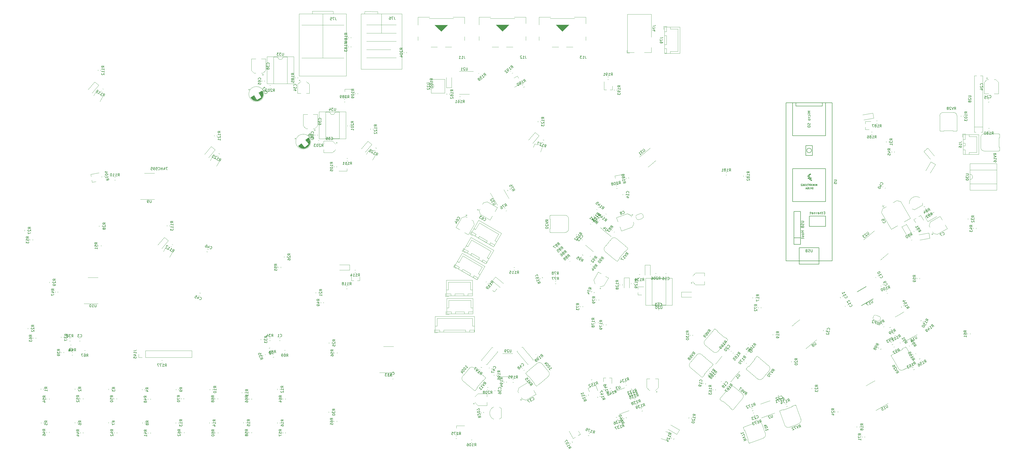
<source format=gbr>
G04 #@! TF.GenerationSoftware,KiCad,Pcbnew,(5.1.2-1)-1*
G04 #@! TF.CreationDate,2022-11-16T18:05:27-05:00*
G04 #@! TF.ProjectId,DrumMachineControlBoard,4472756d-4d61-4636-9869-6e65436f6e74,rev?*
G04 #@! TF.SameCoordinates,Original*
G04 #@! TF.FileFunction,Legend,Bot*
G04 #@! TF.FilePolarity,Positive*
%FSLAX46Y46*%
G04 Gerber Fmt 4.6, Leading zero omitted, Abs format (unit mm)*
G04 Created by KiCad (PCBNEW (5.1.2-1)-1) date 2022-11-16 18:05:27*
%MOMM*%
%LPD*%
G04 APERTURE LIST*
%ADD10C,0.150000*%
%ADD11C,0.120000*%
%ADD12C,0.100000*%
G04 APERTURE END LIST*
D10*
X307538484Y-155984064D02*
X307733924Y-156521031D01*
X307636204Y-156252547D02*
X308575897Y-155910527D01*
X308474228Y-156048882D01*
X308417307Y-156170950D01*
X308405133Y-156276731D01*
X308266450Y-155060329D02*
X308233876Y-154970835D01*
X308156556Y-154897627D01*
X308095522Y-154869166D01*
X307989741Y-154856992D01*
X307794465Y-154877392D01*
X307570729Y-154958825D01*
X307408026Y-155068719D01*
X307334818Y-155146040D01*
X307306358Y-155207074D01*
X307294184Y-155312855D01*
X307326757Y-155402349D01*
X307404078Y-155475557D01*
X307465112Y-155504018D01*
X307570893Y-155516192D01*
X307766169Y-155495792D01*
X307989905Y-155414359D01*
X308152607Y-155304465D01*
X308225815Y-155227144D01*
X308254276Y-155166110D01*
X308266450Y-155060329D01*
X307066170Y-154686393D02*
X308005863Y-154344373D01*
X307391575Y-154466605D02*
X306935877Y-154328415D01*
X307562339Y-154100401D02*
X307334654Y-154588673D01*
X224072157Y-132561546D02*
X224439464Y-132999286D01*
X224255810Y-132780416D02*
X225021855Y-132137629D01*
X224973638Y-132302412D01*
X224961899Y-132436586D01*
X224986638Y-132540152D01*
X224440285Y-131444541D02*
X224379067Y-131371584D01*
X224281371Y-131329236D01*
X224214284Y-131323367D01*
X224110718Y-131348107D01*
X223934196Y-131434064D01*
X223751804Y-131587109D01*
X223636500Y-131746023D01*
X223594152Y-131843719D01*
X223588283Y-131910806D01*
X223613023Y-132014372D01*
X223674240Y-132087328D01*
X223771937Y-132129676D01*
X223839024Y-132135545D01*
X223942589Y-132110806D01*
X224119112Y-132024848D01*
X224301503Y-131871804D01*
X224416807Y-131712890D01*
X224459155Y-131615193D01*
X224465024Y-131548106D01*
X224440285Y-131444541D01*
X223828106Y-130714975D02*
X223766888Y-130642018D01*
X223669192Y-130599670D01*
X223602105Y-130593801D01*
X223498539Y-130618540D01*
X223322017Y-130704498D01*
X223139626Y-130857543D01*
X223024321Y-131016457D01*
X222981974Y-131114153D01*
X222976104Y-131181240D01*
X223000844Y-131284806D01*
X223062062Y-131357762D01*
X223159758Y-131400110D01*
X223226845Y-131405979D01*
X223330411Y-131381240D01*
X223506933Y-131295282D01*
X223689324Y-131142238D01*
X223804629Y-130983324D01*
X223846976Y-130885627D01*
X223852846Y-130818540D01*
X223828106Y-130714975D01*
X222572319Y-130774109D02*
X223338363Y-130131322D01*
X222802927Y-130456281D02*
X222327447Y-130482283D01*
X222838144Y-130053758D02*
X222791189Y-130590456D01*
X192425244Y-132310022D02*
X192792552Y-131872283D01*
X192608898Y-132091153D02*
X191842854Y-131448365D01*
X192013506Y-131467235D01*
X192147681Y-131455496D01*
X192245377Y-131413149D01*
X191261284Y-132141453D02*
X191200066Y-132214409D01*
X191175326Y-132317975D01*
X191181196Y-132385062D01*
X191223543Y-132482758D01*
X191338848Y-132641672D01*
X191521239Y-132794717D01*
X191697761Y-132880675D01*
X191801327Y-132905414D01*
X191868414Y-132899545D01*
X191966110Y-132857197D01*
X192027328Y-132784240D01*
X192052068Y-132680675D01*
X192046198Y-132613588D01*
X192003851Y-132515891D01*
X191888547Y-132356977D01*
X191706155Y-132203933D01*
X191529633Y-132117975D01*
X191426067Y-132093236D01*
X191358980Y-132099105D01*
X191261284Y-132141453D01*
X190649105Y-132871019D02*
X190587887Y-132943976D01*
X190563148Y-133047541D01*
X190569017Y-133114628D01*
X190611365Y-133212325D01*
X190726669Y-133371239D01*
X190909061Y-133524283D01*
X191085583Y-133610241D01*
X191189148Y-133634980D01*
X191256236Y-133629111D01*
X191353932Y-133586763D01*
X191415150Y-133513807D01*
X191439889Y-133410241D01*
X191434020Y-133343154D01*
X191391672Y-133245458D01*
X191276368Y-133086544D01*
X191093976Y-132933499D01*
X190917454Y-132847541D01*
X190813889Y-132822802D01*
X190746801Y-132828671D01*
X190649105Y-132871019D01*
X190925407Y-134097460D02*
X190159362Y-133454672D01*
X190572362Y-133925545D02*
X190680535Y-134389286D01*
X190169839Y-133960761D02*
X190706537Y-133913806D01*
X77165783Y-54889904D02*
X76499117Y-54889904D01*
X76927688Y-55889904D01*
X75689593Y-55223238D02*
X75689593Y-55889904D01*
X75927688Y-54842285D02*
X76165783Y-55556571D01*
X75546736Y-55556571D01*
X75165783Y-55889904D02*
X75165783Y-54889904D01*
X75165783Y-55366095D02*
X74594355Y-55366095D01*
X74594355Y-55889904D02*
X74594355Y-54889904D01*
X73546736Y-55794666D02*
X73594355Y-55842285D01*
X73737212Y-55889904D01*
X73832450Y-55889904D01*
X73975307Y-55842285D01*
X74070545Y-55747047D01*
X74118164Y-55651809D01*
X74165783Y-55461333D01*
X74165783Y-55318476D01*
X74118164Y-55128000D01*
X74070545Y-55032762D01*
X73975307Y-54937524D01*
X73832450Y-54889904D01*
X73737212Y-54889904D01*
X73594355Y-54937524D01*
X73546736Y-54985143D01*
X72641974Y-54889904D02*
X73118164Y-54889904D01*
X73165783Y-55366095D01*
X73118164Y-55318476D01*
X73022926Y-55270857D01*
X72784831Y-55270857D01*
X72689593Y-55318476D01*
X72641974Y-55366095D01*
X72594355Y-55461333D01*
X72594355Y-55699428D01*
X72641974Y-55794666D01*
X72689593Y-55842285D01*
X72784831Y-55889904D01*
X73022926Y-55889904D01*
X73118164Y-55842285D01*
X73165783Y-55794666D01*
X72118164Y-55889904D02*
X71927688Y-55889904D01*
X71832450Y-55842285D01*
X71784831Y-55794666D01*
X71689593Y-55651809D01*
X71641974Y-55461333D01*
X71641974Y-55080381D01*
X71689593Y-54985143D01*
X71737212Y-54937524D01*
X71832450Y-54889904D01*
X72022926Y-54889904D01*
X72118164Y-54937524D01*
X72165783Y-54985143D01*
X72213402Y-55080381D01*
X72213402Y-55318476D01*
X72165783Y-55413714D01*
X72118164Y-55461333D01*
X72022926Y-55508952D01*
X71832450Y-55508952D01*
X71737212Y-55461333D01*
X71689593Y-55413714D01*
X71641974Y-55318476D01*
X70737212Y-54889904D02*
X71213402Y-54889904D01*
X71261021Y-55366095D01*
X71213402Y-55318476D01*
X71118164Y-55270857D01*
X70880069Y-55270857D01*
X70784831Y-55318476D01*
X70737212Y-55366095D01*
X70689593Y-55461333D01*
X70689593Y-55699428D01*
X70737212Y-55794666D01*
X70784831Y-55842285D01*
X70880069Y-55889904D01*
X71118164Y-55889904D01*
X71213402Y-55842285D01*
X71261021Y-55794666D01*
D11*
X169150000Y-10468733D02*
X169150000Y-10811267D01*
X168130000Y-10468733D02*
X168130000Y-10811267D01*
X135520000Y-33500000D02*
X145800000Y-33500000D01*
X135520000Y-43900000D02*
X135520000Y-33500000D01*
X145800000Y-43900000D02*
X135520000Y-43900000D01*
X145800000Y-33500000D02*
X145800000Y-43900000D01*
X138010000Y-33560000D02*
X139660000Y-33560000D01*
X138010000Y-43840000D02*
X138010000Y-33560000D01*
X143310000Y-43840000D02*
X138010000Y-43840000D01*
X143310000Y-33560000D02*
X143310000Y-43840000D01*
X141660000Y-33560000D02*
X143310000Y-33560000D01*
X139660000Y-33560000D02*
G75*
G03X141660000Y-33560000I1000000J0D01*
G01*
X115450000Y-12260000D02*
X125730000Y-12260000D01*
X115450000Y-22660000D02*
X115450000Y-12260000D01*
X125730000Y-22660000D02*
X115450000Y-22660000D01*
X125730000Y-12260000D02*
X125730000Y-22660000D01*
X117940000Y-12320000D02*
X119590000Y-12320000D01*
X117940000Y-22600000D02*
X117940000Y-12320000D01*
X123240000Y-22600000D02*
X117940000Y-22600000D01*
X123240000Y-12320000D02*
X123240000Y-22600000D01*
X121590000Y-12320000D02*
X123240000Y-12320000D01*
X119590000Y-12320000D02*
G75*
G03X121590000Y-12320000I1000000J0D01*
G01*
X135148733Y-44540000D02*
X135491267Y-44540000D01*
X135148733Y-45560000D02*
X135491267Y-45560000D01*
X116448733Y-23280000D02*
X116791267Y-23280000D01*
X116448733Y-24300000D02*
X116791267Y-24300000D01*
X146420000Y-39041267D02*
X146420000Y-38698733D01*
X147440000Y-39041267D02*
X147440000Y-38698733D01*
X127320000Y-20178733D02*
X127320000Y-20521267D01*
X126300000Y-20178733D02*
X126300000Y-20521267D01*
X147790000Y-4698733D02*
X147790000Y-5041267D01*
X146770000Y-4698733D02*
X146770000Y-5041267D01*
X147759999Y-8238730D02*
X147759999Y-8581264D01*
X146739999Y-8238730D02*
X146739999Y-8581264D01*
X127525261Y-46746014D02*
X128703438Y-45757406D01*
X130296810Y-44420408D02*
X131474986Y-43431801D01*
X127552505Y-46775370D02*
X128729149Y-45788048D01*
X130322522Y-44451050D02*
X131499166Y-43463728D01*
X127580515Y-46804083D02*
X128754861Y-45818690D01*
X130348233Y-44481692D02*
X131522579Y-43496298D01*
X127609290Y-46832154D02*
X128780572Y-45849332D01*
X130373945Y-44512333D02*
X131545227Y-43529511D01*
X127638066Y-46860225D02*
X128806284Y-45879974D01*
X130399656Y-44542975D02*
X131567874Y-43562724D01*
X127666842Y-46888295D02*
X128831995Y-45910615D01*
X130425368Y-44573617D02*
X131590521Y-43595937D01*
X127696383Y-46915723D02*
X128857707Y-45941257D01*
X130451079Y-44604259D02*
X131612403Y-43629793D01*
X127726691Y-46942508D02*
X128883418Y-45971899D01*
X130476791Y-44634901D02*
X131633518Y-43664291D01*
X127757765Y-46968650D02*
X128909130Y-46002541D01*
X130502502Y-44665542D02*
X131653867Y-43699433D01*
X127788839Y-46994793D02*
X128934841Y-46033182D01*
X130528214Y-44696184D02*
X131674216Y-43734574D01*
X127820679Y-47020292D02*
X128960553Y-46063824D01*
X130940241Y-45187219D02*
X131927672Y-44358665D01*
X128399703Y-47371199D02*
X129372580Y-46554859D01*
X130965952Y-45217860D02*
X131938828Y-44401520D01*
X128440736Y-47388985D02*
X129398291Y-46585500D01*
X130991664Y-45248502D02*
X131949219Y-44445018D01*
X128483300Y-47405485D02*
X129424003Y-46616142D01*
X131017375Y-45279144D02*
X131958078Y-44489801D01*
X128525098Y-47422629D02*
X129449714Y-46646784D01*
X131043087Y-45309786D02*
X131967702Y-44533941D01*
X128568429Y-47438486D02*
X129475426Y-46677426D01*
X131068798Y-45340428D02*
X131975795Y-44579367D01*
X128612526Y-47453701D02*
X129501137Y-46708068D01*
X131094510Y-45371069D02*
X131983121Y-44625436D01*
X128657388Y-47468273D02*
X129526849Y-46738709D01*
X131120221Y-45401711D02*
X131989682Y-44672147D01*
X128703017Y-47482203D02*
X129552560Y-46769351D01*
X127472306Y-46686016D02*
X128652015Y-45696123D01*
X127498784Y-46716015D02*
X128677726Y-45726765D01*
X130271099Y-44389766D02*
X131450041Y-43400516D01*
X131145933Y-45432353D02*
X131995476Y-44719501D01*
X128749412Y-47495489D02*
X129578272Y-46799993D01*
X131171644Y-45462995D02*
X132000504Y-44767498D01*
X128795806Y-47508776D02*
X129603983Y-46830635D01*
X131197356Y-45493636D02*
X132005532Y-44815496D01*
X128844499Y-47520134D02*
X129629695Y-46861276D01*
X131223067Y-45524278D02*
X132008263Y-44865421D01*
X128893192Y-47531492D02*
X129655406Y-46891918D01*
X131248779Y-45554920D02*
X132010993Y-44915346D01*
X130219676Y-44328483D02*
X131399384Y-43338590D01*
X130553925Y-44726826D02*
X131693799Y-43770358D01*
X127852518Y-47045792D02*
X128986264Y-46094466D01*
X130579637Y-44757468D02*
X131713382Y-43806142D01*
X127885124Y-47070648D02*
X129011976Y-46125108D01*
X130605348Y-44788109D02*
X131732200Y-43842569D01*
X127918496Y-47094862D02*
X129037687Y-46155750D01*
X130631060Y-44818751D02*
X131750251Y-43879639D01*
X127951868Y-47119076D02*
X129063399Y-46186391D01*
X128942651Y-47542207D02*
X129681118Y-46922560D01*
X131274490Y-45585562D02*
X132012957Y-44965915D01*
X128993642Y-47551637D02*
X129706829Y-46953202D01*
X131300202Y-45616204D02*
X132013389Y-45017768D01*
X129045399Y-47560424D02*
X129732541Y-46983844D01*
X131325913Y-45646845D02*
X132013055Y-45070265D01*
X129098688Y-47567925D02*
X129758252Y-47014485D01*
X131351625Y-45677487D02*
X132011189Y-45124047D01*
X129152743Y-47574784D02*
X129783964Y-47045127D01*
X131377336Y-45708129D02*
X132008557Y-45178472D01*
X129207564Y-47581000D02*
X129809675Y-47075769D01*
X131403048Y-45738771D02*
X132005159Y-45233540D01*
X129264684Y-47585287D02*
X129835387Y-47106411D01*
X131428759Y-45769412D02*
X131999462Y-45290536D01*
X129322569Y-47588932D02*
X129861098Y-47137052D01*
X131454471Y-45800054D02*
X131993000Y-45348175D01*
X129381986Y-47591291D02*
X129886810Y-47167694D01*
X131480182Y-45830696D02*
X131985005Y-45407099D01*
X129442936Y-47592365D02*
X129912521Y-47198336D01*
X131505894Y-45861338D02*
X131975479Y-45467309D01*
X129505418Y-47592153D02*
X131964420Y-45528805D01*
X129570197Y-47590012D02*
X131951063Y-45592228D01*
X129637275Y-47585944D02*
X131935409Y-45657581D01*
X129706651Y-47579947D02*
X131917456Y-45724861D01*
X129778325Y-47572021D02*
X131897204Y-45794071D01*
X129853064Y-47561524D02*
X131873889Y-45865851D01*
X129930866Y-47548457D02*
X131847510Y-45940202D01*
X130012499Y-47532175D02*
X131817300Y-46017767D01*
X130099494Y-47511394D02*
X131781728Y-46099832D01*
X130191852Y-47486113D02*
X131740793Y-46186396D01*
X130291103Y-47455047D02*
X131692965Y-46278746D01*
X130401080Y-47414982D02*
X131634411Y-46380094D01*
X130524845Y-47363347D02*
X131562069Y-46493013D01*
X130672357Y-47291786D02*
X131465979Y-46625858D01*
X130877323Y-47172015D02*
X131312437Y-46806912D01*
X126148010Y-43586282D02*
X126469403Y-43969305D01*
X126117195Y-43938490D02*
X126500218Y-43617097D01*
X130245387Y-44359125D02*
X131425096Y-43369232D01*
X127446595Y-46655374D02*
X128626303Y-45665481D01*
X130656771Y-44849393D02*
X131768302Y-43916708D01*
X127986649Y-47143413D02*
X129089753Y-46217799D01*
X130683125Y-44880801D02*
X131786229Y-43955187D01*
X128021553Y-47166342D02*
X129115465Y-46248441D01*
X130708837Y-44911443D02*
X131802748Y-43993542D01*
X128057223Y-47188627D02*
X129141176Y-46279083D01*
X130734549Y-44942084D02*
X131818501Y-44032540D01*
X128092893Y-47210913D02*
X129166888Y-46309724D01*
X130760260Y-44972726D02*
X131834254Y-44071538D01*
X128129329Y-47232555D02*
X129192599Y-46340366D01*
X130785972Y-45003368D02*
X131849241Y-44111179D01*
X128165766Y-47254198D02*
X129218311Y-46371008D01*
X130811683Y-45034010D02*
X131864228Y-44150820D01*
X128203734Y-47274555D02*
X129244022Y-46401650D01*
X130837395Y-45064652D02*
X131877683Y-44191746D01*
X128241702Y-47294913D02*
X129269734Y-46432292D01*
X130863106Y-45095293D02*
X131891138Y-44232672D01*
X128280436Y-47314627D02*
X129295445Y-46462933D01*
X130888818Y-45125935D02*
X131903826Y-44274242D01*
X128319170Y-47334341D02*
X129321157Y-46493575D01*
X130914529Y-45156577D02*
X131916515Y-44315811D01*
X128359437Y-47352770D02*
X129346868Y-46524217D01*
X132322989Y-44996982D02*
G75*
G03X132322989Y-44996982I-2900000J0D01*
G01*
X109166731Y-28030504D02*
X110498678Y-27261504D01*
X112300011Y-26221504D02*
X113631958Y-25452504D01*
X109188463Y-28064145D02*
X110518678Y-27296145D01*
X112320011Y-26256145D02*
X113650226Y-25488145D01*
X109211061Y-28097286D02*
X110538678Y-27330786D01*
X112340011Y-26290786D02*
X113667628Y-25524286D01*
X109234525Y-28129927D02*
X110558678Y-27365427D01*
X112360011Y-26325427D02*
X113684164Y-25560927D01*
X109257989Y-28162568D02*
X110578678Y-27400068D01*
X112380011Y-26360068D02*
X113700700Y-25597568D01*
X109281453Y-28195209D02*
X110598678Y-27434709D01*
X112400011Y-26394709D02*
X113717236Y-25634209D01*
X109305784Y-28227350D02*
X110618678Y-27469350D01*
X112420011Y-26429350D02*
X113732905Y-25671350D01*
X109330980Y-28258991D02*
X110638678Y-27503991D01*
X112440011Y-26463991D02*
X113747709Y-25708991D01*
X109357042Y-28290132D02*
X110658678Y-27538632D01*
X112460011Y-26498632D02*
X113761647Y-25747132D01*
X109383104Y-28321273D02*
X110678678Y-27573273D01*
X112480011Y-26533273D02*
X113775585Y-25785273D01*
X109410032Y-28351914D02*
X110698678Y-27607914D01*
X112800511Y-27088395D02*
X113916818Y-26443895D01*
X109919326Y-28798036D02*
X111019178Y-28163036D01*
X112820511Y-27123036D02*
X113920363Y-26488036D01*
X109956646Y-28822677D02*
X111039178Y-28197677D01*
X112840511Y-27157677D02*
X113923043Y-26532677D01*
X109995699Y-28846318D02*
X111059178Y-28232318D01*
X112860511Y-27192318D02*
X113923990Y-26578318D01*
X110033885Y-28870459D02*
X111079178Y-28266959D01*
X112880511Y-27226959D02*
X113925804Y-26623459D01*
X110073804Y-28893600D02*
X111099178Y-28301600D01*
X112900511Y-27261600D02*
X113925885Y-26669600D01*
X110114589Y-28916241D02*
X111119178Y-28336241D01*
X112920511Y-27296241D02*
X113925100Y-26716241D01*
X110156239Y-28938382D02*
X111139178Y-28370882D01*
X112940511Y-27330882D02*
X113923450Y-26763382D01*
X110198756Y-28960023D02*
X111159178Y-28405523D01*
X109124999Y-27962222D02*
X110458678Y-27192222D01*
X109145865Y-27996363D02*
X110478678Y-27226863D01*
X112280011Y-26186863D02*
X113612824Y-25417363D01*
X112960511Y-27365523D02*
X113920933Y-26811023D01*
X110242139Y-28981164D02*
X111179178Y-28440164D01*
X112980511Y-27400164D02*
X113917550Y-26859164D01*
X110285521Y-29002305D02*
X111199178Y-28474805D01*
X113000511Y-27434805D02*
X113914168Y-26907305D01*
X110331502Y-29021946D02*
X111219178Y-28509446D01*
X113020511Y-27469446D02*
X113908187Y-26956946D01*
X110377483Y-29041587D02*
X111239178Y-28544087D01*
X113040511Y-27504087D02*
X113902206Y-27006587D01*
X112240011Y-26117581D02*
X113573690Y-25347581D01*
X112500011Y-26567914D02*
X113788657Y-25823914D01*
X109436961Y-28382555D02*
X110718678Y-27642555D01*
X112520011Y-26602555D02*
X113801729Y-25862555D01*
X109464755Y-28412696D02*
X110738678Y-27677196D01*
X112540011Y-26637196D02*
X113813934Y-25901696D01*
X109493415Y-28442337D02*
X110758678Y-27711837D01*
X112560011Y-26671837D02*
X113825274Y-25941337D01*
X109522075Y-28471978D02*
X110778678Y-27746478D01*
X110424330Y-29060728D02*
X111259178Y-28578728D01*
X113060511Y-27538728D02*
X113895359Y-27056728D01*
X110472908Y-29078869D02*
X111279178Y-28613369D01*
X113080511Y-27573369D02*
X113886781Y-27107869D01*
X110522353Y-29096510D02*
X111299178Y-28648010D01*
X113100511Y-27608010D02*
X113877336Y-27159510D01*
X110573530Y-29113151D02*
X111319178Y-28682651D01*
X113120511Y-27642651D02*
X113866159Y-27212151D01*
X110625573Y-29129292D02*
X111339178Y-28717292D01*
X113140511Y-27677292D02*
X113854116Y-27265292D01*
X110678482Y-29144933D02*
X111359178Y-28751933D01*
X113160511Y-27711933D02*
X113841207Y-27318933D01*
X110733989Y-29159074D02*
X111379178Y-28786574D01*
X113180511Y-27746574D02*
X113825700Y-27374074D01*
X110790362Y-29172715D02*
X111399178Y-28821215D01*
X113200511Y-27781215D02*
X113809327Y-27429715D01*
X110848467Y-29185356D02*
X111419178Y-28855856D01*
X113220511Y-27815856D02*
X113791222Y-27486356D01*
X110908305Y-29196997D02*
X111439178Y-28890497D01*
X113240511Y-27850497D02*
X113771385Y-27543997D01*
X110969874Y-29207638D02*
X113749815Y-27602638D01*
X111034041Y-29216779D02*
X113725648Y-27662779D01*
X111100806Y-29224420D02*
X113698883Y-27724420D01*
X111170170Y-29230561D02*
X113669519Y-27787561D01*
X111242131Y-29235202D02*
X113637558Y-27852202D01*
X111317557Y-29237843D02*
X113602132Y-27918843D01*
X111396447Y-29238484D02*
X113563242Y-27987484D01*
X111479667Y-29236625D02*
X113520022Y-28058625D01*
X111568949Y-29231267D02*
X113470740Y-28133267D01*
X111664293Y-29222408D02*
X113415396Y-28211408D01*
X111767431Y-29209049D02*
X113352258Y-28294049D01*
X111882694Y-29188690D02*
X113276995Y-28383690D01*
X112013545Y-29159331D02*
X113186144Y-28482331D01*
X112171243Y-29114472D02*
X113068446Y-28596472D01*
X112393893Y-29032113D02*
X112885796Y-28748113D01*
X108359084Y-24679618D02*
X108609084Y-25112631D01*
X108267578Y-25021125D02*
X108700591Y-24771125D01*
X112260011Y-26152222D02*
X113593690Y-25382222D01*
X109104999Y-27927581D02*
X110438678Y-27157581D01*
X112580011Y-26706478D02*
X113836614Y-25980978D01*
X109552102Y-28501985D02*
X110799178Y-27781985D01*
X112600511Y-26741985D02*
X113847588Y-26021985D01*
X109582494Y-28530626D02*
X110819178Y-27816626D01*
X112620511Y-26776626D02*
X113857195Y-26062626D01*
X109613752Y-28558767D02*
X110839178Y-27851267D01*
X112640511Y-26811267D02*
X113865937Y-26103767D01*
X109645011Y-28586908D02*
X110859178Y-27885908D01*
X112660511Y-26845908D02*
X113874679Y-26144908D01*
X109677135Y-28614549D02*
X110879178Y-27920549D01*
X112680511Y-26880549D02*
X113882554Y-26186549D01*
X109709259Y-28642190D02*
X110899178Y-27955190D01*
X112700511Y-26915190D02*
X113890430Y-26228190D01*
X109743116Y-28668831D02*
X110919178Y-27989831D01*
X112720511Y-26949831D02*
X113896573Y-26270831D01*
X109776972Y-28695472D02*
X110939178Y-28024472D01*
X112740511Y-26984472D02*
X113902717Y-26313472D01*
X109811694Y-28721613D02*
X110959178Y-28059113D01*
X112760511Y-27019113D02*
X113907995Y-26356613D01*
X109846417Y-28747754D02*
X110979178Y-28093754D01*
X112780511Y-27053754D02*
X113913272Y-26399754D01*
X109882871Y-28772895D02*
X110999178Y-28128395D01*
X114239344Y-26637581D02*
G75*
G03X114239344Y-26637581I-2899999J0D01*
G01*
X134900000Y-42248733D02*
X134900000Y-42591267D01*
X133880000Y-42248733D02*
X133880000Y-42591267D01*
X114520000Y-21478733D02*
X114520000Y-21821267D01*
X113500000Y-21478733D02*
X113500000Y-21821267D01*
X134117500Y-40522500D02*
X133492500Y-40522500D01*
X133805000Y-40835000D02*
X133805000Y-40210000D01*
X130424437Y-39970000D02*
X129360000Y-38905563D01*
X133815563Y-39970000D02*
X134880000Y-38905563D01*
X133815563Y-39970000D02*
X133180000Y-39970000D01*
X130424437Y-39970000D02*
X131060000Y-39970000D01*
X129360000Y-38905563D02*
X129360000Y-34450000D01*
X134880000Y-38905563D02*
X134880000Y-34450000D01*
X134880000Y-34450000D02*
X133180000Y-34450000D01*
X129360000Y-34450000D02*
X131060000Y-34450000D01*
X114137500Y-19162500D02*
X113512500Y-19162500D01*
X113825000Y-19475000D02*
X113825000Y-18850000D01*
X110444437Y-18610000D02*
X109380000Y-17545563D01*
X113835563Y-18610000D02*
X114900000Y-17545563D01*
X113835563Y-18610000D02*
X113200000Y-18610000D01*
X110444437Y-18610000D02*
X111080000Y-18610000D01*
X109380000Y-17545563D02*
X109380000Y-13090000D01*
X114900000Y-17545563D02*
X114900000Y-13090000D01*
X114900000Y-13090000D02*
X113200000Y-13090000D01*
X109380000Y-13090000D02*
X111080000Y-13090000D01*
X142240000Y-45190000D02*
X142240000Y-45690000D01*
X142490000Y-45440000D02*
X141990000Y-45440000D01*
X141750000Y-48195563D02*
X140685563Y-49260000D01*
X141750000Y-45804437D02*
X140685563Y-44740000D01*
X141750000Y-45804437D02*
X141750000Y-45940000D01*
X141750000Y-48195563D02*
X141750000Y-48060000D01*
X140685563Y-49260000D02*
X137230000Y-49260000D01*
X140685563Y-44740000D02*
X137230000Y-44740000D01*
X137230000Y-44740000D02*
X137230000Y-45940000D01*
X137230000Y-49260000D02*
X137230000Y-48060000D01*
X127680000Y-21370000D02*
X128180000Y-21370000D01*
X127930000Y-21120000D02*
X127930000Y-21620000D01*
X130685563Y-21860000D02*
X131750000Y-22924437D01*
X128294437Y-21860000D02*
X127230000Y-22924437D01*
X128294437Y-21860000D02*
X128430000Y-21860000D01*
X130685563Y-21860000D02*
X130550000Y-21860000D01*
X131750000Y-22924437D02*
X131750000Y-26380000D01*
X127230000Y-22924437D02*
X127230000Y-26380000D01*
X127230000Y-26380000D02*
X128430000Y-26380000D01*
X131750000Y-26380000D02*
X130550000Y-26380000D01*
X229250000Y2520000D02*
X224500000Y2520000D01*
X229250000Y2520000D02*
X234000000Y2520000D01*
X220250000Y3020000D02*
X224750000Y3020000D01*
X220250000Y2520000D02*
X220250000Y3020000D01*
X238250000Y3020000D02*
X233750000Y3020000D01*
X238250000Y-4480000D02*
X238250000Y-5980000D01*
X220250000Y-4480000D02*
X220250000Y-5980000D01*
X220250000Y2520000D02*
X220250000Y20000D01*
X238250000Y3020000D02*
X238250000Y520000D01*
X230750000Y-8480000D02*
X233250000Y-8480000D01*
X225250000Y-8480000D02*
X227750000Y-8480000D01*
D12*
G36*
X229250000Y-2480000D02*
G01*
X231750000Y20000D01*
X226750000Y20000D01*
X229250000Y-2480000D01*
G37*
X229250000Y-2480000D02*
X231750000Y20000D01*
X226750000Y20000D01*
X229250000Y-2480000D01*
D11*
X206150000Y2540000D02*
X201400000Y2540000D01*
X206150000Y2540000D02*
X210900000Y2540000D01*
X197150000Y3040000D02*
X201650000Y3040000D01*
X197150000Y2540000D02*
X197150000Y3040000D01*
X215150000Y3040000D02*
X210650000Y3040000D01*
X215150000Y-4460000D02*
X215150000Y-5960000D01*
X197150000Y-4460000D02*
X197150000Y-5960000D01*
X197150000Y2540000D02*
X197150000Y40000D01*
X215150000Y3040000D02*
X215150000Y540000D01*
X207650000Y-8460000D02*
X210150000Y-8460000D01*
X202150000Y-8460000D02*
X204650000Y-8460000D01*
D12*
G36*
X206150000Y-2460000D02*
G01*
X208650000Y40000D01*
X203650000Y40000D01*
X206150000Y-2460000D01*
G37*
X206150000Y-2460000D02*
X208650000Y40000D01*
X203650000Y40000D01*
X206150000Y-2460000D01*
D11*
X182560000Y2510000D02*
X177810000Y2510000D01*
X182560000Y2510000D02*
X187310000Y2510000D01*
X173560000Y3010000D02*
X178060000Y3010000D01*
X173560000Y2510000D02*
X173560000Y3010000D01*
X191560000Y3010000D02*
X187060000Y3010000D01*
X191560000Y-4490000D02*
X191560000Y-5990000D01*
X173560000Y-4490000D02*
X173560000Y-5990000D01*
X173560000Y2510000D02*
X173560000Y10000D01*
X191560000Y3010000D02*
X191560000Y510000D01*
X184060000Y-8490000D02*
X186560000Y-8490000D01*
X178560000Y-8490000D02*
X181060000Y-8490000D01*
D12*
G36*
X182560000Y-2490000D02*
G01*
X185060000Y10000D01*
X180060000Y10000D01*
X182560000Y-2490000D01*
G37*
X182560000Y-2490000D02*
X185060000Y10000D01*
X180060000Y10000D01*
X182560000Y-2490000D01*
D11*
X200268733Y-139750000D02*
X200611267Y-139750000D01*
X200268733Y-140770000D02*
X200611267Y-140770000D01*
X198852512Y-149192774D02*
X198911992Y-149530104D01*
X197848008Y-149369896D02*
X197907488Y-149707226D01*
X265058733Y-95790000D02*
X265401267Y-95790000D01*
X265058733Y-96810000D02*
X265401267Y-96810000D01*
X218860980Y-127089406D02*
X219123376Y-126869229D01*
X219516624Y-127870771D02*
X219779020Y-127650594D01*
X197846624Y-131899229D02*
X198109020Y-132119406D01*
X197190980Y-132680594D02*
X197453376Y-132900771D01*
X202870000Y-135211267D02*
X202870000Y-134868733D01*
X203890000Y-135211267D02*
X203890000Y-134868733D01*
X210411267Y-137740000D02*
X210068733Y-137740000D01*
X210411267Y-136720000D02*
X210068733Y-136720000D01*
X207750000Y-137548733D02*
X207750000Y-137891267D01*
X206730000Y-137548733D02*
X206730000Y-137891267D01*
X249170000Y-25261267D02*
X249170000Y-24918733D01*
X250190000Y-25261267D02*
X250190000Y-24918733D01*
X210089020Y-18450594D02*
X209826624Y-18670771D01*
X209433376Y-17669229D02*
X209170980Y-17889406D01*
X246971266Y-21009997D02*
X246628732Y-21009997D01*
X246971266Y-19989997D02*
X246628732Y-19989997D01*
X214553322Y-23816039D02*
X214256678Y-23987306D01*
X214043322Y-22932694D02*
X213746678Y-23103961D01*
X145491268Y-29650002D02*
X145148734Y-29650002D01*
X145491268Y-28630002D02*
X145148734Y-28630002D01*
X254687268Y-58792897D02*
X254746748Y-59130227D01*
X253682764Y-58970019D02*
X253742244Y-59307349D01*
X350218734Y-36970001D02*
X350561268Y-36970001D01*
X350218734Y-37990001D02*
X350561268Y-37990001D01*
X348278733Y-41250000D02*
X348621267Y-41250000D01*
X348278733Y-42270000D02*
X348621267Y-42270000D01*
X298960000Y-58411270D02*
X298960000Y-58068736D01*
X299980000Y-58411270D02*
X299980000Y-58068736D01*
X292521267Y-57880000D02*
X292178733Y-57880000D01*
X292521267Y-56860000D02*
X292178733Y-56860000D01*
X393378733Y-39810000D02*
X393721267Y-39810000D01*
X393378733Y-40830000D02*
X393721267Y-40830000D01*
X246070000Y-115428733D02*
X246070000Y-115771267D01*
X245050000Y-115428733D02*
X245050000Y-115771267D01*
X243030000Y-114618733D02*
X243030000Y-114961267D01*
X242010000Y-114618733D02*
X242010000Y-114961267D01*
X74788733Y-129310000D02*
X75131267Y-129310000D01*
X74788733Y-130330000D02*
X75131267Y-130330000D01*
X239476508Y-158397820D02*
X239154631Y-158280666D01*
X239825369Y-157439334D02*
X239503492Y-157322180D01*
X188471267Y-159470000D02*
X188128733Y-159470000D01*
X188471267Y-158450000D02*
X188128733Y-158450000D01*
X315905369Y-146970666D02*
X315583492Y-147087820D01*
X315556508Y-146012180D02*
X315234631Y-146129334D01*
X303384631Y-151519334D02*
X303706508Y-151402180D01*
X303733492Y-152477820D02*
X304055369Y-152360666D01*
X302685369Y-148630666D02*
X302363492Y-148747820D01*
X302336508Y-147672180D02*
X302014631Y-147789334D01*
X312251446Y-142929905D02*
X312573323Y-142812751D01*
X312600307Y-143888391D02*
X312922184Y-143771237D01*
X300180771Y-130326624D02*
X299960594Y-130589020D01*
X299399406Y-129670980D02*
X299179229Y-129933376D01*
X292779509Y-124443194D02*
X292559332Y-124705590D01*
X291998144Y-123787550D02*
X291777967Y-124049946D01*
X285805819Y-133747181D02*
X286025996Y-133484785D01*
X286587184Y-134402825D02*
X286807361Y-134140429D01*
X291839519Y-138862273D02*
X292059696Y-138599877D01*
X292620884Y-139517917D02*
X292841061Y-139255521D01*
X300849229Y-123223376D02*
X301069406Y-122960980D01*
X301630594Y-123879020D02*
X301850771Y-123616624D01*
X294889229Y-126633376D02*
X295109406Y-126370980D01*
X295670594Y-127289020D02*
X295890771Y-127026624D01*
X288317702Y-135420809D02*
X288097525Y-135683205D01*
X287536337Y-134765165D02*
X287316160Y-135027561D01*
X288200000Y-140508733D02*
X288200000Y-140851267D01*
X287180000Y-140508733D02*
X287180000Y-140851267D01*
X184723581Y-26826778D02*
X184723581Y-26484244D01*
X185743581Y-26826778D02*
X185743581Y-26484244D01*
X189578022Y-27597542D02*
X189920556Y-27597542D01*
X189578022Y-28617542D02*
X189920556Y-28617542D01*
X176880000Y-22571267D02*
X176880000Y-22228733D01*
X177900000Y-22571267D02*
X177900000Y-22228733D01*
X196890980Y-18709406D02*
X197153376Y-18489229D01*
X197546624Y-19490771D02*
X197809020Y-19270594D01*
X221440666Y-97214631D02*
X221557820Y-97536508D01*
X220482180Y-97563492D02*
X220599334Y-97885369D01*
X366716678Y-128813961D02*
X367013322Y-128642694D01*
X367226678Y-129697306D02*
X367523322Y-129526039D01*
X365296039Y-126576678D02*
X365467306Y-126873322D01*
X364412694Y-127086678D02*
X364583961Y-127383322D01*
X359953961Y-108873322D02*
X359782694Y-108576678D01*
X360837306Y-108363322D02*
X360666039Y-108066678D01*
X364843322Y-132786039D02*
X364546678Y-132957306D01*
X364333322Y-131902694D02*
X364036678Y-132073961D01*
X240344631Y-136869334D02*
X240666508Y-136752180D01*
X240693492Y-137827820D02*
X241015369Y-137710666D01*
X239166335Y-142544581D02*
X239283489Y-142866458D01*
X238207849Y-142893442D02*
X238325003Y-143215319D01*
X367302694Y-114133322D02*
X367473961Y-113836678D01*
X368186039Y-114643322D02*
X368357306Y-114346678D01*
X369410980Y-115559406D02*
X369673376Y-115339229D01*
X370066624Y-116340771D02*
X370329020Y-116120594D01*
X247484199Y-140158386D02*
X247806076Y-140041232D01*
X247833060Y-141116872D02*
X248154937Y-140999718D01*
X242862939Y-143676220D02*
X242745785Y-143354343D01*
X243821425Y-143327359D02*
X243704271Y-143005482D01*
X244299334Y-141055369D02*
X244182180Y-140733492D01*
X245257820Y-140706508D02*
X245140666Y-140384631D01*
X242613376Y-71260771D02*
X242350980Y-71040594D01*
X243269020Y-70479406D02*
X243006624Y-70259229D01*
X245896624Y-72749229D02*
X246159020Y-72969406D01*
X245240980Y-73530594D02*
X245503376Y-73750771D01*
X243660771Y-75076624D02*
X243440594Y-75339020D01*
X242879406Y-74420980D02*
X242659229Y-74683376D01*
X241149229Y-73323376D02*
X241369406Y-73060980D01*
X241930594Y-73979020D02*
X242150771Y-73716624D01*
X240243376Y-76870771D02*
X239980980Y-76650594D01*
X240899020Y-76089406D02*
X240636624Y-75869229D01*
X253740666Y-151244631D02*
X253857820Y-151566508D01*
X252782180Y-151593492D02*
X252899334Y-151915369D01*
X260122162Y-148789887D02*
X259800285Y-148907041D01*
X259773301Y-147831401D02*
X259451424Y-147948555D01*
X258423095Y-147278407D02*
X258101218Y-147395561D01*
X258074234Y-146319921D02*
X257752357Y-146437075D01*
X250484631Y-153279334D02*
X250806508Y-153162180D01*
X250833492Y-154237820D02*
X251155369Y-154120666D01*
X249901446Y-151329905D02*
X250223323Y-151212751D01*
X250250307Y-152288391D02*
X250572184Y-152171237D01*
X257660101Y-145046741D02*
X257338224Y-145163895D01*
X257311240Y-144088255D02*
X256989363Y-144205409D01*
X253977333Y-138817082D02*
X253655456Y-138934236D01*
X253628472Y-137858596D02*
X253306595Y-137975750D01*
X256953624Y-143173065D02*
X256631747Y-143290219D01*
X256604763Y-142214579D02*
X256282886Y-142331733D01*
X255611838Y-140479067D02*
X255933715Y-140361913D01*
X255960699Y-141437553D02*
X256282576Y-141320399D01*
X258778733Y-96250000D02*
X259121267Y-96250000D01*
X258778733Y-97270000D02*
X259121267Y-97270000D01*
X279430000Y-119498733D02*
X279430000Y-119841267D01*
X278410000Y-119498733D02*
X278410000Y-119841267D01*
X255730000Y-99821267D02*
X255730000Y-99478733D01*
X256750000Y-99821267D02*
X256750000Y-99478733D01*
X252330000Y-100008733D02*
X252330000Y-100351267D01*
X251310000Y-100008733D02*
X251310000Y-100351267D01*
X221783492Y-44302180D02*
X222105369Y-44419334D01*
X221434631Y-45260666D02*
X221756508Y-45377820D01*
X157274354Y-47385193D02*
X157570998Y-47556460D01*
X156764354Y-48268538D02*
X157060998Y-48439805D01*
X96816678Y-49572694D02*
X97113322Y-49743961D01*
X96306678Y-50456039D02*
X96603322Y-50627306D01*
X272186035Y-159467550D02*
X272068881Y-159789427D01*
X271227549Y-159118689D02*
X271110395Y-159440566D01*
X219780000Y-37411267D02*
X219780000Y-37068733D01*
X220800000Y-37411267D02*
X220800000Y-37068733D01*
X155340000Y-40371267D02*
X155340000Y-40028733D01*
X156360000Y-40371267D02*
X156360000Y-40028733D01*
X95110000Y-42911267D02*
X95110000Y-42568733D01*
X96130000Y-42911267D02*
X96130000Y-42568733D01*
X277938008Y-151630104D02*
X277997488Y-151292774D01*
X278942512Y-151807226D02*
X279001992Y-151469896D01*
X199729229Y-99153376D02*
X199949406Y-98890980D01*
X200510594Y-99809020D02*
X200730771Y-99546624D01*
X146301267Y-101740000D02*
X145958733Y-101740000D01*
X146301267Y-100720000D02*
X145958733Y-100720000D01*
X78826678Y-84572694D02*
X79123322Y-84743961D01*
X78316678Y-85456039D02*
X78613322Y-85627306D01*
X52061483Y-24553836D02*
X52358127Y-24725103D01*
X51551483Y-25437181D02*
X51848127Y-25608448D01*
X210488733Y-93500000D02*
X210831267Y-93500000D01*
X210488733Y-94520000D02*
X210831267Y-94520000D01*
X149208733Y-94510000D02*
X149551267Y-94510000D01*
X149208733Y-95530000D02*
X149551267Y-95530000D01*
X76860000Y-77611267D02*
X76860000Y-77268733D01*
X77880000Y-77611267D02*
X77880000Y-77268733D01*
X50320000Y-17681267D02*
X50320000Y-17338733D01*
X51340000Y-17681267D02*
X51340000Y-17338733D01*
X146174733Y-51442000D02*
X146517267Y-51442000D01*
X146174733Y-52462000D02*
X146517267Y-52462000D01*
X56981267Y-59770000D02*
X56638733Y-59770000D01*
X56981267Y-58750000D02*
X56638733Y-58750000D01*
X150430000Y-26268735D02*
X150430000Y-26611269D01*
X149410000Y-26268735D02*
X149410000Y-26611269D01*
X250410721Y-62980397D02*
X250073391Y-63039877D01*
X250233599Y-61975893D02*
X249896269Y-62035373D01*
X232906039Y-160646678D02*
X233077306Y-160943322D01*
X232022694Y-161156678D02*
X232193961Y-161453322D01*
X194048733Y-159960000D02*
X194391267Y-159960000D01*
X194048733Y-160980000D02*
X194391267Y-160980000D01*
X142256001Y-54430733D02*
X142256001Y-54773267D01*
X141236001Y-54430733D02*
X141236001Y-54773267D01*
X51783463Y-58694422D02*
X51723983Y-58357092D01*
X52787967Y-58517300D02*
X52728487Y-58179970D01*
X382820000Y-35361267D02*
X382820000Y-35018733D01*
X383840000Y-35361267D02*
X383840000Y-35018733D01*
X237010771Y-82686624D02*
X236790594Y-82949020D01*
X236229406Y-82030980D02*
X236009229Y-82293376D01*
X356756678Y-119073961D02*
X357053322Y-118902694D01*
X357266678Y-119957306D02*
X357563322Y-119786039D01*
X354555369Y-103400666D02*
X354233492Y-103517820D01*
X354206508Y-102442180D02*
X353884631Y-102559334D01*
X355286678Y-116703961D02*
X355583322Y-116532694D01*
X355796678Y-117587306D02*
X356093322Y-117416039D01*
X351947306Y-124846678D02*
X351776039Y-125143322D01*
X351063961Y-124336678D02*
X350892694Y-124633322D01*
X356876678Y-124253961D02*
X357173322Y-124082694D01*
X357386678Y-125137306D02*
X357683322Y-124966039D01*
X353193322Y-116306039D02*
X352896678Y-116477306D01*
X352683322Y-115422694D02*
X352386678Y-115593961D01*
X236856678Y-88552694D02*
X237153322Y-88723961D01*
X236346678Y-89436039D02*
X236643322Y-89607306D01*
X240079229Y-92423376D02*
X240299406Y-92160980D01*
X240860594Y-93079020D02*
X241080771Y-92816624D01*
X356543322Y-123116039D02*
X356246678Y-123287306D01*
X356033322Y-122232694D02*
X355736678Y-122403961D01*
X239889229Y-89303376D02*
X240109406Y-89040980D01*
X240670594Y-89959020D02*
X240890771Y-89696624D01*
X359453961Y-122743322D02*
X359282694Y-122446678D01*
X360337306Y-122233322D02*
X360166039Y-121936678D01*
X242519229Y-89513376D02*
X242739406Y-89250980D01*
X243300594Y-90169020D02*
X243520771Y-89906624D01*
X362953961Y-123903322D02*
X362782694Y-123606678D01*
X363837306Y-123393322D02*
X363666039Y-123096678D01*
X232306438Y-90982302D02*
X232044042Y-91202479D01*
X231650794Y-90200937D02*
X231388398Y-90421114D01*
X228434391Y-86398894D02*
X228171995Y-86619071D01*
X227778747Y-85617529D02*
X227516351Y-85837706D01*
X231028523Y-89443786D02*
X230766127Y-89663963D01*
X230372879Y-88662421D02*
X230110483Y-88882598D01*
X229728858Y-87910469D02*
X229466462Y-88130646D01*
X229073214Y-87129104D02*
X228810818Y-87349281D01*
X368524108Y-70117253D02*
X368820752Y-69945986D01*
X369034108Y-71000598D02*
X369330752Y-70829331D01*
X249300771Y-79696624D02*
X249080594Y-79959020D01*
X248519406Y-79040980D02*
X248299229Y-79303376D01*
X369514108Y-71831983D02*
X369810752Y-71660716D01*
X370024108Y-72715328D02*
X370320752Y-72544061D01*
X364739694Y-79739920D02*
X364568427Y-79443276D01*
X365623039Y-79229920D02*
X365451772Y-78933276D01*
X363925261Y-82806746D02*
X363628617Y-82978013D01*
X363415261Y-81923401D02*
X363118617Y-82094668D01*
X243300000Y-105828733D02*
X243300000Y-106171267D01*
X242280000Y-105828733D02*
X242280000Y-106171267D01*
X226681267Y-97700000D02*
X226338733Y-97700000D01*
X226681267Y-96680000D02*
X226338733Y-96680000D01*
X226731267Y-99770000D02*
X226388733Y-99770000D01*
X226731267Y-98750000D02*
X226388733Y-98750000D01*
X207743322Y-71546039D02*
X207446678Y-71717306D01*
X207233322Y-70662694D02*
X206936678Y-70833961D01*
X208243961Y-63933322D02*
X208072694Y-63636678D01*
X209127306Y-63423322D02*
X208956039Y-63126678D01*
X241507820Y-102993492D02*
X241390666Y-103315369D01*
X240549334Y-102644631D02*
X240432180Y-102966508D01*
X237110000Y-108438733D02*
X237110000Y-108781267D01*
X236090000Y-108438733D02*
X236090000Y-108781267D01*
X305730000Y-108848733D02*
X305730000Y-109191267D01*
X304710000Y-108848733D02*
X304710000Y-109191267D01*
X345740000Y-158658733D02*
X345740000Y-159001267D01*
X344720000Y-158658733D02*
X344720000Y-159001267D01*
X83330000Y-143918733D02*
X83330000Y-144261267D01*
X82310000Y-143918733D02*
X82310000Y-144261267D01*
X122098733Y-125460000D02*
X122441267Y-125460000D01*
X122098733Y-126480000D02*
X122441267Y-126480000D01*
X96490000Y-143968733D02*
X96490000Y-144311267D01*
X95470000Y-143968733D02*
X95470000Y-144311267D01*
X45048733Y-125480000D02*
X45391267Y-125480000D01*
X45048733Y-126500000D02*
X45391267Y-126500000D01*
X109520000Y-144088733D02*
X109520000Y-144431267D01*
X108500000Y-144088733D02*
X108500000Y-144431267D01*
X142310000Y-152688733D02*
X142310000Y-153031267D01*
X141290000Y-152688733D02*
X141290000Y-153031267D01*
X122550000Y-144008733D02*
X122550000Y-144351267D01*
X121530000Y-144008733D02*
X121530000Y-144351267D01*
X26320000Y-120628733D02*
X26320000Y-120971267D01*
X25300000Y-120628733D02*
X25300000Y-120971267D01*
X83540000Y-157018733D02*
X83540000Y-157361267D01*
X82520000Y-157018733D02*
X82520000Y-157361267D01*
X386390000Y-118908733D02*
X386390000Y-119251267D01*
X385370000Y-118908733D02*
X385370000Y-119251267D01*
X96560000Y-157098733D02*
X96560000Y-157441267D01*
X95540000Y-157098733D02*
X95540000Y-157441267D01*
X366860000Y-97578733D02*
X366860000Y-97921267D01*
X365840000Y-97578733D02*
X365840000Y-97921267D01*
X109530000Y-157018733D02*
X109530000Y-157361267D01*
X108510000Y-157018733D02*
X108510000Y-157361267D01*
X122530000Y-157058733D02*
X122530000Y-157401267D01*
X121510000Y-157058733D02*
X121510000Y-157401267D01*
X142470000Y-126268733D02*
X142470000Y-126611267D01*
X141450000Y-126268733D02*
X141450000Y-126611267D01*
X120750000Y-93288733D02*
X120750000Y-93631267D01*
X119730000Y-93288733D02*
X119730000Y-93631267D01*
X31530000Y-144058733D02*
X31530000Y-144401267D01*
X30510000Y-144058733D02*
X30510000Y-144401267D01*
X25130000Y-82688733D02*
X25130000Y-83031267D01*
X24110000Y-82688733D02*
X24110000Y-83031267D01*
X44540000Y-143928733D02*
X44540000Y-144271267D01*
X43520000Y-143928733D02*
X43520000Y-144271267D01*
X51530000Y-84958733D02*
X51530000Y-85301267D01*
X50510000Y-84958733D02*
X50510000Y-85301267D01*
X57530000Y-143958733D02*
X57530000Y-144301267D01*
X56510000Y-143958733D02*
X56510000Y-144301267D01*
X137170000Y-106858733D02*
X137170000Y-107201267D01*
X136150000Y-106858733D02*
X136150000Y-107201267D01*
X70530000Y-144118733D02*
X70530000Y-144461267D01*
X69510000Y-144118733D02*
X69510000Y-144461267D01*
X34850000Y-102848733D02*
X34850000Y-103191267D01*
X33830000Y-102848733D02*
X33830000Y-103191267D01*
X31490000Y-156938733D02*
X31490000Y-157281267D01*
X30470000Y-156938733D02*
X30470000Y-157281267D01*
X357120000Y-48768733D02*
X357120000Y-49111267D01*
X356100000Y-48768733D02*
X356100000Y-49111267D01*
X44520000Y-157118733D02*
X44520000Y-157461267D01*
X43500000Y-157118733D02*
X43500000Y-157461267D01*
X388680000Y-78298733D02*
X388680000Y-78641267D01*
X387660000Y-78298733D02*
X387660000Y-78641267D01*
X57630000Y-157048733D02*
X57630000Y-157391267D01*
X56610000Y-157048733D02*
X56610000Y-157391267D01*
X70580000Y-157178733D02*
X70580000Y-157521267D01*
X69560000Y-157178733D02*
X69560000Y-157521267D01*
X40621267Y-127260000D02*
X40278733Y-127260000D01*
X40621267Y-126240000D02*
X40278733Y-126240000D01*
X37100000Y-126098733D02*
X37100000Y-126441267D01*
X36080000Y-126098733D02*
X36080000Y-126441267D01*
X39661267Y-121840000D02*
X39318733Y-121840000D01*
X39661267Y-120820000D02*
X39318733Y-120820000D01*
X36070000Y-120621267D02*
X36070000Y-120278733D01*
X37090000Y-120621267D02*
X37090000Y-120278733D01*
X118047226Y-128062512D02*
X117709896Y-128121992D01*
X117870104Y-127058008D02*
X117532774Y-127117488D01*
X114680666Y-126914631D02*
X114797820Y-127236508D01*
X113722180Y-127263492D02*
X113839334Y-127585369D01*
X116691267Y-121700000D02*
X116348733Y-121700000D01*
X116691267Y-120680000D02*
X116348733Y-120680000D01*
X113070000Y-121441267D02*
X113070000Y-121098733D01*
X114090000Y-121441267D02*
X114090000Y-121098733D01*
X385510000Y-74971267D02*
X385510000Y-74628733D01*
X386530000Y-74971267D02*
X386530000Y-74628733D01*
X354020000Y-45231267D02*
X354020000Y-44888733D01*
X355040000Y-45231267D02*
X355040000Y-44888733D01*
X139230000Y-149461267D02*
X139230000Y-149118733D01*
X140250000Y-149461267D02*
X140250000Y-149118733D01*
X31600000Y-99411267D02*
X31600000Y-99068733D01*
X32620000Y-99411267D02*
X32620000Y-99068733D01*
X50780000Y-77721267D02*
X50780000Y-77378733D01*
X51800000Y-77721267D02*
X51800000Y-77378733D01*
X22009998Y-79406266D02*
X22009998Y-79063732D01*
X23029998Y-79406266D02*
X23029998Y-79063732D01*
X122020000Y-89621267D02*
X122020000Y-89278733D01*
X123040000Y-89621267D02*
X123040000Y-89278733D01*
X139320000Y-122771267D02*
X139320000Y-122428733D01*
X140340000Y-122771267D02*
X140340000Y-122428733D01*
X335430000Y-148998733D02*
X335430000Y-149341267D01*
X334410000Y-148998733D02*
X334410000Y-149341267D01*
X325280000Y-140301267D02*
X325280000Y-139958733D01*
X326300000Y-140301267D02*
X326300000Y-139958733D01*
X23280000Y-117171267D02*
X23280000Y-116828733D01*
X24300000Y-117171267D02*
X24300000Y-116828733D01*
X134240000Y-103371267D02*
X134240000Y-103028733D01*
X135260000Y-103371267D02*
X135260000Y-103028733D01*
X317420000Y-130011267D02*
X317420000Y-129668733D01*
X318440000Y-130011267D02*
X318440000Y-129668733D01*
X310310000Y-119611267D02*
X310310000Y-119268733D01*
X311330000Y-119611267D02*
X311330000Y-119268733D01*
X342710000Y-155151267D02*
X342710000Y-154808733D01*
X343730000Y-155151267D02*
X343730000Y-154808733D01*
X302580000Y-105361267D02*
X302580000Y-105018733D01*
X303600000Y-105361267D02*
X303600000Y-105018733D01*
X119420000Y-153621267D02*
X119420000Y-153278733D01*
X120440000Y-153621267D02*
X120440000Y-153278733D01*
X106390000Y-153551267D02*
X106390000Y-153208733D01*
X107410000Y-153551267D02*
X107410000Y-153208733D01*
X93200000Y-153621267D02*
X93200000Y-153278733D01*
X94220000Y-153621267D02*
X94220000Y-153278733D01*
X80310000Y-153591267D02*
X80310000Y-153248733D01*
X81330000Y-153591267D02*
X81330000Y-153248733D01*
X119400000Y-140671267D02*
X119400000Y-140328733D01*
X120420000Y-140671267D02*
X120420000Y-140328733D01*
X105740000Y-141961267D02*
X105740000Y-141618733D01*
X106760000Y-141961267D02*
X106760000Y-141618733D01*
X93440000Y-140731267D02*
X93440000Y-140388733D01*
X94460000Y-140731267D02*
X94460000Y-140388733D01*
X80380000Y-140711267D02*
X80380000Y-140368733D01*
X81400000Y-140711267D02*
X81400000Y-140368733D01*
X67390000Y-153601267D02*
X67390000Y-153258733D01*
X68410000Y-153601267D02*
X68410000Y-153258733D01*
X54400000Y-153551267D02*
X54400000Y-153208733D01*
X55420000Y-153551267D02*
X55420000Y-153208733D01*
X41420000Y-153561267D02*
X41420000Y-153218733D01*
X42440000Y-153561267D02*
X42440000Y-153218733D01*
X28390000Y-153621267D02*
X28390000Y-153278733D01*
X29410000Y-153621267D02*
X29410000Y-153278733D01*
X67330000Y-140771267D02*
X67330000Y-140428733D01*
X68350000Y-140771267D02*
X68350000Y-140428733D01*
X54420000Y-140641267D02*
X54420000Y-140298733D01*
X55440000Y-140641267D02*
X55440000Y-140298733D01*
X41400000Y-140591267D02*
X41400000Y-140248733D01*
X42420000Y-140591267D02*
X42420000Y-140248733D01*
X28330000Y-140591267D02*
X28330000Y-140248733D01*
X29350000Y-140591267D02*
X29350000Y-140248733D01*
X191926364Y-73232541D02*
X192467630Y-73545041D01*
X192353247Y-73118158D02*
X192040747Y-73659424D01*
X194848401Y-75557551D02*
X195238012Y-77011599D01*
X191911599Y-73861988D02*
X190457551Y-74251599D01*
X191911599Y-73861988D02*
X192462013Y-74179770D01*
X194848401Y-75557551D02*
X194297987Y-75239770D01*
X195238012Y-77011599D02*
X193010230Y-80870230D01*
X190457551Y-74251599D02*
X188229770Y-78110230D01*
X188229770Y-78110230D02*
X189702013Y-78960230D01*
X193010230Y-80870230D02*
X191537987Y-80020230D01*
X196492541Y-71483636D02*
X196805041Y-70942370D01*
X196378158Y-71056753D02*
X196919424Y-71369253D01*
X198817551Y-68561599D02*
X200271599Y-68171988D01*
X197121988Y-71498401D02*
X197511599Y-72952449D01*
X197121988Y-71498401D02*
X197439770Y-70947987D01*
X198817551Y-68561599D02*
X198499770Y-69112013D01*
X200271599Y-68171988D02*
X204130230Y-70399770D01*
X197511599Y-72952449D02*
X201370230Y-75180230D01*
X201370230Y-75180230D02*
X202220230Y-73707987D01*
X204130230Y-70399770D02*
X203280230Y-71872013D01*
X266471267Y-109820000D02*
X266128733Y-109820000D01*
X266471267Y-108800000D02*
X266128733Y-108800000D01*
X214599020Y-133000594D02*
X214336624Y-133220771D01*
X213943376Y-132219229D02*
X213680980Y-132439406D01*
X200962180Y-132396508D02*
X201079334Y-132074631D01*
X201920666Y-132745369D02*
X202037820Y-132423492D01*
X92446508Y-87517820D02*
X92124631Y-87400666D01*
X92795369Y-86559334D02*
X92473492Y-86442180D01*
X89413492Y-103322180D02*
X89735369Y-103439334D01*
X89064631Y-104280666D02*
X89386508Y-104397820D01*
X164065369Y-136430666D02*
X163743492Y-136547820D01*
X163716508Y-135472180D02*
X163394631Y-135589334D01*
X353657306Y-62756678D02*
X353486039Y-63053322D01*
X352773961Y-62246678D02*
X352602694Y-62543322D01*
X213420041Y-144796136D02*
X213107541Y-144254870D01*
X212993158Y-144681753D02*
X213534424Y-144369253D01*
X212051988Y-141321599D02*
X212441599Y-139867551D01*
X213747551Y-144258401D02*
X215201599Y-144648012D01*
X213747551Y-144258401D02*
X213429770Y-143707987D01*
X212051988Y-141321599D02*
X212369770Y-141872013D01*
X212441599Y-139867551D02*
X216300230Y-137639770D01*
X215201599Y-144648012D02*
X219060230Y-142420230D01*
X219060230Y-142420230D02*
X218210230Y-140947987D01*
X216300230Y-137639770D02*
X217150230Y-139112013D01*
X203220000Y-141171267D02*
X203220000Y-140828733D01*
X204240000Y-141171267D02*
X204240000Y-140828733D01*
X329708008Y-117970104D02*
X329767488Y-117632774D01*
X330712512Y-118147226D02*
X330771992Y-117809896D01*
X393647226Y-29702512D02*
X393309896Y-29761992D01*
X393470104Y-28698008D02*
X393132774Y-28757488D01*
X392502500Y-20497500D02*
X393127500Y-20497500D01*
X392815000Y-20185000D02*
X392815000Y-20810000D01*
X396195563Y-21050000D02*
X397260000Y-22114437D01*
X392804437Y-21050000D02*
X391740000Y-22114437D01*
X392804437Y-21050000D02*
X393440000Y-21050000D01*
X396195563Y-21050000D02*
X395560000Y-21050000D01*
X397260000Y-22114437D02*
X397260000Y-26570000D01*
X391740000Y-22114437D02*
X391740000Y-26570000D01*
X391740000Y-26570000D02*
X393440000Y-26570000D01*
X397260000Y-26570000D02*
X395560000Y-26570000D01*
X302674631Y-149669334D02*
X302996508Y-149552180D01*
X303023492Y-150627820D02*
X303345369Y-150510666D01*
X313625369Y-145630666D02*
X313303492Y-145747820D01*
X313276508Y-144672180D02*
X312954631Y-144789334D01*
X300154492Y-126954341D02*
X299892096Y-126734164D01*
X300810136Y-126172976D02*
X300547740Y-125952799D01*
X294343737Y-125690467D02*
X294123560Y-125952863D01*
X293562372Y-125034823D02*
X293342195Y-125297219D01*
X284411992Y-138239896D02*
X284352512Y-138577226D01*
X283407488Y-138062774D02*
X283348008Y-138400104D01*
X290322751Y-137589553D02*
X290542928Y-137327157D01*
X291104116Y-138245197D02*
X291324293Y-137982801D01*
X268938733Y-95870000D02*
X269281267Y-95870000D01*
X268938733Y-96890000D02*
X269281267Y-96890000D01*
X252500000Y-65591267D02*
X252500000Y-65248733D01*
X253520000Y-65591267D02*
X253520000Y-65248733D01*
X234489229Y-81013376D02*
X234709406Y-80750980D01*
X235270594Y-81669020D02*
X235490771Y-81406624D01*
X338293961Y-108583322D02*
X338122694Y-108286678D01*
X339177306Y-108073322D02*
X339006039Y-107776678D01*
X336441464Y-105245646D02*
X336270197Y-104949002D01*
X337324809Y-104735646D02*
X337153542Y-104439002D01*
X350063961Y-97493322D02*
X349892694Y-97196678D01*
X350947306Y-96983322D02*
X350776039Y-96686678D01*
X352063961Y-100783322D02*
X351892694Y-100486678D01*
X352947306Y-100273322D02*
X352776039Y-99976678D01*
X256029547Y-72920022D02*
X256243309Y-73507330D01*
X256430082Y-73106795D02*
X255842774Y-73320558D01*
X256773468Y-76579332D02*
X256137284Y-77943635D01*
X255613635Y-73392716D02*
X254249332Y-72756532D01*
X255613635Y-73392716D02*
X255831010Y-73989950D01*
X256773468Y-76579332D02*
X256556093Y-75982099D01*
X256137284Y-77943635D02*
X251950424Y-79467527D01*
X254249332Y-72756532D02*
X250062473Y-74280424D01*
X250062473Y-74280424D02*
X250643907Y-75877901D01*
X251950424Y-79467527D02*
X251368990Y-77870050D01*
X371910041Y-80896136D02*
X371597541Y-80354870D01*
X371483158Y-80781753D02*
X372024424Y-80469253D01*
X370541988Y-77421599D02*
X370931599Y-75967551D01*
X372237551Y-80358401D02*
X373691599Y-80748012D01*
X372237551Y-80358401D02*
X371919770Y-79807987D01*
X370541988Y-77421599D02*
X370859770Y-77972013D01*
X370931599Y-75967551D02*
X374790230Y-73739770D01*
X373691599Y-80748012D02*
X377550230Y-78520230D01*
X377550230Y-78520230D02*
X376700230Y-77047987D01*
X374790230Y-73739770D02*
X375640230Y-75212013D01*
X352373264Y-70164873D02*
X353239289Y-69664873D01*
X352556276Y-69481860D02*
X353056276Y-70347886D01*
X358117439Y-67702950D02*
X359571487Y-68092561D01*
X352582561Y-70898513D02*
X352192950Y-72352561D01*
X352582561Y-70898513D02*
X354042302Y-70055732D01*
X358117439Y-67702950D02*
X356657698Y-68545732D01*
X359571487Y-68092561D02*
X363299268Y-74549268D01*
X352192950Y-72352561D02*
X355920732Y-78809268D01*
X355920732Y-78809268D02*
X358302302Y-77434268D01*
X363299268Y-74549268D02*
X360917698Y-75924268D01*
X39608733Y-123420000D02*
X39951267Y-123420000D01*
X39608733Y-124440000D02*
X39951267Y-124440000D01*
X43471267Y-121840000D02*
X43128733Y-121840000D01*
X43471267Y-120820000D02*
X43128733Y-120820000D01*
X116214631Y-124619334D02*
X116536508Y-124502180D01*
X116563492Y-125577820D02*
X116885369Y-125460666D01*
X120491267Y-121720000D02*
X120148733Y-121720000D01*
X120491267Y-120700000D02*
X120148733Y-120700000D01*
X349340195Y-113750279D02*
X350655765Y-114229107D01*
X351552964Y-113810736D02*
X351758176Y-113246920D01*
X351339805Y-112349721D02*
X350024235Y-111870893D01*
X349127036Y-112289264D02*
X348921824Y-112853080D01*
X348921824Y-112853080D02*
G75*
G03X349340195Y-113750279I657785J-239414D01*
G01*
X350024235Y-111870893D02*
G75*
G03X349127036Y-112289264I-239414J-657785D01*
G01*
X351758176Y-113246920D02*
G75*
G03X351339805Y-112349721I-657785J239414D01*
G01*
X350655765Y-114229107D02*
G75*
G03X351552964Y-113810736I239414J657785D01*
G01*
X66000000Y-126920000D02*
X66000000Y-128250000D01*
X66000000Y-128250000D02*
X67330000Y-128250000D01*
X68600000Y-128250000D02*
X86440000Y-128250000D01*
X86440000Y-125590000D02*
X86440000Y-128250000D01*
X68600000Y-125590000D02*
X86440000Y-125590000D01*
X68600000Y-125590000D02*
X68600000Y-128250000D01*
X153072000Y5238000D02*
X153032000Y4248000D01*
X158102000Y5158000D02*
X153072000Y5238000D01*
X158102000Y4248000D02*
X158102000Y5158000D01*
X167392000Y-17032000D02*
X167372000Y4298000D01*
X151642000Y-17022000D02*
X167392000Y-17032000D01*
X151642000Y4288000D02*
X151642000Y-17022000D01*
X167342000Y4288000D02*
X151642000Y4288000D01*
X153802000Y-9472000D02*
X163102000Y-9472000D01*
X159512000Y-3132000D02*
X165227000Y-3132000D01*
X159512000Y-3132000D02*
X153797000Y-3132000D01*
X159512000Y4318000D02*
X159512000Y-3132000D01*
X159512000Y-12632000D02*
X165227000Y-12632000D01*
X159512000Y-12632000D02*
X153797000Y-12632000D01*
X159512000Y-6282000D02*
X165227000Y-6282000D01*
X159512000Y-6282000D02*
X153797000Y-6282000D01*
X159512000Y68000D02*
X165227000Y68000D01*
X159512000Y68000D02*
X153797000Y68000D01*
X132906000Y5318000D02*
X132906000Y4318000D01*
X140906000Y5318000D02*
X132906000Y5318000D01*
X140906000Y4318000D02*
X140906000Y5318000D01*
X136906000Y-12732000D02*
X145021000Y-12732000D01*
X136906000Y-12732000D02*
X128791000Y-12732000D01*
X136906000Y4318000D02*
X136906000Y-12732000D01*
X136906000Y-32000D02*
X145021000Y-32000D01*
X136906000Y-32000D02*
X128791000Y-32000D01*
X136906000Y4318000D02*
X136906000Y-32000D01*
X127806000Y-19682000D02*
X136906000Y-19682000D01*
X136906000Y-19682000D02*
X146006000Y-19682000D01*
X146006000Y4318000D02*
X146006000Y-19682000D01*
X127806000Y4318000D02*
X127806000Y-19682000D01*
X136906000Y4318000D02*
X146006000Y4318000D01*
X136906000Y4318000D02*
X127806000Y4318000D01*
X268270000Y-500000D02*
X269520000Y-500000D01*
X268270000Y-1750000D02*
X268270000Y-500000D01*
X273770000Y-10150000D02*
X273770000Y-5850000D01*
X270820000Y-10150000D02*
X273770000Y-10150000D01*
X270820000Y-10900000D02*
X270820000Y-10150000D01*
X273770000Y-1550000D02*
X273770000Y-5850000D01*
X270820000Y-1550000D02*
X273770000Y-1550000D01*
X270820000Y-800000D02*
X270820000Y-1550000D01*
X268570000Y-10900000D02*
X268570000Y-9100000D01*
X269320000Y-10900000D02*
X268570000Y-10900000D01*
X269320000Y-9100000D02*
X269320000Y-10900000D01*
X268570000Y-9100000D02*
X269320000Y-9100000D01*
X268570000Y-2600000D02*
X268570000Y-800000D01*
X269320000Y-2600000D02*
X268570000Y-2600000D01*
X269320000Y-800000D02*
X269320000Y-2600000D01*
X268570000Y-800000D02*
X269320000Y-800000D01*
X268570000Y-7600000D02*
X268570000Y-4100000D01*
X269320000Y-7600000D02*
X268570000Y-7600000D01*
X269320000Y-4100000D02*
X269320000Y-7600000D01*
X268570000Y-4100000D02*
X269320000Y-4100000D01*
X268560000Y-10910000D02*
X268560000Y-790000D01*
X274530000Y-10910000D02*
X268560000Y-10910000D01*
X274530000Y-790000D02*
X274530000Y-10910000D01*
X268560000Y-790000D02*
X274530000Y-790000D01*
X254270000Y-10590000D02*
X256870000Y-10590000D01*
X254270000Y4110000D02*
X254270000Y-10590000D01*
X263470000Y-10590000D02*
X263470000Y-8690000D01*
X260770000Y-10590000D02*
X263470000Y-10590000D01*
X263470000Y4110000D02*
X254270000Y4110000D01*
X263470000Y-4690000D02*
X263470000Y4110000D01*
X254070000Y-9740000D02*
X254070000Y-10790000D01*
X255120000Y-10790000D02*
X254070000Y-10790000D01*
X203212975Y-67760000D02*
X201487975Y-64772212D01*
X203212975Y-67760000D02*
X204187975Y-69448750D01*
X207647025Y-65200000D02*
X206672025Y-63511250D01*
X207647025Y-65200000D02*
X208622025Y-66888750D01*
X260434464Y-49628926D02*
X263077317Y-47411309D01*
X260434464Y-49628926D02*
X258940677Y-50882362D01*
X263725536Y-53551074D02*
X265219323Y-52297638D01*
X263725536Y-53551074D02*
X262231750Y-54804510D01*
X386240000Y-63740000D02*
X386240000Y-53460000D01*
X396640000Y-63740000D02*
X386240000Y-63740000D01*
X396640000Y-53460000D02*
X396640000Y-63740000D01*
X386240000Y-53460000D02*
X396640000Y-53460000D01*
X386300000Y-61250000D02*
X386300000Y-59600000D01*
X396580000Y-61250000D02*
X386300000Y-61250000D01*
X396580000Y-55950000D02*
X396580000Y-61250000D01*
X386300000Y-55950000D02*
X396580000Y-55950000D01*
X386300000Y-57600000D02*
X386300000Y-55950000D01*
X386300000Y-59600000D02*
G75*
G03X386300000Y-57600000I0J1000000D01*
G01*
X195130000Y-146270000D02*
X195130000Y-145770000D01*
X194880000Y-146020000D02*
X195380000Y-146020000D01*
X195620000Y-143264437D02*
X196684437Y-142200000D01*
X195620000Y-145655563D02*
X196684437Y-146720000D01*
X195620000Y-145655563D02*
X195620000Y-145520000D01*
X195620000Y-143264437D02*
X195620000Y-143400000D01*
X196684437Y-142200000D02*
X200140000Y-142200000D01*
X196684437Y-146720000D02*
X200140000Y-146720000D01*
X200140000Y-146720000D02*
X200140000Y-145520000D01*
X200140000Y-142200000D02*
X200140000Y-143400000D01*
X378460000Y-33720000D02*
X377440000Y-33720000D01*
X374640000Y-40490000D02*
X374640000Y-38570000D01*
X381260000Y-40050000D02*
X381260000Y-39010000D01*
X374740000Y-40940000D02*
X376160000Y-40940000D01*
X376160000Y-40740000D02*
X379740000Y-40740000D01*
X379740000Y-40740000D02*
X379740000Y-40940000D01*
X379740000Y-40940000D02*
X381160000Y-40940000D01*
X381160000Y-40940000D02*
X381160000Y-40740000D01*
X377440000Y-33720000D02*
X375950000Y-33720000D01*
X374640000Y-35030000D02*
X374640000Y-38570000D01*
X381260000Y-39010000D02*
X381260000Y-35030000D01*
X379950000Y-33720000D02*
X378460000Y-33720000D01*
X375950000Y-33720000D02*
G75*
G03X374640000Y-35030000I0J-1310000D01*
G01*
X381260000Y-35030000D02*
G75*
G03X379950000Y-33720000I-1310000J0D01*
G01*
X376160000Y-40740000D02*
X376160000Y-40940000D01*
X374740000Y-40940000D02*
X374740000Y-40740000D01*
X374740000Y-40740000D02*
X374640000Y-40740000D01*
X374640000Y-40740000D02*
X374640000Y-40490000D01*
X381160000Y-40740000D02*
X381260000Y-40740000D01*
X381260000Y-40740000D02*
X381260000Y-40050000D01*
X275130000Y-104950000D02*
X279030000Y-104950000D01*
X275130000Y-102950000D02*
X279030000Y-102950000D01*
X275130000Y-104950000D02*
X275130000Y-102950000D01*
X258674235Y-75069107D02*
X259989805Y-74590279D01*
X260408176Y-73693080D02*
X260202964Y-73129264D01*
X259305765Y-72710893D02*
X257990195Y-73189721D01*
X257571824Y-74086920D02*
X257777036Y-74650736D01*
X257777036Y-74650736D02*
G75*
G03X258674235Y-75069107I657785J239414D01*
G01*
X257990195Y-73189721D02*
G75*
G03X257571824Y-74086920I239414J-657785D01*
G01*
X260202964Y-73129264D02*
G75*
G03X259305765Y-72710893I-657785J-239414D01*
G01*
X259989805Y-74590279D02*
G75*
G03X260408176Y-73693080I-239414J657785D01*
G01*
X390450000Y-44780000D02*
X390450000Y-45800000D01*
X397220000Y-48600000D02*
X395300000Y-48600000D01*
X396780000Y-41980000D02*
X395740000Y-41980000D01*
X397670000Y-48500000D02*
X397670000Y-47080000D01*
X397470000Y-47080000D02*
X397470000Y-43500000D01*
X397470000Y-43500000D02*
X397670000Y-43500000D01*
X397670000Y-43500000D02*
X397670000Y-42080000D01*
X397670000Y-42080000D02*
X397470000Y-42080000D01*
X390450000Y-45800000D02*
X390450000Y-47290000D01*
X391760000Y-48600000D02*
X395300000Y-48600000D01*
X395740000Y-41980000D02*
X391760000Y-41980000D01*
X390450000Y-43290000D02*
X390450000Y-44780000D01*
X390450000Y-47290000D02*
G75*
G03X391760000Y-48600000I1310000J0D01*
G01*
X391760000Y-41980000D02*
G75*
G03X390450000Y-43290000I0J-1310000D01*
G01*
X397470000Y-47080000D02*
X397670000Y-47080000D01*
X397670000Y-48500000D02*
X397470000Y-48500000D01*
X397470000Y-48500000D02*
X397470000Y-48600000D01*
X397470000Y-48600000D02*
X397220000Y-48600000D01*
X397470000Y-42080000D02*
X397470000Y-41980000D01*
X397470000Y-41980000D02*
X396780000Y-41980000D01*
X383390000Y-42000000D02*
X384640000Y-42000000D01*
X383390000Y-43250000D02*
X383390000Y-42000000D01*
X388890000Y-49150000D02*
X388890000Y-46100000D01*
X385940000Y-49150000D02*
X388890000Y-49150000D01*
X385940000Y-49900000D02*
X385940000Y-49150000D01*
X388890000Y-43050000D02*
X388890000Y-46100000D01*
X385940000Y-43050000D02*
X388890000Y-43050000D01*
X385940000Y-42300000D02*
X385940000Y-43050000D01*
X383690000Y-49900000D02*
X383690000Y-48100000D01*
X384440000Y-49900000D02*
X383690000Y-49900000D01*
X384440000Y-48100000D02*
X384440000Y-49900000D01*
X383690000Y-48100000D02*
X384440000Y-48100000D01*
X383690000Y-44100000D02*
X383690000Y-42300000D01*
X384440000Y-44100000D02*
X383690000Y-44100000D01*
X384440000Y-42300000D02*
X384440000Y-44100000D01*
X383690000Y-42300000D02*
X384440000Y-42300000D01*
X383690000Y-46600000D02*
X383690000Y-45600000D01*
X384440000Y-46600000D02*
X383690000Y-46600000D01*
X384440000Y-45600000D02*
X384440000Y-46600000D01*
X383690000Y-45600000D02*
X384440000Y-45600000D01*
X383680000Y-49910000D02*
X383680000Y-42290000D01*
X389650000Y-49910000D02*
X383680000Y-49910000D01*
X389650000Y-42290000D02*
X389650000Y-49910000D01*
X383680000Y-42290000D02*
X389650000Y-42290000D01*
X391190000Y-19560000D02*
X390240000Y-19560000D01*
X391190000Y-41340000D02*
X390540000Y-41340000D01*
X391190000Y-19560000D02*
X391190000Y-41340000D01*
X387950000Y-19560000D02*
X388840000Y-19560000D01*
X387950000Y-41340000D02*
X388540000Y-41340000D01*
X387950000Y-19560000D02*
X387950000Y-41340000D01*
X387950000Y-39340000D02*
X391190000Y-39340000D01*
X178706838Y-26254340D02*
X178706838Y-24604340D01*
X183906838Y-26254340D02*
X178706838Y-26254340D01*
X183906838Y-20954340D02*
X183906838Y-26254340D01*
X178706838Y-20954340D02*
X183906838Y-20954340D01*
X178706838Y-22604340D02*
X178706838Y-20954340D01*
X178706838Y-24604340D02*
G75*
G03X178706838Y-22604340I0J1000000D01*
G01*
X184370000Y-111660000D02*
X184370000Y-110410000D01*
X185620000Y-111660000D02*
X184370000Y-111660000D01*
X194020000Y-106160000D02*
X189720000Y-106160000D01*
X194020000Y-109110000D02*
X194020000Y-106160000D01*
X194770000Y-109110000D02*
X194020000Y-109110000D01*
X185420000Y-106160000D02*
X189720000Y-106160000D01*
X185420000Y-109110000D02*
X185420000Y-106160000D01*
X184670000Y-109110000D02*
X185420000Y-109110000D01*
X194770000Y-111360000D02*
X192970000Y-111360000D01*
X194770000Y-110610000D02*
X194770000Y-111360000D01*
X192970000Y-110610000D02*
X194770000Y-110610000D01*
X192970000Y-111360000D02*
X192970000Y-110610000D01*
X186470000Y-111360000D02*
X184670000Y-111360000D01*
X186470000Y-110610000D02*
X186470000Y-111360000D01*
X184670000Y-110610000D02*
X186470000Y-110610000D01*
X184670000Y-111360000D02*
X184670000Y-110610000D01*
X191470000Y-111360000D02*
X187970000Y-111360000D01*
X191470000Y-110610000D02*
X191470000Y-111360000D01*
X187970000Y-110610000D02*
X191470000Y-110610000D01*
X187970000Y-111360000D02*
X187970000Y-110610000D01*
X194780000Y-111370000D02*
X184660000Y-111370000D01*
X194780000Y-105400000D02*
X194780000Y-111370000D01*
X184660000Y-105400000D02*
X194780000Y-105400000D01*
X184660000Y-111370000D02*
X184660000Y-105400000D01*
X193596828Y-80576570D02*
X194221828Y-79494038D01*
X194679359Y-81201570D02*
X193596828Y-80576570D01*
X204703973Y-80638430D02*
X200980064Y-78488430D01*
X203228973Y-83193205D02*
X204703973Y-80638430D01*
X203878492Y-83568205D02*
X203228973Y-83193205D01*
X197256154Y-76338430D02*
X200980064Y-78488430D01*
X195781154Y-78893205D02*
X197256154Y-76338430D01*
X195131635Y-78518205D02*
X195781154Y-78893205D01*
X202753492Y-85516762D02*
X201194646Y-84616762D01*
X203128492Y-84867243D02*
X202753492Y-85516762D01*
X201569646Y-83967243D02*
X203128492Y-84867243D01*
X201194646Y-84616762D02*
X201569646Y-83967243D01*
X195565481Y-81366762D02*
X194006635Y-80466762D01*
X195940481Y-80717243D02*
X195565481Y-81366762D01*
X194381635Y-79817243D02*
X195940481Y-80717243D01*
X194006635Y-80466762D02*
X194381635Y-79817243D01*
X199895608Y-83866762D02*
X196864519Y-82116762D01*
X200270608Y-83217243D02*
X199895608Y-83866762D01*
X197239519Y-81467243D02*
X200270608Y-83217243D01*
X196864519Y-82116762D02*
X197239519Y-81467243D01*
X202757152Y-85530422D02*
X193992975Y-80470422D01*
X205742152Y-80360251D02*
X202757152Y-85530422D01*
X196977975Y-75300251D02*
X205742152Y-80360251D01*
X193992975Y-80470422D02*
X196977975Y-75300251D01*
X190616828Y-87136570D02*
X191241828Y-86054038D01*
X191699359Y-87761570D02*
X190616828Y-87136570D01*
X201723973Y-87198430D02*
X198000064Y-85048430D01*
X200248973Y-89753205D02*
X201723973Y-87198430D01*
X200898492Y-90128205D02*
X200248973Y-89753205D01*
X194276154Y-82898430D02*
X198000064Y-85048430D01*
X192801154Y-85453205D02*
X194276154Y-82898430D01*
X192151635Y-85078205D02*
X192801154Y-85453205D01*
X199773492Y-92076762D02*
X198214646Y-91176762D01*
X200148492Y-91427243D02*
X199773492Y-92076762D01*
X198589646Y-90527243D02*
X200148492Y-91427243D01*
X198214646Y-91176762D02*
X198589646Y-90527243D01*
X192585481Y-87926762D02*
X191026635Y-87026762D01*
X192960481Y-87277243D02*
X192585481Y-87926762D01*
X191401635Y-86377243D02*
X192960481Y-87277243D01*
X191026635Y-87026762D02*
X191401635Y-86377243D01*
X196915608Y-90426762D02*
X193884519Y-88676762D01*
X197290608Y-89777243D02*
X196915608Y-90426762D01*
X194259519Y-88027243D02*
X197290608Y-89777243D01*
X193884519Y-88676762D02*
X194259519Y-88027243D01*
X199777152Y-92090422D02*
X191012975Y-87030422D01*
X202762152Y-86920251D02*
X199777152Y-92090422D01*
X193997975Y-81860251D02*
X202762152Y-86920251D01*
X191012975Y-87030422D02*
X193997975Y-81860251D01*
X184200000Y-104710000D02*
X184200000Y-103460000D01*
X185450000Y-104710000D02*
X184200000Y-104710000D01*
X193850000Y-99210000D02*
X189550000Y-99210000D01*
X193850000Y-102160000D02*
X193850000Y-99210000D01*
X194600000Y-102160000D02*
X193850000Y-102160000D01*
X185250000Y-99210000D02*
X189550000Y-99210000D01*
X185250000Y-102160000D02*
X185250000Y-99210000D01*
X184500000Y-102160000D02*
X185250000Y-102160000D01*
X194600000Y-104410000D02*
X192800000Y-104410000D01*
X194600000Y-103660000D02*
X194600000Y-104410000D01*
X192800000Y-103660000D02*
X194600000Y-103660000D01*
X192800000Y-104410000D02*
X192800000Y-103660000D01*
X186300000Y-104410000D02*
X184500000Y-104410000D01*
X186300000Y-103660000D02*
X186300000Y-104410000D01*
X184500000Y-103660000D02*
X186300000Y-103660000D01*
X184500000Y-104410000D02*
X184500000Y-103660000D01*
X191300000Y-104410000D02*
X187800000Y-104410000D01*
X191300000Y-103660000D02*
X191300000Y-104410000D01*
X187800000Y-103660000D02*
X191300000Y-103660000D01*
X187800000Y-104410000D02*
X187800000Y-103660000D01*
X194610000Y-104420000D02*
X184490000Y-104420000D01*
X194610000Y-98450000D02*
X194610000Y-104420000D01*
X184490000Y-98450000D02*
X194610000Y-98450000D01*
X184490000Y-104420000D02*
X184490000Y-98450000D01*
X187206828Y-93276570D02*
X187831828Y-92194038D01*
X188289359Y-93901570D02*
X187206828Y-93276570D01*
X198313973Y-93338430D02*
X194590064Y-91188430D01*
X196838973Y-95893205D02*
X198313973Y-93338430D01*
X197488492Y-96268205D02*
X196838973Y-95893205D01*
X190866154Y-89038430D02*
X194590064Y-91188430D01*
X189391154Y-91593205D02*
X190866154Y-89038430D01*
X188741635Y-91218205D02*
X189391154Y-91593205D01*
X196363492Y-98216762D02*
X194804646Y-97316762D01*
X196738492Y-97567243D02*
X196363492Y-98216762D01*
X195179646Y-96667243D02*
X196738492Y-97567243D01*
X194804646Y-97316762D02*
X195179646Y-96667243D01*
X189175481Y-94066762D02*
X187616635Y-93166762D01*
X189550481Y-93417243D02*
X189175481Y-94066762D01*
X187991635Y-92517243D02*
X189550481Y-93417243D01*
X187616635Y-93166762D02*
X187991635Y-92517243D01*
X193505608Y-96566762D02*
X190474519Y-94816762D01*
X193880608Y-95917243D02*
X193505608Y-96566762D01*
X190849519Y-94167243D02*
X193880608Y-95917243D01*
X190474519Y-94816762D02*
X190849519Y-94167243D01*
X196367152Y-98230422D02*
X187602975Y-93170422D01*
X199352152Y-93060251D02*
X196367152Y-98230422D01*
X190587975Y-88000251D02*
X199352152Y-93060251D01*
X187602975Y-93170422D02*
X190587975Y-88000251D01*
X179900000Y-118680000D02*
X179900000Y-117430000D01*
X181150000Y-118680000D02*
X179900000Y-118680000D01*
X194550000Y-113180000D02*
X187750000Y-113180000D01*
X194550000Y-116130000D02*
X194550000Y-113180000D01*
X195300000Y-116130000D02*
X194550000Y-116130000D01*
X180950000Y-113180000D02*
X187750000Y-113180000D01*
X180950000Y-116130000D02*
X180950000Y-113180000D01*
X180200000Y-116130000D02*
X180950000Y-116130000D01*
X195300000Y-118380000D02*
X193500000Y-118380000D01*
X195300000Y-117630000D02*
X195300000Y-118380000D01*
X193500000Y-117630000D02*
X195300000Y-117630000D01*
X193500000Y-118380000D02*
X193500000Y-117630000D01*
X182000000Y-118380000D02*
X180200000Y-118380000D01*
X182000000Y-117630000D02*
X182000000Y-118380000D01*
X180200000Y-117630000D02*
X182000000Y-117630000D01*
X180200000Y-118380000D02*
X180200000Y-117630000D01*
X192000000Y-118380000D02*
X183500000Y-118380000D01*
X192000000Y-117630000D02*
X192000000Y-118380000D01*
X183500000Y-117630000D02*
X192000000Y-117630000D01*
X183500000Y-118380000D02*
X183500000Y-117630000D01*
X195310000Y-118390000D02*
X180190000Y-118390000D01*
X195310000Y-112420000D02*
X195310000Y-118390000D01*
X180190000Y-112420000D02*
X195310000Y-112420000D01*
X180190000Y-118390000D02*
X180190000Y-112420000D01*
X191438356Y-17868192D02*
X194888356Y-17868192D01*
X191438356Y-17868192D02*
X189488356Y-17868192D01*
X191438356Y-26738192D02*
X193388356Y-26738192D01*
X191438356Y-26738192D02*
X189488356Y-26738192D01*
X345950000Y-40320000D02*
X347410000Y-40320000D01*
X345950000Y-37160000D02*
X348110000Y-37160000D01*
X345950000Y-37160000D02*
X345950000Y-38090000D01*
X345950000Y-40320000D02*
X345950000Y-39390000D01*
X325672505Y-122626185D02*
X323029652Y-124843802D01*
X325672505Y-122626185D02*
X327166292Y-121372749D01*
X319167495Y-114873815D02*
X317673708Y-116127251D01*
X319167495Y-114873815D02*
X320661281Y-113620379D01*
X353000000Y-146902089D02*
X350012212Y-148627089D01*
X353000000Y-146902089D02*
X354688750Y-145927089D01*
X347940000Y-138137911D02*
X346251250Y-139112911D01*
X347940000Y-138137911D02*
X349628750Y-137162911D01*
X48370000Y-107490000D02*
X44920000Y-107490000D01*
X48370000Y-107490000D02*
X50320000Y-107490000D01*
X48370000Y-97370000D02*
X46420000Y-97370000D01*
X48370000Y-97370000D02*
X50320000Y-97370000D01*
X309165572Y-150335613D02*
X305923632Y-151515583D01*
X309165572Y-150335613D02*
X310997972Y-149668674D01*
X307414428Y-145524387D02*
X305582028Y-146191326D01*
X307414428Y-145524387D02*
X309246829Y-144857448D01*
X296257407Y-134930763D02*
X294039790Y-137573616D01*
X296257407Y-134930763D02*
X297510843Y-133436976D01*
X289462593Y-129229237D02*
X288209157Y-130723024D01*
X289462593Y-129229237D02*
X290716029Y-127735450D01*
X271550000Y-108050000D02*
X261270000Y-108050000D01*
X271550000Y-97650000D02*
X271550000Y-108050000D01*
X261270000Y-97650000D02*
X271550000Y-97650000D01*
X261270000Y-108050000D02*
X261270000Y-97650000D01*
X269060000Y-107990000D02*
X267410000Y-107990000D01*
X269060000Y-97710000D02*
X269060000Y-107990000D01*
X263760000Y-97710000D02*
X269060000Y-97710000D01*
X263760000Y-107990000D02*
X263760000Y-97710000D01*
X265410000Y-107990000D02*
X263760000Y-107990000D01*
X267410000Y-107990000D02*
G75*
G03X265410000Y-107990000I-1000000J0D01*
G01*
X186549379Y-24178443D02*
X186549379Y-20278443D01*
X184549379Y-24178443D02*
X184549379Y-20278443D01*
X186549379Y-24178443D02*
X184549379Y-24178443D01*
X364038891Y-70904462D02*
G75*
G03X364856450Y-71272147I1451404J2134462D01*
G01*
X362900189Y-68996605D02*
G75*
G02X364190295Y-66518334I2590106J226605D01*
G01*
X366981594Y-66640205D02*
G75*
G03X364190295Y-66518334I-1491299J-2129795D01*
G01*
X368064495Y-68580277D02*
G75*
G02X367974141Y-69472147I-2574200J-189723D01*
G01*
X367974141Y-69472147D02*
X364856450Y-71272147D01*
X204962795Y-151994184D02*
G75*
G03X205690000Y-151470000I-1122795J2324184D01*
G01*
X202741193Y-152026400D02*
G75*
G02X201240000Y-149670000I1098807J2356400D01*
G01*
X202741193Y-147313600D02*
G75*
G03X201240000Y-149670000I1098807J-2356400D01*
G01*
X204962795Y-147345816D02*
G75*
G02X205690000Y-147870000I-1122795J-2324184D01*
G01*
X205690000Y-147870000D02*
X205690000Y-151470000D01*
X239128941Y-140046015D02*
X239628291Y-141417967D01*
X242098370Y-138965232D02*
X242837134Y-140994968D01*
X242098370Y-138965232D02*
X241224456Y-139283311D01*
X239128941Y-140046015D02*
X240002855Y-139727937D01*
X245090000Y-136070000D02*
X245090000Y-137530000D01*
X248250000Y-136070000D02*
X248250000Y-138230000D01*
X248250000Y-136070000D02*
X247320000Y-136070000D01*
X245090000Y-136070000D02*
X246020000Y-136070000D01*
X258360000Y-104080000D02*
X259820000Y-104080000D01*
X258360000Y-100920000D02*
X260520000Y-100920000D01*
X258360000Y-100920000D02*
X258360000Y-101850000D01*
X258360000Y-104080000D02*
X258360000Y-103150000D01*
X364611680Y-75001821D02*
X365341680Y-76266218D01*
X367348320Y-73421821D02*
X368428320Y-75292436D01*
X367348320Y-73421821D02*
X366542917Y-73886821D01*
X364611680Y-75001821D02*
X365417083Y-74536821D01*
X208150000Y-135595000D02*
X204700000Y-135595000D01*
X208150000Y-135595000D02*
X210100000Y-135595000D01*
X208150000Y-126725000D02*
X206200000Y-126725000D01*
X208150000Y-126725000D02*
X210100000Y-126725000D01*
X222975509Y-132541198D02*
X222319866Y-131759832D01*
X215333939Y-133966580D02*
X216804745Y-132732428D01*
X219926253Y-138754968D02*
X220722939Y-138086469D01*
X215053498Y-134332439D02*
X215966257Y-135420222D01*
X216119465Y-135291665D02*
X218420645Y-138034104D01*
X218420645Y-138034104D02*
X218267436Y-138162661D01*
X218267436Y-138162661D02*
X219180195Y-139250444D01*
X219180195Y-139250444D02*
X219333403Y-139121887D01*
X222319866Y-131759832D02*
X221362112Y-130618426D01*
X219516542Y-130456960D02*
X216804745Y-132732428D01*
X220722939Y-138086469D02*
X223771796Y-135528174D01*
X223933262Y-133682604D02*
X222975509Y-132541198D01*
X221362112Y-130618426D02*
G75*
G03X219516542Y-130456960I-1003518J-842052D01*
G01*
X223771796Y-135528174D02*
G75*
G03X223933262Y-133682604I-842052J1003518D01*
G01*
X216119465Y-135291665D02*
X215966257Y-135420222D01*
X215053498Y-134332439D02*
X215206707Y-134203881D01*
X215206707Y-134203881D02*
X215142428Y-134127277D01*
X215142428Y-134127277D02*
X215333939Y-133966580D01*
X219333403Y-139121887D02*
X219397682Y-139198491D01*
X219397682Y-139198491D02*
X219926253Y-138754968D01*
X192424072Y-133529610D02*
X191768429Y-134310976D01*
X195154745Y-140807572D02*
X193683939Y-139573420D01*
X199072939Y-135453531D02*
X198276253Y-134785032D01*
X195563743Y-141020222D02*
X196476502Y-139932439D01*
X196323293Y-139803881D02*
X198624473Y-137061442D01*
X198624473Y-137061442D02*
X198777682Y-137190000D01*
X198777682Y-137190000D02*
X199690440Y-136102217D01*
X199690440Y-136102217D02*
X199537231Y-135973659D01*
X191768429Y-134310976D02*
X190810676Y-135452382D01*
X190972142Y-137297952D02*
X193683939Y-139573420D01*
X198276253Y-134785032D02*
X195227396Y-132226738D01*
X193381826Y-132388204D02*
X192424072Y-133529610D01*
X190810676Y-135452382D02*
G75*
G03X190972142Y-137297952I1003518J-842052D01*
G01*
X195227396Y-132226738D02*
G75*
G03X193381826Y-132388204I-842052J-1003518D01*
G01*
X196323293Y-139803881D02*
X196476502Y-139932439D01*
X195563743Y-141020222D02*
X195410535Y-140891665D01*
X195410535Y-140891665D02*
X195346256Y-140968269D01*
X195346256Y-140968269D02*
X195154745Y-140807572D01*
X199537231Y-135973659D02*
X199601510Y-135897055D01*
X199601510Y-135897055D02*
X199072939Y-135453531D01*
X200098545Y-131034214D02*
X199845750Y-130822094D01*
X204302376Y-126024283D02*
X200098545Y-131034214D01*
X204049581Y-125812163D02*
X204302376Y-126024283D01*
X197999583Y-129272976D02*
X198252378Y-129485096D01*
X202203414Y-124263045D02*
X197999583Y-129272976D01*
X202456208Y-124475165D02*
X202203414Y-124263045D01*
X218030417Y-129122976D02*
X217777622Y-129335096D01*
X213826586Y-124113045D02*
X218030417Y-129122976D01*
X213573792Y-124325165D02*
X213826586Y-124113045D01*
X215931455Y-130884214D02*
X216184250Y-130672094D01*
X211727624Y-125874283D02*
X215931455Y-130884214D01*
X211980419Y-125662163D02*
X211727624Y-125874283D01*
X218565221Y-45815442D02*
X218065872Y-47187393D01*
X221534650Y-46896225D02*
X220795886Y-48925961D01*
X221534650Y-46896225D02*
X220660736Y-46578147D01*
X218565221Y-45815442D02*
X219439135Y-46133521D01*
X154421680Y-48631821D02*
X153691680Y-49896218D01*
X157158320Y-50211821D02*
X156078320Y-52082436D01*
X157158320Y-50211821D02*
X156352917Y-49746821D01*
X154421680Y-48631821D02*
X155227083Y-49096821D01*
X94291680Y-51021821D02*
X93561680Y-52286218D01*
X97028320Y-52601821D02*
X95948320Y-54472436D01*
X97028320Y-52601821D02*
X96222917Y-52136821D01*
X94291680Y-51021821D02*
X95097083Y-51486821D01*
X270356383Y-157205910D02*
X268984432Y-156706561D01*
X269275600Y-160175339D02*
X267245864Y-159436575D01*
X269275600Y-160175339D02*
X269593678Y-159301425D01*
X270356383Y-157205910D02*
X270038304Y-158079824D01*
X203011302Y-102873194D02*
X203949772Y-101754769D01*
X200590601Y-100841985D02*
X201979022Y-99187329D01*
X200590601Y-100841985D02*
X201303023Y-101439778D01*
X203011302Y-102873194D02*
X202298880Y-102275402D01*
X151120000Y-98620000D02*
X151120000Y-97160000D01*
X147960000Y-98620000D02*
X147960000Y-96460000D01*
X147960000Y-98620000D02*
X148890000Y-98620000D01*
X151120000Y-98620000D02*
X150190000Y-98620000D01*
X76261680Y-86031821D02*
X75531680Y-87296218D01*
X78998320Y-87611821D02*
X77918320Y-89482436D01*
X78998320Y-87611821D02*
X78192917Y-87146821D01*
X76261680Y-86031821D02*
X77067083Y-86496821D01*
X49381680Y-26031821D02*
X48651680Y-27296218D01*
X52118320Y-27611821D02*
X51038320Y-29482436D01*
X52118320Y-27611821D02*
X51312917Y-27146821D01*
X49381680Y-26031821D02*
X50187083Y-26496821D01*
X248479996Y-25010001D02*
X248479996Y-23550001D01*
X245319996Y-25010001D02*
X245319996Y-21850001D01*
X245319996Y-25010001D02*
X246249996Y-25010001D01*
X248479996Y-25010001D02*
X247549996Y-25010001D01*
X211878179Y-19681680D02*
X210613782Y-20411680D01*
X213458179Y-22418320D02*
X210721539Y-23998320D01*
X213458179Y-22418320D02*
X212993179Y-21612917D01*
X211878179Y-19681680D02*
X212343179Y-20487083D01*
X145409998Y-27919999D02*
X146869998Y-27919999D01*
X145409998Y-24759999D02*
X148569998Y-24759999D01*
X145409998Y-24759999D02*
X145409998Y-25689999D01*
X145409998Y-27919999D02*
X145409998Y-26989999D01*
X250030274Y-61290789D02*
X251468094Y-61037263D01*
X249481546Y-58178796D02*
X252593538Y-57630068D01*
X249481546Y-58178796D02*
X249643039Y-59094668D01*
X250030274Y-61290789D02*
X249868781Y-60374918D01*
X236136940Y-157837887D02*
X235406940Y-156573490D01*
X233400300Y-159417887D02*
X231820300Y-156681247D01*
X233400300Y-159417887D02*
X234205703Y-158952887D01*
X236136940Y-157837887D02*
X235331537Y-158302887D01*
X188390000Y-157739997D02*
X189850000Y-157739997D01*
X188390000Y-154579997D02*
X191550000Y-154579997D01*
X188390000Y-154579997D02*
X188390000Y-155509997D01*
X188390000Y-157739997D02*
X188390000Y-156809997D01*
X146255999Y-53171999D02*
X144795999Y-53171999D01*
X146255999Y-56331999D02*
X143095999Y-56331999D01*
X146255999Y-56331999D02*
X146255999Y-55401999D01*
X146255999Y-53171999D02*
X146255999Y-54101999D01*
X48071491Y-60677859D02*
X49509311Y-60424333D01*
X47522763Y-57565866D02*
X50634755Y-57017138D01*
X47522763Y-57565866D02*
X47684256Y-58481738D01*
X48071491Y-60677859D02*
X47909998Y-59761988D01*
X247204072Y-83619610D02*
X246548429Y-84400976D01*
X249934745Y-90897572D02*
X248463939Y-89663420D01*
X253852939Y-85543531D02*
X253056253Y-84875032D01*
X250343743Y-91110222D02*
X251256502Y-90022439D01*
X251103293Y-89893881D02*
X253404473Y-87151442D01*
X253404473Y-87151442D02*
X253557682Y-87280000D01*
X253557682Y-87280000D02*
X254470440Y-86192217D01*
X254470440Y-86192217D02*
X254317231Y-86063659D01*
X246548429Y-84400976D02*
X245590676Y-85542382D01*
X245752142Y-87387952D02*
X248463939Y-89663420D01*
X253056253Y-84875032D02*
X250007396Y-82316738D01*
X248161826Y-82478204D02*
X247204072Y-83619610D01*
X245590676Y-85542382D02*
G75*
G03X245752142Y-87387952I1003518J-842052D01*
G01*
X250007396Y-82316738D02*
G75*
G03X248161826Y-82478204I-842052J-1003518D01*
G01*
X251103293Y-89893881D02*
X251256502Y-90022439D01*
X250343743Y-91110222D02*
X250190535Y-90981665D01*
X250190535Y-90981665D02*
X250126256Y-91058269D01*
X250126256Y-91058269D02*
X249934745Y-90897572D01*
X254317231Y-86063659D02*
X254381510Y-85987055D01*
X254381510Y-85987055D02*
X253852939Y-85543531D01*
X317988662Y-154599095D02*
X318947149Y-154250234D01*
X319262812Y-146930859D02*
X319919490Y-148735069D01*
X313192535Y-149608497D02*
X313548236Y-150585777D01*
X319014933Y-146542199D02*
X317680570Y-147027868D01*
X317748974Y-147215806D02*
X314384874Y-148440238D01*
X314384874Y-148440238D02*
X314316470Y-148252300D01*
X314316470Y-148252300D02*
X312982107Y-148737968D01*
X312982107Y-148737968D02*
X313050511Y-148925907D01*
X318947149Y-154250234D02*
X320347291Y-153740624D01*
X321130242Y-152061580D02*
X319919490Y-148735069D01*
X313548236Y-150585777D02*
X314909477Y-154325754D01*
X316588520Y-155108705D02*
X317988662Y-154599095D01*
X320347291Y-153740625D02*
G75*
G03X321130242Y-152061580I-448047J1230998D01*
G01*
X314909476Y-154325753D02*
G75*
G03X316588520Y-155108705I1230998J448046D01*
G01*
X317748974Y-147215806D02*
X317680570Y-147027868D01*
X319014933Y-146542199D02*
X319083337Y-146730138D01*
X319083337Y-146730138D02*
X319177307Y-146695936D01*
X319177307Y-146695936D02*
X319262812Y-146930859D01*
X313050511Y-148925907D02*
X312956541Y-148960109D01*
X312956541Y-148960109D02*
X313192535Y-149608497D01*
X306949095Y-156201338D02*
X306600234Y-155242851D01*
X299280859Y-154927188D02*
X301085069Y-154270510D01*
X301958497Y-160997465D02*
X302935777Y-160641764D01*
X298892199Y-155175067D02*
X299377868Y-156509430D01*
X299565806Y-156441026D02*
X300790238Y-159805126D01*
X300790238Y-159805126D02*
X300602300Y-159873530D01*
X300602300Y-159873530D02*
X301087968Y-161207893D01*
X301087968Y-161207893D02*
X301275907Y-161139489D01*
X306600234Y-155242851D02*
X306090624Y-153842709D01*
X304411580Y-153059758D02*
X301085069Y-154270510D01*
X302935777Y-160641764D02*
X306675754Y-159280523D01*
X307458705Y-157601480D02*
X306949095Y-156201338D01*
X306090625Y-153842709D02*
G75*
G03X304411580Y-153059758I-1230998J-448047D01*
G01*
X306675753Y-159280524D02*
G75*
G03X307458705Y-157601480I-448046J1230998D01*
G01*
X299565806Y-156441026D02*
X299377868Y-156509430D01*
X298892199Y-155175067D02*
X299080138Y-155106663D01*
X299080138Y-155106663D02*
X299045936Y-155012693D01*
X299045936Y-155012693D02*
X299280859Y-154927188D01*
X301275907Y-161139489D02*
X301310109Y-161233459D01*
X301310109Y-161233459D02*
X301958497Y-160997465D01*
X307285928Y-135180390D02*
X307941571Y-134399024D01*
X304555255Y-127902428D02*
X306026061Y-129136580D01*
X300637061Y-133256469D02*
X301433747Y-133924968D01*
X304146257Y-127689778D02*
X303233498Y-128777561D01*
X303386707Y-128906119D02*
X301085527Y-131648558D01*
X301085527Y-131648558D02*
X300932318Y-131520000D01*
X300932318Y-131520000D02*
X300019560Y-132607783D01*
X300019560Y-132607783D02*
X300172769Y-132736341D01*
X307941571Y-134399024D02*
X308899324Y-133257618D01*
X308737858Y-131412048D02*
X306026061Y-129136580D01*
X301433747Y-133924968D02*
X304482604Y-136483262D01*
X306328174Y-136321796D02*
X307285928Y-135180390D01*
X308899324Y-133257618D02*
G75*
G03X308737858Y-131412048I-1003518J842052D01*
G01*
X304482604Y-136483262D02*
G75*
G03X306328174Y-136321796I842052J1003518D01*
G01*
X303386707Y-128906119D02*
X303233498Y-128777561D01*
X304146257Y-127689778D02*
X304299465Y-127818335D01*
X304299465Y-127818335D02*
X304363744Y-127741731D01*
X304363744Y-127741731D02*
X304555255Y-127902428D01*
X300172769Y-132736341D02*
X300108490Y-132812945D01*
X300108490Y-132812945D02*
X300637061Y-133256469D01*
X285429443Y-124412823D02*
X286210809Y-125068466D01*
X292707405Y-121682150D02*
X291473253Y-123152956D01*
X287353364Y-117763956D02*
X286684865Y-118560642D01*
X292920055Y-121273152D02*
X291832272Y-120360393D01*
X291703714Y-120513602D02*
X288961275Y-118212422D01*
X288961275Y-118212422D02*
X289089833Y-118059213D01*
X289089833Y-118059213D02*
X288002050Y-117146455D01*
X288002050Y-117146455D02*
X287873492Y-117299664D01*
X286210809Y-125068466D02*
X287352215Y-126026219D01*
X289197785Y-125864753D02*
X291473253Y-123152956D01*
X286684865Y-118560642D02*
X284126571Y-121609499D01*
X284288037Y-123455069D02*
X285429443Y-124412823D01*
X287352215Y-126026219D02*
G75*
G03X289197785Y-125864753I842052J1003518D01*
G01*
X284126571Y-121609499D02*
G75*
G03X284288037Y-123455069I1003518J-842052D01*
G01*
X291703714Y-120513602D02*
X291832272Y-120360393D01*
X292920055Y-121273152D02*
X292791498Y-121426360D01*
X292791498Y-121426360D02*
X292868102Y-121490639D01*
X292868102Y-121490639D02*
X292707405Y-121682150D01*
X287873492Y-117299664D02*
X287796888Y-117235385D01*
X287796888Y-117235385D02*
X287353364Y-117763956D01*
X280047834Y-128365732D02*
X279392191Y-129147098D01*
X282778507Y-135643694D02*
X281307701Y-134409542D01*
X286696701Y-130289653D02*
X285900015Y-129621154D01*
X283187505Y-135856344D02*
X284100264Y-134768561D01*
X283947055Y-134640003D02*
X286248235Y-131897564D01*
X286248235Y-131897564D02*
X286401444Y-132026122D01*
X286401444Y-132026122D02*
X287314202Y-130938339D01*
X287314202Y-130938339D02*
X287160993Y-130809781D01*
X279392191Y-129147098D02*
X278434438Y-130288504D01*
X278595904Y-132134074D02*
X281307701Y-134409542D01*
X285900015Y-129621154D02*
X282851158Y-127062860D01*
X281005588Y-127224326D02*
X280047834Y-128365732D01*
X278434438Y-130288504D02*
G75*
G03X278595904Y-132134074I1003518J-842052D01*
G01*
X282851158Y-127062860D02*
G75*
G03X281005588Y-127224326I-842052J-1003518D01*
G01*
X283947055Y-134640003D02*
X284100264Y-134768561D01*
X283187505Y-135856344D02*
X283034297Y-135727787D01*
X283034297Y-135727787D02*
X282970018Y-135804391D01*
X282970018Y-135804391D02*
X282778507Y-135643694D01*
X287160993Y-130809781D02*
X287225272Y-130733177D01*
X287225272Y-130733177D02*
X286696701Y-130289653D01*
X297352182Y-141175720D02*
X296570816Y-140520077D01*
X290074220Y-143906393D02*
X291308372Y-142435587D01*
X295428261Y-147824587D02*
X296096760Y-147027901D01*
X289861570Y-144315391D02*
X290949353Y-145228150D01*
X291077911Y-145074941D02*
X293820350Y-147376121D01*
X293820350Y-147376121D02*
X293691792Y-147529330D01*
X293691792Y-147529330D02*
X294779575Y-148442088D01*
X294779575Y-148442088D02*
X294908133Y-148288879D01*
X296570816Y-140520077D02*
X295429410Y-139562324D01*
X293583840Y-139723790D02*
X291308372Y-142435587D01*
X296096760Y-147027901D02*
X298655054Y-143979044D01*
X298493588Y-142133474D02*
X297352182Y-141175720D01*
X295429410Y-139562324D02*
G75*
G03X293583840Y-139723790I-842052J-1003518D01*
G01*
X298655054Y-143979044D02*
G75*
G03X298493588Y-142133474I-1003518J842052D01*
G01*
X291077911Y-145074941D02*
X290949353Y-145228150D01*
X289861570Y-144315391D02*
X289990127Y-144162183D01*
X289990127Y-144162183D02*
X289913523Y-144097904D01*
X289913523Y-144097904D02*
X290074220Y-143906393D01*
X294908133Y-148288879D02*
X294984737Y-148353158D01*
X294984737Y-148353158D02*
X295428261Y-147824587D01*
X162240000Y-134090000D02*
X158790000Y-134090000D01*
X162240000Y-134090000D02*
X164190000Y-134090000D01*
X162240000Y-123970000D02*
X160290000Y-123970000D01*
X162240000Y-123970000D02*
X164190000Y-123970000D01*
X348832169Y-33964484D02*
X344991419Y-34641712D01*
X349179466Y-35934099D02*
X345338715Y-36611327D01*
X348832169Y-33964484D02*
X349179466Y-35934099D01*
X279010000Y-99710000D02*
X279010000Y-99210000D01*
X278760000Y-99460000D02*
X279260000Y-99460000D01*
X279500000Y-96704437D02*
X280564437Y-95640000D01*
X279500000Y-99095563D02*
X280564437Y-100160000D01*
X279500000Y-99095563D02*
X279500000Y-98960000D01*
X279500000Y-96704437D02*
X279500000Y-96840000D01*
X280564437Y-95640000D02*
X284020000Y-95640000D01*
X280564437Y-100160000D02*
X284020000Y-100160000D01*
X284020000Y-100160000D02*
X284020000Y-98960000D01*
X284020000Y-95640000D02*
X284020000Y-96840000D01*
X265770000Y-141410000D02*
X265270000Y-141410000D01*
X265520000Y-141660000D02*
X265520000Y-141160000D01*
X262764437Y-140920000D02*
X261700000Y-139855563D01*
X265155563Y-140920000D02*
X266220000Y-139855563D01*
X265155563Y-140920000D02*
X265020000Y-140920000D01*
X262764437Y-140920000D02*
X262900000Y-140920000D01*
X261700000Y-139855563D02*
X261700000Y-136400000D01*
X266220000Y-139855563D02*
X266220000Y-136400000D01*
X266220000Y-136400000D02*
X265020000Y-136400000D01*
X261700000Y-136400000D02*
X262900000Y-136400000D01*
X244072506Y-101686570D02*
X243639493Y-101436570D01*
X243731000Y-101778076D02*
X243981000Y-101345064D01*
X241714612Y-99759436D02*
X241325001Y-98305388D01*
X243785388Y-100954999D02*
X245239436Y-100565388D01*
X243785388Y-100954999D02*
X243667987Y-100887217D01*
X241714612Y-99759436D02*
X241832013Y-99827217D01*
X241325001Y-98305388D02*
X243052783Y-95312783D01*
X245239436Y-100565388D02*
X246967217Y-97572783D01*
X246967217Y-97572783D02*
X245927987Y-96972783D01*
X243052783Y-95312783D02*
X244092013Y-95912783D01*
X364200000Y-120342089D02*
X361212212Y-122067089D01*
X364200000Y-120342089D02*
X365888750Y-119367089D01*
X359140000Y-111577911D02*
X357451250Y-112552911D01*
X359140000Y-111577911D02*
X360828750Y-110602911D01*
X261080000Y-92560000D02*
X261080000Y-96460000D01*
X263080000Y-92560000D02*
X263080000Y-96460000D01*
X261080000Y-92560000D02*
X263080000Y-92560000D01*
X253020000Y-97440000D02*
X253020000Y-101340000D01*
X255020000Y-97440000D02*
X255020000Y-101340000D01*
X253020000Y-97440000D02*
X255020000Y-97440000D01*
X218720228Y-41403612D02*
X216213356Y-44391186D01*
X220252317Y-42689188D02*
X217745445Y-45676761D01*
X218720228Y-41403612D02*
X220252317Y-42689188D01*
X154250228Y-44783612D02*
X151743356Y-47771186D01*
X155782317Y-46069188D02*
X153275445Y-49056761D01*
X154250228Y-44783612D02*
X155782317Y-46069188D01*
X93880228Y-46873612D02*
X91373356Y-49861186D01*
X95412317Y-48159188D02*
X92905445Y-51146761D01*
X93880228Y-46873612D02*
X95412317Y-48159188D01*
X274337675Y-156126716D02*
X270960176Y-154176716D01*
X273337675Y-157858766D02*
X269960176Y-155908766D01*
X274337675Y-156126716D02*
X273337675Y-157858766D01*
X202233612Y-98669772D02*
X205221186Y-101176644D01*
X203519188Y-97137683D02*
X206506761Y-99644555D01*
X202233612Y-98669772D02*
X203519188Y-97137683D01*
X147270000Y-92510000D02*
X143370000Y-92510000D01*
X147270000Y-94510000D02*
X143370000Y-94510000D01*
X147270000Y-92510000D02*
X147270000Y-94510000D01*
X75880228Y-81913612D02*
X73373356Y-84901186D01*
X77412317Y-83199188D02*
X74905445Y-86186761D01*
X75880228Y-81913612D02*
X77412317Y-83199188D01*
X49020228Y-21973612D02*
X46513356Y-24961186D01*
X50552317Y-23259188D02*
X48045445Y-26246761D01*
X49020228Y-21973612D02*
X50552317Y-23259188D01*
X368507683Y-48759188D02*
X371014555Y-51746761D01*
X370039772Y-47473612D02*
X372546644Y-50461186D01*
X368507683Y-48759188D02*
X370039772Y-47473612D01*
X371208975Y-52751443D02*
X369258975Y-56128942D01*
X372941025Y-53751443D02*
X370991025Y-57128942D01*
X371208975Y-52751443D02*
X372941025Y-53751443D01*
X370010546Y-75829303D02*
X373388045Y-73879303D01*
X369010546Y-74097253D02*
X372388045Y-72147253D01*
X370010546Y-75829303D02*
X369010546Y-74097253D01*
X370472169Y-80244484D02*
X366631419Y-80921712D01*
X370819466Y-82214099D02*
X366978715Y-82891327D01*
X370472169Y-80244484D02*
X370819466Y-82214099D01*
X360048402Y-77874363D02*
X361998402Y-81251862D01*
X361780452Y-76874363D02*
X363730452Y-80251862D01*
X360048402Y-77874363D02*
X361780452Y-76874363D01*
X361848264Y-132246608D02*
X362731609Y-131736608D01*
X361771481Y-124473616D02*
X362731481Y-126136384D01*
X356258392Y-128164667D02*
X356778392Y-129065333D01*
X361459878Y-124133904D02*
X360230122Y-124843904D01*
X360330122Y-125017109D02*
X357229751Y-126807109D01*
X357229751Y-126807109D02*
X357129751Y-126633904D01*
X357129751Y-126633904D02*
X355899995Y-127343904D01*
X355899995Y-127343904D02*
X355999995Y-127517109D01*
X362731609Y-131736608D02*
X364021987Y-130991608D01*
X364501481Y-129202114D02*
X362731481Y-126136384D01*
X356778392Y-129065333D02*
X358768392Y-132512114D01*
X360557886Y-132991608D02*
X361848264Y-132246608D01*
X364021987Y-130991608D02*
G75*
G03X364501481Y-129202114I-655000J1134494D01*
G01*
X358768392Y-132512114D02*
G75*
G03X360557886Y-132991608I1134494J655000D01*
G01*
X360330122Y-125017109D02*
X360230122Y-124843904D01*
X361459878Y-124133904D02*
X361559878Y-124307109D01*
X361559878Y-124307109D02*
X361646481Y-124257109D01*
X361646481Y-124257109D02*
X361771481Y-124473616D01*
X355999995Y-127517109D02*
X355913392Y-127567109D01*
X355913392Y-127567109D02*
X356258392Y-128164667D01*
X231620000Y-77210000D02*
X231620000Y-76190000D01*
X224850000Y-73390000D02*
X226770000Y-73390000D01*
X225290000Y-80010000D02*
X226330000Y-80010000D01*
X224400000Y-73490000D02*
X224400000Y-74910000D01*
X224600000Y-74910000D02*
X224600000Y-78490000D01*
X224600000Y-78490000D02*
X224400000Y-78490000D01*
X224400000Y-78490000D02*
X224400000Y-79910000D01*
X224400000Y-79910000D02*
X224600000Y-79910000D01*
X231620000Y-76190000D02*
X231620000Y-74700000D01*
X230310000Y-73390000D02*
X226770000Y-73390000D01*
X226330000Y-80010000D02*
X230310000Y-80010000D01*
X231620000Y-78700000D02*
X231620000Y-77210000D01*
X231620000Y-74700000D02*
G75*
G03X230310000Y-73390000I-1310000J0D01*
G01*
X230310000Y-80010000D02*
G75*
G03X231620000Y-78700000I0J1310000D01*
G01*
X224600000Y-74910000D02*
X224400000Y-74910000D01*
X224400000Y-73490000D02*
X224600000Y-73490000D01*
X224600000Y-73490000D02*
X224600000Y-73390000D01*
X224600000Y-73390000D02*
X224850000Y-73390000D01*
X224600000Y-79910000D02*
X224600000Y-80010000D01*
X224600000Y-80010000D02*
X225290000Y-80010000D01*
X346767495Y-81613815D02*
X349410348Y-79396198D01*
X346767495Y-81613815D02*
X345273708Y-82867251D01*
X353272505Y-89366185D02*
X354766292Y-88112749D01*
X353272505Y-89366185D02*
X351778719Y-90619621D01*
D10*
X344426267Y-108217419D02*
X348994551Y-105579919D01*
X342830449Y-102903382D02*
X346294551Y-100903382D01*
D11*
X70090000Y-67270000D02*
X66640000Y-67270000D01*
X70090000Y-67270000D02*
X72040000Y-67270000D01*
X70090000Y-57150000D02*
X68140000Y-57150000D01*
X70090000Y-57150000D02*
X72040000Y-57150000D01*
D12*
G36*
X324607000Y-57253000D02*
G01*
X324353000Y-57507000D01*
X324734000Y-57761000D01*
X324988000Y-57507000D01*
X324607000Y-57253000D01*
G37*
X324607000Y-57253000D02*
X324353000Y-57507000D01*
X324734000Y-57761000D01*
X324988000Y-57507000D01*
X324607000Y-57253000D01*
G36*
X324226000Y-57634000D02*
G01*
X323972000Y-57888000D01*
X324353000Y-58142000D01*
X324607000Y-57888000D01*
X324226000Y-57634000D01*
G37*
X324226000Y-57634000D02*
X323972000Y-57888000D01*
X324353000Y-58142000D01*
X324607000Y-57888000D01*
X324226000Y-57634000D01*
G36*
X324988000Y-59539000D02*
G01*
X324734000Y-59793000D01*
X325115000Y-60047000D01*
X325369000Y-59793000D01*
X324988000Y-59539000D01*
G37*
X324988000Y-59539000D02*
X324734000Y-59793000D01*
X325115000Y-60047000D01*
X325369000Y-59793000D01*
X324988000Y-59539000D01*
G36*
X324480000Y-59158000D02*
G01*
X324226000Y-59412000D01*
X324607000Y-59666000D01*
X324861000Y-59412000D01*
X324480000Y-59158000D01*
G37*
X324480000Y-59158000D02*
X324226000Y-59412000D01*
X324607000Y-59666000D01*
X324861000Y-59412000D01*
X324480000Y-59158000D01*
G36*
X323972000Y-58777000D02*
G01*
X323718000Y-59031000D01*
X324099000Y-59285000D01*
X324353000Y-59031000D01*
X323972000Y-58777000D01*
G37*
X323972000Y-58777000D02*
X323718000Y-59031000D01*
X324099000Y-59285000D01*
X324353000Y-59031000D01*
X323972000Y-58777000D01*
G36*
X324861000Y-58777000D02*
G01*
X324607000Y-59031000D01*
X324988000Y-59285000D01*
X325242000Y-59031000D01*
X324861000Y-58777000D01*
G37*
X324861000Y-58777000D02*
X324607000Y-59031000D01*
X324988000Y-59285000D01*
X325242000Y-59031000D01*
X324861000Y-58777000D01*
G36*
X324353000Y-58396000D02*
G01*
X324099000Y-58650000D01*
X324480000Y-58904000D01*
X324734000Y-58650000D01*
X324353000Y-58396000D01*
G37*
X324353000Y-58396000D02*
X324099000Y-58650000D01*
X324480000Y-58904000D01*
X324734000Y-58650000D01*
X324353000Y-58396000D01*
G36*
X323845000Y-58015000D02*
G01*
X323591000Y-58269000D01*
X323972000Y-58523000D01*
X324226000Y-58269000D01*
X323845000Y-58015000D01*
G37*
X323845000Y-58015000D02*
X323591000Y-58269000D01*
X323972000Y-58523000D01*
X324226000Y-58269000D01*
X323845000Y-58015000D01*
D10*
X315410000Y-90930000D02*
X333190000Y-90930000D01*
X315410000Y-29970000D02*
X315410000Y-90930000D01*
X333190000Y-29970000D02*
X315410000Y-29970000D01*
X333190000Y-90930000D02*
X333190000Y-29970000D01*
X320490000Y-85850000D02*
X320490000Y-90930000D01*
X328110000Y-85850000D02*
X328110000Y-90930000D01*
X320490000Y-85850000D02*
X328110000Y-85850000D01*
X328110000Y-92200000D02*
X328110000Y-90930000D01*
X320490000Y-92200000D02*
X328110000Y-92200000D01*
X320490000Y-90930000D02*
X320490000Y-92200000D01*
X330650000Y-29970000D02*
X330650000Y-42670000D01*
X330650000Y-42670000D02*
X317950000Y-42670000D01*
X317950000Y-42670000D02*
X317950000Y-29970000D01*
X329380000Y-29970000D02*
X329380000Y-31240000D01*
X329380000Y-31240000D02*
X319220000Y-31240000D01*
X319220000Y-31240000D02*
X319220000Y-29970000D01*
X325570000Y-46480000D02*
X323030000Y-46480000D01*
X323030000Y-46480000D02*
X323030000Y-50290000D01*
X323030000Y-50290000D02*
X325570000Y-50290000D01*
X325570000Y-50290000D02*
X325570000Y-46480000D01*
X321000800Y-84630800D02*
X321000800Y-71930800D01*
X321000800Y-71930800D02*
X318460800Y-71930800D01*
X318460800Y-71930800D02*
X318460800Y-84630800D01*
X318460800Y-84630800D02*
X321000800Y-84630800D01*
X321000800Y-84630800D02*
X321000800Y-82090800D01*
X321000800Y-82090800D02*
X318460800Y-82090800D01*
X330401600Y-77700000D02*
X324401600Y-77700000D01*
X324401600Y-77700000D02*
X324401600Y-73700000D01*
X324401600Y-73700000D02*
X330651600Y-73700000D01*
X330651600Y-73700000D02*
X330651600Y-77700000D01*
X330651600Y-77700000D02*
X330401600Y-77700000D01*
X317950000Y-68070000D02*
X317950000Y-55370000D01*
X317950000Y-55370000D02*
X330650000Y-55370000D01*
X330650000Y-55370000D02*
X330650000Y-68070000D01*
X330650000Y-68070000D02*
X317950000Y-68070000D01*
X325198026Y-48385000D02*
G75*
G03X325198026Y-48385000I-898026J0D01*
G01*
D11*
X245330763Y-79322593D02*
X247973616Y-81540210D01*
X245330763Y-79322593D02*
X243836976Y-78069157D01*
X239629237Y-86117407D02*
X241123024Y-87370843D01*
X239629237Y-86117407D02*
X238135450Y-84863971D01*
X249963697Y-141054539D02*
X253205636Y-139874570D01*
X249963697Y-141054539D02*
X248131296Y-141721479D01*
X252997415Y-149389613D02*
X254829816Y-148722673D01*
X252997415Y-149389613D02*
X251165015Y-150056552D01*
D10*
X167662380Y-9520953D02*
X167186190Y-9187620D01*
X167662380Y-8949524D02*
X166662380Y-8949524D01*
X166662380Y-9330477D01*
X166710000Y-9425715D01*
X166757619Y-9473334D01*
X166852857Y-9520953D01*
X166995714Y-9520953D01*
X167090952Y-9473334D01*
X167138571Y-9425715D01*
X167186190Y-9330477D01*
X167186190Y-8949524D01*
X166757619Y-9901905D02*
X166710000Y-9949524D01*
X166662380Y-10044762D01*
X166662380Y-10282858D01*
X166710000Y-10378096D01*
X166757619Y-10425715D01*
X166852857Y-10473334D01*
X166948095Y-10473334D01*
X167090952Y-10425715D01*
X167662380Y-9854286D01*
X167662380Y-10473334D01*
X166662380Y-11092381D02*
X166662380Y-11187620D01*
X166710000Y-11282858D01*
X166757619Y-11330477D01*
X166852857Y-11378096D01*
X167043333Y-11425715D01*
X167281428Y-11425715D01*
X167471904Y-11378096D01*
X167567142Y-11330477D01*
X167614761Y-11282858D01*
X167662380Y-11187620D01*
X167662380Y-11092381D01*
X167614761Y-10997143D01*
X167567142Y-10949524D01*
X167471904Y-10901905D01*
X167281428Y-10854286D01*
X167043333Y-10854286D01*
X166852857Y-10901905D01*
X166757619Y-10949524D01*
X166710000Y-10997143D01*
X166662380Y-11092381D01*
X166995714Y-12282858D02*
X167662380Y-12282858D01*
X166614761Y-12044762D02*
X167329047Y-11806667D01*
X167329047Y-12425715D01*
X141898095Y-32012380D02*
X141898095Y-32821904D01*
X141850476Y-32917142D01*
X141802857Y-32964761D01*
X141707619Y-33012380D01*
X141517142Y-33012380D01*
X141421904Y-32964761D01*
X141374285Y-32917142D01*
X141326666Y-32821904D01*
X141326666Y-32012380D01*
X140945714Y-32012380D02*
X140326666Y-32012380D01*
X140660000Y-32393333D01*
X140517142Y-32393333D01*
X140421904Y-32440952D01*
X140374285Y-32488571D01*
X140326666Y-32583809D01*
X140326666Y-32821904D01*
X140374285Y-32917142D01*
X140421904Y-32964761D01*
X140517142Y-33012380D01*
X140802857Y-33012380D01*
X140898095Y-32964761D01*
X140945714Y-32917142D01*
X139469523Y-32345714D02*
X139469523Y-33012380D01*
X139707619Y-31964761D02*
X139945714Y-32679047D01*
X139326666Y-32679047D01*
X121828095Y-10772380D02*
X121828095Y-11581904D01*
X121780476Y-11677142D01*
X121732857Y-11724761D01*
X121637619Y-11772380D01*
X121447142Y-11772380D01*
X121351904Y-11724761D01*
X121304285Y-11677142D01*
X121256666Y-11581904D01*
X121256666Y-10772380D01*
X120875714Y-10772380D02*
X120256666Y-10772380D01*
X120590000Y-11153333D01*
X120447142Y-11153333D01*
X120351904Y-11200952D01*
X120304285Y-11248571D01*
X120256666Y-11343809D01*
X120256666Y-11581904D01*
X120304285Y-11677142D01*
X120351904Y-11724761D01*
X120447142Y-11772380D01*
X120732857Y-11772380D01*
X120828095Y-11724761D01*
X120875714Y-11677142D01*
X119923333Y-10772380D02*
X119304285Y-10772380D01*
X119637619Y-11153333D01*
X119494761Y-11153333D01*
X119399523Y-11200952D01*
X119351904Y-11248571D01*
X119304285Y-11343809D01*
X119304285Y-11581904D01*
X119351904Y-11677142D01*
X119399523Y-11724761D01*
X119494761Y-11772380D01*
X119780476Y-11772380D01*
X119875714Y-11724761D01*
X119923333Y-11677142D01*
X136439047Y-46932380D02*
X136772380Y-46456190D01*
X137010476Y-46932380D02*
X137010476Y-45932380D01*
X136629523Y-45932380D01*
X136534285Y-45980000D01*
X136486666Y-46027619D01*
X136439047Y-46122857D01*
X136439047Y-46265714D01*
X136486666Y-46360952D01*
X136534285Y-46408571D01*
X136629523Y-46456190D01*
X137010476Y-46456190D01*
X136058095Y-46027619D02*
X136010476Y-45980000D01*
X135915238Y-45932380D01*
X135677142Y-45932380D01*
X135581904Y-45980000D01*
X135534285Y-46027619D01*
X135486666Y-46122857D01*
X135486666Y-46218095D01*
X135534285Y-46360952D01*
X136105714Y-46932380D01*
X135486666Y-46932380D01*
X134867619Y-45932380D02*
X134772380Y-45932380D01*
X134677142Y-45980000D01*
X134629523Y-46027619D01*
X134581904Y-46122857D01*
X134534285Y-46313333D01*
X134534285Y-46551428D01*
X134581904Y-46741904D01*
X134629523Y-46837142D01*
X134677142Y-46884761D01*
X134772380Y-46932380D01*
X134867619Y-46932380D01*
X134962857Y-46884761D01*
X135010476Y-46837142D01*
X135058095Y-46741904D01*
X135105714Y-46551428D01*
X135105714Y-46313333D01*
X135058095Y-46122857D01*
X135010476Y-46027619D01*
X134962857Y-45980000D01*
X134867619Y-45932380D01*
X134200952Y-45932380D02*
X133581904Y-45932380D01*
X133915238Y-46313333D01*
X133772380Y-46313333D01*
X133677142Y-46360952D01*
X133629523Y-46408571D01*
X133581904Y-46503809D01*
X133581904Y-46741904D01*
X133629523Y-46837142D01*
X133677142Y-46884761D01*
X133772380Y-46932380D01*
X134058095Y-46932380D01*
X134153333Y-46884761D01*
X134200952Y-46837142D01*
X117739047Y-25672380D02*
X118072380Y-25196190D01*
X118310476Y-25672380D02*
X118310476Y-24672380D01*
X117929523Y-24672380D01*
X117834285Y-24720000D01*
X117786666Y-24767619D01*
X117739047Y-24862857D01*
X117739047Y-25005714D01*
X117786666Y-25100952D01*
X117834285Y-25148571D01*
X117929523Y-25196190D01*
X118310476Y-25196190D01*
X117358095Y-24767619D02*
X117310476Y-24720000D01*
X117215238Y-24672380D01*
X116977142Y-24672380D01*
X116881904Y-24720000D01*
X116834285Y-24767619D01*
X116786666Y-24862857D01*
X116786666Y-24958095D01*
X116834285Y-25100952D01*
X117405714Y-25672380D01*
X116786666Y-25672380D01*
X116167619Y-24672380D02*
X116072380Y-24672380D01*
X115977142Y-24720000D01*
X115929523Y-24767619D01*
X115881904Y-24862857D01*
X115834285Y-25053333D01*
X115834285Y-25291428D01*
X115881904Y-25481904D01*
X115929523Y-25577142D01*
X115977142Y-25624761D01*
X116072380Y-25672380D01*
X116167619Y-25672380D01*
X116262857Y-25624761D01*
X116310476Y-25577142D01*
X116358095Y-25481904D01*
X116405714Y-25291428D01*
X116405714Y-25053333D01*
X116358095Y-24862857D01*
X116310476Y-24767619D01*
X116262857Y-24720000D01*
X116167619Y-24672380D01*
X115453333Y-24767619D02*
X115405714Y-24720000D01*
X115310476Y-24672380D01*
X115072380Y-24672380D01*
X114977142Y-24720000D01*
X114929523Y-24767619D01*
X114881904Y-24862857D01*
X114881904Y-24958095D01*
X114929523Y-25100952D01*
X115500952Y-25672380D01*
X114881904Y-25672380D01*
X148812380Y-37750952D02*
X148336190Y-37417619D01*
X148812380Y-37179523D02*
X147812380Y-37179523D01*
X147812380Y-37560476D01*
X147860000Y-37655714D01*
X147907619Y-37703333D01*
X148002857Y-37750952D01*
X148145714Y-37750952D01*
X148240952Y-37703333D01*
X148288571Y-37655714D01*
X148336190Y-37560476D01*
X148336190Y-37179523D01*
X147907619Y-38131904D02*
X147860000Y-38179523D01*
X147812380Y-38274761D01*
X147812380Y-38512857D01*
X147860000Y-38608095D01*
X147907619Y-38655714D01*
X148002857Y-38703333D01*
X148098095Y-38703333D01*
X148240952Y-38655714D01*
X148812380Y-38084285D01*
X148812380Y-38703333D01*
X147812380Y-39322380D02*
X147812380Y-39417619D01*
X147860000Y-39512857D01*
X147907619Y-39560476D01*
X148002857Y-39608095D01*
X148193333Y-39655714D01*
X148431428Y-39655714D01*
X148621904Y-39608095D01*
X148717142Y-39560476D01*
X148764761Y-39512857D01*
X148812380Y-39417619D01*
X148812380Y-39322380D01*
X148764761Y-39227142D01*
X148717142Y-39179523D01*
X148621904Y-39131904D01*
X148431428Y-39084285D01*
X148193333Y-39084285D01*
X148002857Y-39131904D01*
X147907619Y-39179523D01*
X147860000Y-39227142D01*
X147812380Y-39322380D01*
X148812380Y-40608095D02*
X148812380Y-40036666D01*
X148812380Y-40322380D02*
X147812380Y-40322380D01*
X147955238Y-40227142D01*
X148050476Y-40131904D01*
X148098095Y-40036666D01*
X125832380Y-19230952D02*
X125356190Y-18897619D01*
X125832380Y-18659523D02*
X124832380Y-18659523D01*
X124832380Y-19040476D01*
X124880000Y-19135714D01*
X124927619Y-19183333D01*
X125022857Y-19230952D01*
X125165714Y-19230952D01*
X125260952Y-19183333D01*
X125308571Y-19135714D01*
X125356190Y-19040476D01*
X125356190Y-18659523D01*
X125832380Y-20183333D02*
X125832380Y-19611904D01*
X125832380Y-19897619D02*
X124832380Y-19897619D01*
X124975238Y-19802380D01*
X125070476Y-19707142D01*
X125118095Y-19611904D01*
X125260952Y-20754761D02*
X125213333Y-20659523D01*
X125165714Y-20611904D01*
X125070476Y-20564285D01*
X125022857Y-20564285D01*
X124927619Y-20611904D01*
X124880000Y-20659523D01*
X124832380Y-20754761D01*
X124832380Y-20945238D01*
X124880000Y-21040476D01*
X124927619Y-21088095D01*
X125022857Y-21135714D01*
X125070476Y-21135714D01*
X125165714Y-21088095D01*
X125213333Y-21040476D01*
X125260952Y-20945238D01*
X125260952Y-20754761D01*
X125308571Y-20659523D01*
X125356190Y-20611904D01*
X125451428Y-20564285D01*
X125641904Y-20564285D01*
X125737142Y-20611904D01*
X125784761Y-20659523D01*
X125832380Y-20754761D01*
X125832380Y-20945238D01*
X125784761Y-21040476D01*
X125737142Y-21088095D01*
X125641904Y-21135714D01*
X125451428Y-21135714D01*
X125356190Y-21088095D01*
X125308571Y-21040476D01*
X125260952Y-20945238D01*
X124832380Y-22040476D02*
X124832380Y-21564285D01*
X125308571Y-21516666D01*
X125260952Y-21564285D01*
X125213333Y-21659523D01*
X125213333Y-21897619D01*
X125260952Y-21992857D01*
X125308571Y-22040476D01*
X125403809Y-22088095D01*
X125641904Y-22088095D01*
X125737142Y-22040476D01*
X125784761Y-21992857D01*
X125832380Y-21897619D01*
X125832380Y-21659523D01*
X125784761Y-21564285D01*
X125737142Y-21516666D01*
X146302380Y-3750952D02*
X145826190Y-3417619D01*
X146302380Y-3179523D02*
X145302380Y-3179523D01*
X145302380Y-3560476D01*
X145350000Y-3655714D01*
X145397619Y-3703333D01*
X145492857Y-3750952D01*
X145635714Y-3750952D01*
X145730952Y-3703333D01*
X145778571Y-3655714D01*
X145826190Y-3560476D01*
X145826190Y-3179523D01*
X146302380Y-4703333D02*
X146302380Y-4131904D01*
X146302380Y-4417619D02*
X145302380Y-4417619D01*
X145445238Y-4322380D01*
X145540476Y-4227142D01*
X145588095Y-4131904D01*
X145730952Y-5274761D02*
X145683333Y-5179523D01*
X145635714Y-5131904D01*
X145540476Y-5084285D01*
X145492857Y-5084285D01*
X145397619Y-5131904D01*
X145350000Y-5179523D01*
X145302380Y-5274761D01*
X145302380Y-5465238D01*
X145350000Y-5560476D01*
X145397619Y-5608095D01*
X145492857Y-5655714D01*
X145540476Y-5655714D01*
X145635714Y-5608095D01*
X145683333Y-5560476D01*
X145730952Y-5465238D01*
X145730952Y-5274761D01*
X145778571Y-5179523D01*
X145826190Y-5131904D01*
X145921428Y-5084285D01*
X146111904Y-5084285D01*
X146207142Y-5131904D01*
X146254761Y-5179523D01*
X146302380Y-5274761D01*
X146302380Y-5465238D01*
X146254761Y-5560476D01*
X146207142Y-5608095D01*
X146111904Y-5655714D01*
X145921428Y-5655714D01*
X145826190Y-5608095D01*
X145778571Y-5560476D01*
X145730952Y-5465238D01*
X145635714Y-6512857D02*
X146302380Y-6512857D01*
X145254761Y-6274761D02*
X145969047Y-6036666D01*
X145969047Y-6655714D01*
X146272379Y-7290949D02*
X145796189Y-6957616D01*
X146272379Y-6719520D02*
X145272379Y-6719520D01*
X145272379Y-7100473D01*
X145319999Y-7195711D01*
X145367618Y-7243330D01*
X145462856Y-7290949D01*
X145605713Y-7290949D01*
X145700951Y-7243330D01*
X145748570Y-7195711D01*
X145796189Y-7100473D01*
X145796189Y-6719520D01*
X146272379Y-8243330D02*
X146272379Y-7671901D01*
X146272379Y-7957616D02*
X145272379Y-7957616D01*
X145415237Y-7862377D01*
X145510475Y-7767139D01*
X145558094Y-7671901D01*
X145700951Y-8814758D02*
X145653332Y-8719520D01*
X145605713Y-8671901D01*
X145510475Y-8624282D01*
X145462856Y-8624282D01*
X145367618Y-8671901D01*
X145319999Y-8719520D01*
X145272379Y-8814758D01*
X145272379Y-9005235D01*
X145319999Y-9100473D01*
X145367618Y-9148092D01*
X145462856Y-9195711D01*
X145510475Y-9195711D01*
X145605713Y-9148092D01*
X145653332Y-9100473D01*
X145700951Y-9005235D01*
X145700951Y-8814758D01*
X145748570Y-8719520D01*
X145796189Y-8671901D01*
X145891427Y-8624282D01*
X146081903Y-8624282D01*
X146177141Y-8671901D01*
X146224760Y-8719520D01*
X146272379Y-8814758D01*
X146272379Y-9005235D01*
X146224760Y-9100473D01*
X146177141Y-9148092D01*
X146081903Y-9195711D01*
X145891427Y-9195711D01*
X145796189Y-9148092D01*
X145748570Y-9100473D01*
X145700951Y-9005235D01*
X145272379Y-9529044D02*
X145272379Y-10148092D01*
X145653332Y-9814758D01*
X145653332Y-9957616D01*
X145700951Y-10052854D01*
X145748570Y-10100473D01*
X145843808Y-10148092D01*
X146081903Y-10148092D01*
X146177141Y-10100473D01*
X146224760Y-10052854D01*
X146272379Y-9957616D01*
X146272379Y-9671901D01*
X146224760Y-9576663D01*
X146177141Y-9529044D01*
X132521177Y-43870781D02*
X132515307Y-43937868D01*
X132570656Y-44077912D01*
X132631874Y-44150868D01*
X132760179Y-44229694D01*
X132894353Y-44241433D01*
X132997919Y-44216694D01*
X133174441Y-44130736D01*
X133283876Y-44038909D01*
X133399180Y-43879995D01*
X133441528Y-43782299D01*
X133453267Y-43648125D01*
X133397918Y-43508081D01*
X133336700Y-43435124D01*
X133208395Y-43356298D01*
X133141308Y-43350429D01*
X132663304Y-42632601D02*
X132785740Y-42778515D01*
X132810479Y-42882080D01*
X132804610Y-42949167D01*
X132756393Y-43113951D01*
X132641088Y-43272865D01*
X132349262Y-43517736D01*
X132245696Y-43542476D01*
X132178609Y-43536607D01*
X132080913Y-43494259D01*
X131958477Y-43348346D01*
X131933738Y-43244780D01*
X131939607Y-43177693D01*
X131981955Y-43079997D01*
X132164346Y-42926952D01*
X132267912Y-42902212D01*
X132334999Y-42908082D01*
X132432695Y-42950429D01*
X132555131Y-43096343D01*
X132579871Y-43199908D01*
X132574001Y-43266995D01*
X132531653Y-43364692D01*
X131906474Y-42397385D02*
X132004170Y-42439733D01*
X132071257Y-42445603D01*
X132174823Y-42420863D01*
X132211301Y-42390254D01*
X132253649Y-42292558D01*
X132259518Y-42225471D01*
X132234779Y-42121905D01*
X132112343Y-41975992D01*
X132014647Y-41933644D01*
X131947560Y-41927775D01*
X131843994Y-41952514D01*
X131807516Y-41983123D01*
X131765168Y-42080819D01*
X131759299Y-42147907D01*
X131784038Y-42251472D01*
X131906474Y-42397385D01*
X131931214Y-42500951D01*
X131925344Y-42568038D01*
X131882996Y-42665734D01*
X131737083Y-42788170D01*
X131633518Y-42812910D01*
X131566430Y-42807040D01*
X131468734Y-42764693D01*
X131346299Y-42618779D01*
X131321559Y-42515214D01*
X131327428Y-42448127D01*
X131369776Y-42350431D01*
X131515689Y-42227995D01*
X131619255Y-42203255D01*
X131686342Y-42209125D01*
X131784038Y-42251472D01*
X114586026Y-26066484D02*
X114568597Y-26131532D01*
X114598786Y-26279060D01*
X114646405Y-26361538D01*
X114759073Y-26461447D01*
X114889170Y-26496306D01*
X114995458Y-26489927D01*
X115184225Y-26435928D01*
X115307943Y-26364499D01*
X115449091Y-26228022D01*
X115507760Y-26139164D01*
X115542619Y-26009066D01*
X115512430Y-25861538D01*
X115464811Y-25779060D01*
X115352143Y-25679151D01*
X115287094Y-25661722D01*
X114941002Y-24871795D02*
X115036240Y-25036752D01*
X115042619Y-25143040D01*
X115025190Y-25208089D01*
X114949091Y-25361996D01*
X114807943Y-25498474D01*
X114478029Y-25688950D01*
X114371741Y-25695330D01*
X114306692Y-25677900D01*
X114217833Y-25619231D01*
X114122595Y-25454274D01*
X114116216Y-25347986D01*
X114133645Y-25282937D01*
X114192314Y-25194078D01*
X114398511Y-25075031D01*
X114504799Y-25068651D01*
X114569848Y-25086081D01*
X114658706Y-25144750D01*
X114753944Y-25309707D01*
X114760324Y-25415995D01*
X114742894Y-25481044D01*
X114684225Y-25569902D01*
X114726716Y-24500641D02*
X114393383Y-23923291D01*
X113741643Y-24794445D01*
X133317142Y-41777142D02*
X133364761Y-41729523D01*
X133412380Y-41586666D01*
X133412380Y-41491428D01*
X133364761Y-41348571D01*
X133269523Y-41253333D01*
X133174285Y-41205714D01*
X132983809Y-41158095D01*
X132840952Y-41158095D01*
X132650476Y-41205714D01*
X132555238Y-41253333D01*
X132460000Y-41348571D01*
X132412380Y-41491428D01*
X132412380Y-41586666D01*
X132460000Y-41729523D01*
X132507619Y-41777142D01*
X132412380Y-42634285D02*
X132412380Y-42443809D01*
X132460000Y-42348571D01*
X132507619Y-42300952D01*
X132650476Y-42205714D01*
X132840952Y-42158095D01*
X133221904Y-42158095D01*
X133317142Y-42205714D01*
X133364761Y-42253333D01*
X133412380Y-42348571D01*
X133412380Y-42539047D01*
X133364761Y-42634285D01*
X133317142Y-42681904D01*
X133221904Y-42729523D01*
X132983809Y-42729523D01*
X132888571Y-42681904D01*
X132840952Y-42634285D01*
X132793333Y-42539047D01*
X132793333Y-42348571D01*
X132840952Y-42253333D01*
X132888571Y-42205714D01*
X132983809Y-42158095D01*
X132412380Y-43586666D02*
X132412380Y-43396190D01*
X132460000Y-43300952D01*
X132507619Y-43253333D01*
X132650476Y-43158095D01*
X132840952Y-43110476D01*
X133221904Y-43110476D01*
X133317142Y-43158095D01*
X133364761Y-43205714D01*
X133412380Y-43300952D01*
X133412380Y-43491428D01*
X133364761Y-43586666D01*
X133317142Y-43634285D01*
X133221904Y-43681904D01*
X132983809Y-43681904D01*
X132888571Y-43634285D01*
X132840952Y-43586666D01*
X132793333Y-43491428D01*
X132793333Y-43300952D01*
X132840952Y-43205714D01*
X132888571Y-43158095D01*
X132983809Y-43110476D01*
X112937142Y-21007142D02*
X112984761Y-20959523D01*
X113032380Y-20816666D01*
X113032380Y-20721428D01*
X112984761Y-20578571D01*
X112889523Y-20483333D01*
X112794285Y-20435714D01*
X112603809Y-20388095D01*
X112460952Y-20388095D01*
X112270476Y-20435714D01*
X112175238Y-20483333D01*
X112080000Y-20578571D01*
X112032380Y-20721428D01*
X112032380Y-20816666D01*
X112080000Y-20959523D01*
X112127619Y-21007142D01*
X112032380Y-21864285D02*
X112032380Y-21673809D01*
X112080000Y-21578571D01*
X112127619Y-21530952D01*
X112270476Y-21435714D01*
X112460952Y-21388095D01*
X112841904Y-21388095D01*
X112937142Y-21435714D01*
X112984761Y-21483333D01*
X113032380Y-21578571D01*
X113032380Y-21769047D01*
X112984761Y-21864285D01*
X112937142Y-21911904D01*
X112841904Y-21959523D01*
X112603809Y-21959523D01*
X112508571Y-21911904D01*
X112460952Y-21864285D01*
X112413333Y-21769047D01*
X112413333Y-21578571D01*
X112460952Y-21483333D01*
X112508571Y-21435714D01*
X112603809Y-21388095D01*
X112032380Y-22864285D02*
X112032380Y-22388095D01*
X112508571Y-22340476D01*
X112460952Y-22388095D01*
X112413333Y-22483333D01*
X112413333Y-22721428D01*
X112460952Y-22816666D01*
X112508571Y-22864285D01*
X112603809Y-22911904D01*
X112841904Y-22911904D01*
X112937142Y-22864285D01*
X112984761Y-22816666D01*
X113032380Y-22721428D01*
X113032380Y-22483333D01*
X112984761Y-22388095D01*
X112937142Y-22340476D01*
X136177142Y-36567142D02*
X136224761Y-36519523D01*
X136272380Y-36376666D01*
X136272380Y-36281428D01*
X136224761Y-36138571D01*
X136129523Y-36043333D01*
X136034285Y-35995714D01*
X135843809Y-35948095D01*
X135700952Y-35948095D01*
X135510476Y-35995714D01*
X135415238Y-36043333D01*
X135320000Y-36138571D01*
X135272380Y-36281428D01*
X135272380Y-36376666D01*
X135320000Y-36519523D01*
X135367619Y-36567142D01*
X135272380Y-36900476D02*
X135272380Y-37519523D01*
X135653333Y-37186190D01*
X135653333Y-37329047D01*
X135700952Y-37424285D01*
X135748571Y-37471904D01*
X135843809Y-37519523D01*
X136081904Y-37519523D01*
X136177142Y-37471904D01*
X136224761Y-37424285D01*
X136272380Y-37329047D01*
X136272380Y-37043333D01*
X136224761Y-36948095D01*
X136177142Y-36900476D01*
X136272380Y-37995714D02*
X136272380Y-38186190D01*
X136224761Y-38281428D01*
X136177142Y-38329047D01*
X136034285Y-38424285D01*
X135843809Y-38471904D01*
X135462857Y-38471904D01*
X135367619Y-38424285D01*
X135320000Y-38376666D01*
X135272380Y-38281428D01*
X135272380Y-38090952D01*
X135320000Y-37995714D01*
X135367619Y-37948095D01*
X135462857Y-37900476D01*
X135700952Y-37900476D01*
X135796190Y-37948095D01*
X135843809Y-37995714D01*
X135891428Y-38090952D01*
X135891428Y-38281428D01*
X135843809Y-38376666D01*
X135796190Y-38424285D01*
X135700952Y-38471904D01*
X116197142Y-15207142D02*
X116244761Y-15159523D01*
X116292380Y-15016666D01*
X116292380Y-14921428D01*
X116244761Y-14778571D01*
X116149523Y-14683333D01*
X116054285Y-14635714D01*
X115863809Y-14588095D01*
X115720952Y-14588095D01*
X115530476Y-14635714D01*
X115435238Y-14683333D01*
X115340000Y-14778571D01*
X115292380Y-14921428D01*
X115292380Y-15016666D01*
X115340000Y-15159523D01*
X115387619Y-15207142D01*
X115292380Y-15540476D02*
X115292380Y-16159523D01*
X115673333Y-15826190D01*
X115673333Y-15969047D01*
X115720952Y-16064285D01*
X115768571Y-16111904D01*
X115863809Y-16159523D01*
X116101904Y-16159523D01*
X116197142Y-16111904D01*
X116244761Y-16064285D01*
X116292380Y-15969047D01*
X116292380Y-15683333D01*
X116244761Y-15588095D01*
X116197142Y-15540476D01*
X115720952Y-16730952D02*
X115673333Y-16635714D01*
X115625714Y-16588095D01*
X115530476Y-16540476D01*
X115482857Y-16540476D01*
X115387619Y-16588095D01*
X115340000Y-16635714D01*
X115292380Y-16730952D01*
X115292380Y-16921428D01*
X115340000Y-17016666D01*
X115387619Y-17064285D01*
X115482857Y-17111904D01*
X115530476Y-17111904D01*
X115625714Y-17064285D01*
X115673333Y-17016666D01*
X115720952Y-16921428D01*
X115720952Y-16730952D01*
X115768571Y-16635714D01*
X115816190Y-16588095D01*
X115911428Y-16540476D01*
X116101904Y-16540476D01*
X116197142Y-16588095D01*
X116244761Y-16635714D01*
X116292380Y-16730952D01*
X116292380Y-16921428D01*
X116244761Y-17016666D01*
X116197142Y-17064285D01*
X116101904Y-17111904D01*
X115911428Y-17111904D01*
X115816190Y-17064285D01*
X115768571Y-17016666D01*
X115720952Y-16921428D01*
X140132857Y-44157142D02*
X140180476Y-44204761D01*
X140323333Y-44252380D01*
X140418571Y-44252380D01*
X140561428Y-44204761D01*
X140656666Y-44109523D01*
X140704285Y-44014285D01*
X140751904Y-43823809D01*
X140751904Y-43680952D01*
X140704285Y-43490476D01*
X140656666Y-43395238D01*
X140561428Y-43300000D01*
X140418571Y-43252380D01*
X140323333Y-43252380D01*
X140180476Y-43300000D01*
X140132857Y-43347619D01*
X139799523Y-43252380D02*
X139180476Y-43252380D01*
X139513809Y-43633333D01*
X139370952Y-43633333D01*
X139275714Y-43680952D01*
X139228095Y-43728571D01*
X139180476Y-43823809D01*
X139180476Y-44061904D01*
X139228095Y-44157142D01*
X139275714Y-44204761D01*
X139370952Y-44252380D01*
X139656666Y-44252380D01*
X139751904Y-44204761D01*
X139799523Y-44157142D01*
X138275714Y-43252380D02*
X138751904Y-43252380D01*
X138799523Y-43728571D01*
X138751904Y-43680952D01*
X138656666Y-43633333D01*
X138418571Y-43633333D01*
X138323333Y-43680952D01*
X138275714Y-43728571D01*
X138228095Y-43823809D01*
X138228095Y-44061904D01*
X138275714Y-44157142D01*
X138323333Y-44204761D01*
X138418571Y-44252380D01*
X138656666Y-44252380D01*
X138751904Y-44204761D01*
X138799523Y-44157142D01*
X126647142Y-23477142D02*
X126694761Y-23429523D01*
X126742380Y-23286666D01*
X126742380Y-23191428D01*
X126694761Y-23048571D01*
X126599523Y-22953333D01*
X126504285Y-22905714D01*
X126313809Y-22858095D01*
X126170952Y-22858095D01*
X125980476Y-22905714D01*
X125885238Y-22953333D01*
X125790000Y-23048571D01*
X125742380Y-23191428D01*
X125742380Y-23286666D01*
X125790000Y-23429523D01*
X125837619Y-23477142D01*
X125742380Y-23810476D02*
X125742380Y-24429523D01*
X126123333Y-24096190D01*
X126123333Y-24239047D01*
X126170952Y-24334285D01*
X126218571Y-24381904D01*
X126313809Y-24429523D01*
X126551904Y-24429523D01*
X126647142Y-24381904D01*
X126694761Y-24334285D01*
X126742380Y-24239047D01*
X126742380Y-23953333D01*
X126694761Y-23858095D01*
X126647142Y-23810476D01*
X126075714Y-25286666D02*
X126742380Y-25286666D01*
X125694761Y-25048571D02*
X126409047Y-24810476D01*
X126409047Y-25429523D01*
X238059523Y-11932380D02*
X238059523Y-12646666D01*
X238107142Y-12789523D01*
X238202380Y-12884761D01*
X238345238Y-12932380D01*
X238440476Y-12932380D01*
X237059523Y-12932380D02*
X237630952Y-12932380D01*
X237345238Y-12932380D02*
X237345238Y-11932380D01*
X237440476Y-12075238D01*
X237535714Y-12170476D01*
X237630952Y-12218095D01*
X236726190Y-11932380D02*
X236107142Y-11932380D01*
X236440476Y-12313333D01*
X236297619Y-12313333D01*
X236202380Y-12360952D01*
X236154761Y-12408571D01*
X236107142Y-12503809D01*
X236107142Y-12741904D01*
X236154761Y-12837142D01*
X236202380Y-12884761D01*
X236297619Y-12932380D01*
X236583333Y-12932380D01*
X236678571Y-12884761D01*
X236726190Y-12837142D01*
X214959523Y-11912380D02*
X214959523Y-12626666D01*
X215007142Y-12769523D01*
X215102380Y-12864761D01*
X215245238Y-12912380D01*
X215340476Y-12912380D01*
X213959523Y-12912380D02*
X214530952Y-12912380D01*
X214245238Y-12912380D02*
X214245238Y-11912380D01*
X214340476Y-12055238D01*
X214435714Y-12150476D01*
X214530952Y-12198095D01*
X213578571Y-12007619D02*
X213530952Y-11960000D01*
X213435714Y-11912380D01*
X213197619Y-11912380D01*
X213102380Y-11960000D01*
X213054761Y-12007619D01*
X213007142Y-12102857D01*
X213007142Y-12198095D01*
X213054761Y-12340952D01*
X213626190Y-12912380D01*
X213007142Y-12912380D01*
X191369523Y-11942380D02*
X191369523Y-12656666D01*
X191417142Y-12799523D01*
X191512380Y-12894761D01*
X191655238Y-12942380D01*
X191750476Y-12942380D01*
X190369523Y-12942380D02*
X190940952Y-12942380D01*
X190655238Y-12942380D02*
X190655238Y-11942380D01*
X190750476Y-12085238D01*
X190845714Y-12180476D01*
X190940952Y-12228095D01*
X189417142Y-12942380D02*
X189988571Y-12942380D01*
X189702857Y-12942380D02*
X189702857Y-11942380D01*
X189798095Y-12085238D01*
X189893333Y-12180476D01*
X189988571Y-12228095D01*
X201559047Y-142142380D02*
X201892380Y-141666190D01*
X202130476Y-142142380D02*
X202130476Y-141142380D01*
X201749523Y-141142380D01*
X201654285Y-141190000D01*
X201606666Y-141237619D01*
X201559047Y-141332857D01*
X201559047Y-141475714D01*
X201606666Y-141570952D01*
X201654285Y-141618571D01*
X201749523Y-141666190D01*
X202130476Y-141666190D01*
X201178095Y-141237619D02*
X201130476Y-141190000D01*
X201035238Y-141142380D01*
X200797142Y-141142380D01*
X200701904Y-141190000D01*
X200654285Y-141237619D01*
X200606666Y-141332857D01*
X200606666Y-141428095D01*
X200654285Y-141570952D01*
X201225714Y-142142380D01*
X200606666Y-142142380D01*
X199987619Y-141142380D02*
X199892380Y-141142380D01*
X199797142Y-141190000D01*
X199749523Y-141237619D01*
X199701904Y-141332857D01*
X199654285Y-141523333D01*
X199654285Y-141761428D01*
X199701904Y-141951904D01*
X199749523Y-142047142D01*
X199797142Y-142094761D01*
X199892380Y-142142380D01*
X199987619Y-142142380D01*
X200082857Y-142094761D01*
X200130476Y-142047142D01*
X200178095Y-141951904D01*
X200225714Y-141761428D01*
X200225714Y-141523333D01*
X200178095Y-141332857D01*
X200130476Y-141237619D01*
X200082857Y-141190000D01*
X199987619Y-141142380D01*
X199082857Y-141570952D02*
X199178095Y-141523333D01*
X199225714Y-141475714D01*
X199273333Y-141380476D01*
X199273333Y-141332857D01*
X199225714Y-141237619D01*
X199178095Y-141190000D01*
X199082857Y-141142380D01*
X198892380Y-141142380D01*
X198797142Y-141190000D01*
X198749523Y-141237619D01*
X198701904Y-141332857D01*
X198701904Y-141380476D01*
X198749523Y-141475714D01*
X198797142Y-141523333D01*
X198892380Y-141570952D01*
X199082857Y-141570952D01*
X199178095Y-141618571D01*
X199225714Y-141666190D01*
X199273333Y-141761428D01*
X199273333Y-141951904D01*
X199225714Y-142047142D01*
X199178095Y-142094761D01*
X199082857Y-142142380D01*
X198892380Y-142142380D01*
X198797142Y-142094761D01*
X198749523Y-142047142D01*
X198701904Y-141951904D01*
X198701904Y-141761428D01*
X198749523Y-141666190D01*
X198797142Y-141618571D01*
X198892380Y-141570952D01*
X196720537Y-150878918D02*
X197247376Y-151124498D01*
X196819764Y-151441666D02*
X197804572Y-151268018D01*
X197738420Y-150892853D01*
X197674987Y-150807330D01*
X197619822Y-150768704D01*
X197517762Y-150738346D01*
X197377075Y-150763153D01*
X197291553Y-150826586D01*
X197252926Y-150881751D01*
X197222569Y-150983811D01*
X197288720Y-151358976D01*
X197545402Y-150346643D02*
X197584028Y-150291479D01*
X197614386Y-150189419D01*
X197573041Y-149954941D01*
X197509608Y-149869418D01*
X197454443Y-149830792D01*
X197352383Y-149800434D01*
X197258592Y-149816972D01*
X197126174Y-149888674D01*
X196662654Y-150550649D01*
X196555158Y-149941006D01*
X197432469Y-149157715D02*
X197415931Y-149063924D01*
X197352497Y-148978402D01*
X197297333Y-148939775D01*
X197195273Y-148909417D01*
X196999421Y-148895598D01*
X196764943Y-148936942D01*
X196585630Y-149016914D01*
X196500108Y-149080347D01*
X196461481Y-149135512D01*
X196431123Y-149237572D01*
X196447661Y-149331363D01*
X196511095Y-149416886D01*
X196566259Y-149455512D01*
X196668319Y-149485870D01*
X196864171Y-149499690D01*
X197098649Y-149458345D01*
X197277962Y-149378373D01*
X197363485Y-149314940D01*
X197402111Y-149259775D01*
X197432469Y-149157715D01*
X197316703Y-148501177D02*
X197200938Y-147844638D01*
X196290551Y-148440347D01*
X266349047Y-98182380D02*
X266682380Y-97706190D01*
X266920476Y-98182380D02*
X266920476Y-97182380D01*
X266539523Y-97182380D01*
X266444285Y-97230000D01*
X266396666Y-97277619D01*
X266349047Y-97372857D01*
X266349047Y-97515714D01*
X266396666Y-97610952D01*
X266444285Y-97658571D01*
X266539523Y-97706190D01*
X266920476Y-97706190D01*
X265968095Y-97277619D02*
X265920476Y-97230000D01*
X265825238Y-97182380D01*
X265587142Y-97182380D01*
X265491904Y-97230000D01*
X265444285Y-97277619D01*
X265396666Y-97372857D01*
X265396666Y-97468095D01*
X265444285Y-97610952D01*
X266015714Y-98182380D01*
X265396666Y-98182380D01*
X264777619Y-97182380D02*
X264682380Y-97182380D01*
X264587142Y-97230000D01*
X264539523Y-97277619D01*
X264491904Y-97372857D01*
X264444285Y-97563333D01*
X264444285Y-97801428D01*
X264491904Y-97991904D01*
X264539523Y-98087142D01*
X264587142Y-98134761D01*
X264682380Y-98182380D01*
X264777619Y-98182380D01*
X264872857Y-98134761D01*
X264920476Y-98087142D01*
X264968095Y-97991904D01*
X265015714Y-97801428D01*
X265015714Y-97563333D01*
X264968095Y-97372857D01*
X264920476Y-97277619D01*
X264872857Y-97230000D01*
X264777619Y-97182380D01*
X263587142Y-97182380D02*
X263777619Y-97182380D01*
X263872857Y-97230000D01*
X263920476Y-97277619D01*
X264015714Y-97420476D01*
X264063333Y-97610952D01*
X264063333Y-97991904D01*
X264015714Y-98087142D01*
X263968095Y-98134761D01*
X263872857Y-98182380D01*
X263682380Y-98182380D01*
X263587142Y-98134761D01*
X263539523Y-98087142D01*
X263491904Y-97991904D01*
X263491904Y-97753809D01*
X263539523Y-97658571D01*
X263587142Y-97610952D01*
X263682380Y-97563333D01*
X263872857Y-97563333D01*
X263968095Y-97610952D01*
X264015714Y-97658571D01*
X264063333Y-97753809D01*
X221387211Y-128092677D02*
X221336469Y-127513632D01*
X221824950Y-127725370D02*
X221182163Y-126959326D01*
X220890336Y-127204197D01*
X220847989Y-127301893D01*
X220842119Y-127368981D01*
X220866859Y-127472546D01*
X220958686Y-127581981D01*
X221056382Y-127624329D01*
X221123469Y-127630198D01*
X221227034Y-127605459D01*
X221518861Y-127360587D01*
X220657644Y-128704856D02*
X221095384Y-128337549D01*
X220876514Y-128521203D02*
X220233727Y-127755158D01*
X220398510Y-127803375D01*
X220532685Y-127815114D01*
X220636250Y-127790374D01*
X220292861Y-129010945D02*
X220146948Y-129133381D01*
X220043383Y-129158121D01*
X219976295Y-129152251D01*
X219811512Y-129104034D01*
X219652598Y-128988730D01*
X219407726Y-128696904D01*
X219382987Y-128593338D01*
X219388856Y-128526251D01*
X219431204Y-128428555D01*
X219577117Y-128306119D01*
X219680683Y-128281379D01*
X219747770Y-128287249D01*
X219845466Y-128329596D01*
X219998511Y-128511988D01*
X220023250Y-128615553D01*
X220017381Y-128682641D01*
X219975033Y-128780337D01*
X219829120Y-128902773D01*
X219725555Y-128927512D01*
X219658467Y-128921643D01*
X219560771Y-128879295D01*
X219123031Y-129246602D02*
X219165379Y-129148906D01*
X219171248Y-129081819D01*
X219146509Y-128978253D01*
X219115900Y-128941775D01*
X219018204Y-128899427D01*
X218951117Y-128893558D01*
X218847551Y-128918298D01*
X218701638Y-129040733D01*
X218659290Y-129138429D01*
X218653421Y-129205517D01*
X218678160Y-129309082D01*
X218708769Y-129345561D01*
X218806465Y-129387908D01*
X218873553Y-129393778D01*
X218977118Y-129369038D01*
X219123031Y-129246602D01*
X219226597Y-129221863D01*
X219293684Y-129227732D01*
X219391380Y-129270080D01*
X219513816Y-129415993D01*
X219538556Y-129519559D01*
X219532686Y-129586646D01*
X219490339Y-129684342D01*
X219344425Y-129806778D01*
X219240860Y-129831517D01*
X219173773Y-129825648D01*
X219076076Y-129783300D01*
X218953641Y-129637387D01*
X218928901Y-129533821D01*
X218934771Y-129466734D01*
X218977118Y-129369038D01*
X197297269Y-134561297D02*
X197858706Y-134410777D01*
X197735009Y-134928605D02*
X198377796Y-134162560D01*
X198085970Y-133917689D01*
X197982404Y-133892949D01*
X197915317Y-133898818D01*
X197817621Y-133941166D01*
X197725794Y-134050601D01*
X197701054Y-134154167D01*
X197706924Y-134221254D01*
X197749271Y-134318950D01*
X198041098Y-134563821D01*
X196567703Y-133949119D02*
X197005442Y-134316426D01*
X196786573Y-134132772D02*
X197429360Y-133366728D01*
X197410490Y-133537381D01*
X197422229Y-133671555D01*
X197464576Y-133769251D01*
X196202920Y-133643029D02*
X196057006Y-133520594D01*
X196014659Y-133422897D01*
X196008789Y-133355810D01*
X196027660Y-133185157D01*
X196113617Y-133008635D01*
X196358488Y-132716809D01*
X196456185Y-132674461D01*
X196523272Y-132668592D01*
X196626837Y-132693331D01*
X196772751Y-132815767D01*
X196815098Y-132913463D01*
X196820968Y-132980550D01*
X196796228Y-133084116D01*
X196643183Y-133266508D01*
X196545487Y-133308855D01*
X196478400Y-133314725D01*
X196374834Y-133289985D01*
X196228921Y-133167549D01*
X196186574Y-133069853D01*
X196180704Y-133002766D01*
X196205444Y-132899200D01*
X196225576Y-132356633D02*
X195714880Y-131928108D01*
X195400397Y-132969633D01*
X205262380Y-133920952D02*
X204786190Y-133587619D01*
X205262380Y-133349523D02*
X204262380Y-133349523D01*
X204262380Y-133730476D01*
X204310000Y-133825714D01*
X204357619Y-133873333D01*
X204452857Y-133920952D01*
X204595714Y-133920952D01*
X204690952Y-133873333D01*
X204738571Y-133825714D01*
X204786190Y-133730476D01*
X204786190Y-133349523D01*
X205262380Y-134873333D02*
X205262380Y-134301904D01*
X205262380Y-134587619D02*
X204262380Y-134587619D01*
X204405238Y-134492380D01*
X204500476Y-134397142D01*
X204548095Y-134301904D01*
X205262380Y-135349523D02*
X205262380Y-135540000D01*
X205214761Y-135635238D01*
X205167142Y-135682857D01*
X205024285Y-135778095D01*
X204833809Y-135825714D01*
X204452857Y-135825714D01*
X204357619Y-135778095D01*
X204310000Y-135730476D01*
X204262380Y-135635238D01*
X204262380Y-135444761D01*
X204310000Y-135349523D01*
X204357619Y-135301904D01*
X204452857Y-135254285D01*
X204690952Y-135254285D01*
X204786190Y-135301904D01*
X204833809Y-135349523D01*
X204881428Y-135444761D01*
X204881428Y-135635238D01*
X204833809Y-135730476D01*
X204786190Y-135778095D01*
X204690952Y-135825714D01*
X204262380Y-136682857D02*
X204262380Y-136492380D01*
X204310000Y-136397142D01*
X204357619Y-136349523D01*
X204500476Y-136254285D01*
X204690952Y-136206666D01*
X205071904Y-136206666D01*
X205167142Y-136254285D01*
X205214761Y-136301904D01*
X205262380Y-136397142D01*
X205262380Y-136587619D01*
X205214761Y-136682857D01*
X205167142Y-136730476D01*
X205071904Y-136778095D01*
X204833809Y-136778095D01*
X204738571Y-136730476D01*
X204690952Y-136682857D01*
X204643333Y-136587619D01*
X204643333Y-136397142D01*
X204690952Y-136301904D01*
X204738571Y-136254285D01*
X204833809Y-136206666D01*
X211359047Y-136252380D02*
X211692380Y-135776190D01*
X211930476Y-136252380D02*
X211930476Y-135252380D01*
X211549523Y-135252380D01*
X211454285Y-135300000D01*
X211406666Y-135347619D01*
X211359047Y-135442857D01*
X211359047Y-135585714D01*
X211406666Y-135680952D01*
X211454285Y-135728571D01*
X211549523Y-135776190D01*
X211930476Y-135776190D01*
X210406666Y-136252380D02*
X210978095Y-136252380D01*
X210692380Y-136252380D02*
X210692380Y-135252380D01*
X210787619Y-135395238D01*
X210882857Y-135490476D01*
X210978095Y-135538095D01*
X209930476Y-136252380D02*
X209740000Y-136252380D01*
X209644761Y-136204761D01*
X209597142Y-136157142D01*
X209501904Y-136014285D01*
X209454285Y-135823809D01*
X209454285Y-135442857D01*
X209501904Y-135347619D01*
X209549523Y-135300000D01*
X209644761Y-135252380D01*
X209835238Y-135252380D01*
X209930476Y-135300000D01*
X209978095Y-135347619D01*
X210025714Y-135442857D01*
X210025714Y-135680952D01*
X209978095Y-135776190D01*
X209930476Y-135823809D01*
X209835238Y-135871428D01*
X209644761Y-135871428D01*
X209549523Y-135823809D01*
X209501904Y-135776190D01*
X209454285Y-135680952D01*
X208549523Y-135252380D02*
X209025714Y-135252380D01*
X209073333Y-135728571D01*
X209025714Y-135680952D01*
X208930476Y-135633333D01*
X208692380Y-135633333D01*
X208597142Y-135680952D01*
X208549523Y-135728571D01*
X208501904Y-135823809D01*
X208501904Y-136061904D01*
X208549523Y-136157142D01*
X208597142Y-136204761D01*
X208692380Y-136252380D01*
X208930476Y-136252380D01*
X209025714Y-136204761D01*
X209073333Y-136157142D01*
X206262380Y-136600952D02*
X205786190Y-136267619D01*
X206262380Y-136029523D02*
X205262380Y-136029523D01*
X205262380Y-136410476D01*
X205310000Y-136505714D01*
X205357619Y-136553333D01*
X205452857Y-136600952D01*
X205595714Y-136600952D01*
X205690952Y-136553333D01*
X205738571Y-136505714D01*
X205786190Y-136410476D01*
X205786190Y-136029523D01*
X206262380Y-137553333D02*
X206262380Y-136981904D01*
X206262380Y-137267619D02*
X205262380Y-137267619D01*
X205405238Y-137172380D01*
X205500476Y-137077142D01*
X205548095Y-136981904D01*
X206262380Y-138029523D02*
X206262380Y-138220000D01*
X206214761Y-138315238D01*
X206167142Y-138362857D01*
X206024285Y-138458095D01*
X205833809Y-138505714D01*
X205452857Y-138505714D01*
X205357619Y-138458095D01*
X205310000Y-138410476D01*
X205262380Y-138315238D01*
X205262380Y-138124761D01*
X205310000Y-138029523D01*
X205357619Y-137981904D01*
X205452857Y-137934285D01*
X205690952Y-137934285D01*
X205786190Y-137981904D01*
X205833809Y-138029523D01*
X205881428Y-138124761D01*
X205881428Y-138315238D01*
X205833809Y-138410476D01*
X205786190Y-138458095D01*
X205690952Y-138505714D01*
X205595714Y-139362857D02*
X206262380Y-139362857D01*
X205214761Y-139124761D02*
X205929047Y-138886666D01*
X205929047Y-139505714D01*
X251562380Y-23970952D02*
X251086190Y-23637619D01*
X251562380Y-23399523D02*
X250562380Y-23399523D01*
X250562380Y-23780476D01*
X250610000Y-23875714D01*
X250657619Y-23923333D01*
X250752857Y-23970952D01*
X250895714Y-23970952D01*
X250990952Y-23923333D01*
X251038571Y-23875714D01*
X251086190Y-23780476D01*
X251086190Y-23399523D01*
X251562380Y-24923333D02*
X251562380Y-24351904D01*
X251562380Y-24637619D02*
X250562380Y-24637619D01*
X250705238Y-24542380D01*
X250800476Y-24447142D01*
X250848095Y-24351904D01*
X251562380Y-25399523D02*
X251562380Y-25590000D01*
X251514761Y-25685238D01*
X251467142Y-25732857D01*
X251324285Y-25828095D01*
X251133809Y-25875714D01*
X250752857Y-25875714D01*
X250657619Y-25828095D01*
X250610000Y-25780476D01*
X250562380Y-25685238D01*
X250562380Y-25494761D01*
X250610000Y-25399523D01*
X250657619Y-25351904D01*
X250752857Y-25304285D01*
X250990952Y-25304285D01*
X251086190Y-25351904D01*
X251133809Y-25399523D01*
X251181428Y-25494761D01*
X251181428Y-25685238D01*
X251133809Y-25780476D01*
X251086190Y-25828095D01*
X250990952Y-25875714D01*
X250562380Y-26209047D02*
X250562380Y-26828095D01*
X250943333Y-26494761D01*
X250943333Y-26637619D01*
X250990952Y-26732857D01*
X251038571Y-26780476D01*
X251133809Y-26828095D01*
X251371904Y-26828095D01*
X251467142Y-26780476D01*
X251514761Y-26732857D01*
X251562380Y-26637619D01*
X251562380Y-26351904D01*
X251514761Y-26256666D01*
X251467142Y-26209047D01*
X209858839Y-16701789D02*
X209808097Y-16122744D01*
X210296578Y-16334482D02*
X209653791Y-15568438D01*
X209361964Y-15813309D01*
X209319617Y-15911005D01*
X209313747Y-15978093D01*
X209338487Y-16081658D01*
X209430314Y-16191093D01*
X209528010Y-16233441D01*
X209595097Y-16239310D01*
X209698662Y-16214571D01*
X209990489Y-15969699D01*
X209129272Y-17313968D02*
X209567012Y-16946661D01*
X209348142Y-17130315D02*
X208705355Y-16364270D01*
X208870138Y-16412487D01*
X209004313Y-16424226D01*
X209107878Y-16399486D01*
X208764489Y-17620057D02*
X208618576Y-17742493D01*
X208515011Y-17767233D01*
X208447923Y-17761363D01*
X208283140Y-17713146D01*
X208124226Y-17597842D01*
X207879354Y-17306016D01*
X207854615Y-17202450D01*
X207860484Y-17135363D01*
X207902832Y-17037667D01*
X208048745Y-16915231D01*
X208152311Y-16890491D01*
X208219398Y-16896361D01*
X208317094Y-16938708D01*
X208470139Y-17121100D01*
X208494878Y-17224665D01*
X208489009Y-17291753D01*
X208446661Y-17389449D01*
X208300748Y-17511885D01*
X208197183Y-17536624D01*
X208130095Y-17530755D01*
X208032399Y-17488407D01*
X207526310Y-17477930D02*
X207459223Y-17472061D01*
X207355657Y-17496801D01*
X207173266Y-17649845D01*
X207130918Y-17747541D01*
X207125049Y-17814629D01*
X207149788Y-17918194D01*
X207211006Y-17991151D01*
X207339311Y-18069977D01*
X208144358Y-18140409D01*
X207670140Y-18538325D01*
X247919046Y-19522377D02*
X248252379Y-19046187D01*
X248490475Y-19522377D02*
X248490475Y-18522377D01*
X248109522Y-18522377D01*
X248014284Y-18569997D01*
X247966665Y-18617616D01*
X247919046Y-18712854D01*
X247919046Y-18855711D01*
X247966665Y-18950949D01*
X248014284Y-18998568D01*
X248109522Y-19046187D01*
X248490475Y-19046187D01*
X246966665Y-19522377D02*
X247538094Y-19522377D01*
X247252379Y-19522377D02*
X247252379Y-18522377D01*
X247347618Y-18665235D01*
X247442856Y-18760473D01*
X247538094Y-18808092D01*
X246490475Y-19522377D02*
X246299999Y-19522377D01*
X246204760Y-19474758D01*
X246157141Y-19427139D01*
X246061903Y-19284282D01*
X246014284Y-19093806D01*
X246014284Y-18712854D01*
X246061903Y-18617616D01*
X246109522Y-18569997D01*
X246204760Y-18522377D01*
X246395237Y-18522377D01*
X246490475Y-18569997D01*
X246538094Y-18617616D01*
X246585713Y-18712854D01*
X246585713Y-18950949D01*
X246538094Y-19046187D01*
X246490475Y-19093806D01*
X246395237Y-19141425D01*
X246204760Y-19141425D01*
X246109522Y-19093806D01*
X246061903Y-19046187D01*
X246014284Y-18950949D01*
X245061903Y-19522377D02*
X245633332Y-19522377D01*
X245347618Y-19522377D02*
X245347618Y-18522377D01*
X245442856Y-18665235D01*
X245538094Y-18760473D01*
X245633332Y-18808092D01*
X214630314Y-22053833D02*
X214680894Y-21474773D01*
X215125185Y-21768119D02*
X214625185Y-20902093D01*
X214295271Y-21092570D01*
X214236602Y-21181428D01*
X214219172Y-21246477D01*
X214225552Y-21352765D01*
X214296980Y-21476483D01*
X214385839Y-21535152D01*
X214450887Y-21552582D01*
X214557176Y-21546202D01*
X214887090Y-21355726D01*
X213805528Y-22530024D02*
X214300399Y-22244309D01*
X214052963Y-22387166D02*
X213552963Y-21521141D01*
X213706871Y-21597240D01*
X213836968Y-21632099D01*
X213943256Y-21625720D01*
X213393134Y-22768119D02*
X213228177Y-22863357D01*
X213121889Y-22869737D01*
X213056840Y-22852307D01*
X212902933Y-22776208D01*
X212766456Y-22635060D01*
X212575980Y-22305146D01*
X212569600Y-22198858D01*
X212587030Y-22133809D01*
X212645699Y-22044951D01*
X212810656Y-21949712D01*
X212916944Y-21943333D01*
X212981993Y-21960762D01*
X213070851Y-22019432D01*
X213189899Y-22225628D01*
X213196279Y-22331916D01*
X213178849Y-22396965D01*
X213120180Y-22485823D01*
X212955222Y-22581062D01*
X212848934Y-22587441D01*
X212783886Y-22570011D01*
X212695027Y-22511342D01*
X211944630Y-22449712D02*
X211862152Y-22497331D01*
X211803483Y-22586190D01*
X211786053Y-22651239D01*
X211792433Y-22757527D01*
X211846432Y-22946294D01*
X211965479Y-23152490D01*
X212101957Y-23293638D01*
X212190815Y-23352307D01*
X212255864Y-23369737D01*
X212362152Y-23363357D01*
X212444630Y-23315738D01*
X212503300Y-23226879D01*
X212520729Y-23161831D01*
X212514350Y-23055543D01*
X212460351Y-22866776D01*
X212341303Y-22660579D01*
X212204826Y-22519432D01*
X212115967Y-22460762D01*
X212050919Y-22443333D01*
X211944630Y-22449712D01*
X146439048Y-28162382D02*
X146772381Y-27686192D01*
X147010477Y-28162382D02*
X147010477Y-27162382D01*
X146629524Y-27162382D01*
X146534286Y-27210002D01*
X146486667Y-27257621D01*
X146439048Y-27352859D01*
X146439048Y-27495716D01*
X146486667Y-27590954D01*
X146534286Y-27638573D01*
X146629524Y-27686192D01*
X147010477Y-27686192D01*
X145486667Y-28162382D02*
X146058096Y-28162382D01*
X145772381Y-28162382D02*
X145772381Y-27162382D01*
X145867620Y-27305240D01*
X145962858Y-27400478D01*
X146058096Y-27448097D01*
X144915239Y-27590954D02*
X145010477Y-27543335D01*
X145058096Y-27495716D01*
X145105715Y-27400478D01*
X145105715Y-27352859D01*
X145058096Y-27257621D01*
X145010477Y-27210002D01*
X144915239Y-27162382D01*
X144724762Y-27162382D01*
X144629524Y-27210002D01*
X144581905Y-27257621D01*
X144534286Y-27352859D01*
X144534286Y-27400478D01*
X144581905Y-27495716D01*
X144629524Y-27543335D01*
X144724762Y-27590954D01*
X144915239Y-27590954D01*
X145010477Y-27638573D01*
X145058096Y-27686192D01*
X145105715Y-27781430D01*
X145105715Y-27971906D01*
X145058096Y-28067144D01*
X145010477Y-28114763D01*
X144915239Y-28162382D01*
X144724762Y-28162382D01*
X144629524Y-28114763D01*
X144581905Y-28067144D01*
X144534286Y-27971906D01*
X144534286Y-27781430D01*
X144581905Y-27686192D01*
X144629524Y-27638573D01*
X144724762Y-27590954D01*
X144058096Y-28162382D02*
X143867620Y-28162382D01*
X143772381Y-28114763D01*
X143724762Y-28067144D01*
X143629524Y-27924287D01*
X143581905Y-27733811D01*
X143581905Y-27352859D01*
X143629524Y-27257621D01*
X143677143Y-27210002D01*
X143772381Y-27162382D01*
X143962858Y-27162382D01*
X144058096Y-27210002D01*
X144105715Y-27257621D01*
X144153334Y-27352859D01*
X144153334Y-27590954D01*
X144105715Y-27686192D01*
X144058096Y-27733811D01*
X143962858Y-27781430D01*
X143772381Y-27781430D01*
X143677143Y-27733811D01*
X143629524Y-27686192D01*
X143581905Y-27590954D01*
X252555293Y-60479041D02*
X253082132Y-60724621D01*
X252654520Y-61041789D02*
X253639328Y-60868141D01*
X253573176Y-60492976D01*
X253509743Y-60407453D01*
X253454578Y-60368827D01*
X253352518Y-60338469D01*
X253211831Y-60363276D01*
X253126309Y-60426709D01*
X253087682Y-60481874D01*
X253057325Y-60583934D01*
X253123476Y-60959099D01*
X252389914Y-59541129D02*
X252489141Y-60103877D01*
X252439527Y-59822503D02*
X253424335Y-59648855D01*
X253300186Y-59767453D01*
X253222933Y-59877782D01*
X253192575Y-59979842D01*
X252853433Y-58879154D02*
X252916867Y-58964677D01*
X252972031Y-59003303D01*
X253074092Y-59033661D01*
X253120987Y-59025392D01*
X253206509Y-58961959D01*
X253245136Y-58906794D01*
X253275494Y-58804734D01*
X253242418Y-58617151D01*
X253178984Y-58531629D01*
X253123820Y-58493002D01*
X253021760Y-58462645D01*
X252974864Y-58470914D01*
X252889342Y-58534347D01*
X252850715Y-58589512D01*
X252820358Y-58691572D01*
X252853433Y-58879154D01*
X252823076Y-58981215D01*
X252784449Y-59036379D01*
X252698927Y-59099813D01*
X252511344Y-59132889D01*
X252409284Y-59102531D01*
X252354120Y-59063904D01*
X252290686Y-58978382D01*
X252257610Y-58790800D01*
X252287968Y-58688739D01*
X252326595Y-58633575D01*
X252412117Y-58570141D01*
X252599699Y-58537065D01*
X252701759Y-58567423D01*
X252756924Y-58606050D01*
X252820358Y-58691572D01*
X252688054Y-57941242D02*
X252751488Y-58026765D01*
X252806652Y-58065391D01*
X252908712Y-58095749D01*
X252955608Y-58087480D01*
X253041130Y-58024046D01*
X253079757Y-57968882D01*
X253110115Y-57866822D01*
X253077039Y-57679239D01*
X253013605Y-57593717D01*
X252958441Y-57555090D01*
X252856380Y-57524733D01*
X252809485Y-57533002D01*
X252723963Y-57596435D01*
X252685336Y-57651600D01*
X252654978Y-57753660D01*
X252688054Y-57941242D01*
X252657696Y-58043302D01*
X252619070Y-58098467D01*
X252533548Y-58161901D01*
X252345965Y-58194976D01*
X252243905Y-58164619D01*
X252188740Y-58125992D01*
X252125307Y-58040470D01*
X252092231Y-57852887D01*
X252122589Y-57750827D01*
X252161215Y-57695663D01*
X252246738Y-57632229D01*
X252434320Y-57599153D01*
X252536380Y-57629511D01*
X252591545Y-57668138D01*
X252654978Y-57753660D01*
X351509048Y-39362381D02*
X351842381Y-38886191D01*
X352080477Y-39362381D02*
X352080477Y-38362381D01*
X351699524Y-38362381D01*
X351604286Y-38410001D01*
X351556667Y-38457620D01*
X351509048Y-38552858D01*
X351509048Y-38695715D01*
X351556667Y-38790953D01*
X351604286Y-38838572D01*
X351699524Y-38886191D01*
X352080477Y-38886191D01*
X350556667Y-39362381D02*
X351128096Y-39362381D01*
X350842381Y-39362381D02*
X350842381Y-38362381D01*
X350937620Y-38505239D01*
X351032858Y-38600477D01*
X351128096Y-38648096D01*
X349985239Y-38790953D02*
X350080477Y-38743334D01*
X350128096Y-38695715D01*
X350175715Y-38600477D01*
X350175715Y-38552858D01*
X350128096Y-38457620D01*
X350080477Y-38410001D01*
X349985239Y-38362381D01*
X349794762Y-38362381D01*
X349699524Y-38410001D01*
X349651905Y-38457620D01*
X349604286Y-38552858D01*
X349604286Y-38600477D01*
X349651905Y-38695715D01*
X349699524Y-38743334D01*
X349794762Y-38790953D01*
X349985239Y-38790953D01*
X350080477Y-38838572D01*
X350128096Y-38886191D01*
X350175715Y-38981429D01*
X350175715Y-39171905D01*
X350128096Y-39267143D01*
X350080477Y-39314762D01*
X349985239Y-39362381D01*
X349794762Y-39362381D01*
X349699524Y-39314762D01*
X349651905Y-39267143D01*
X349604286Y-39171905D01*
X349604286Y-38981429D01*
X349651905Y-38886191D01*
X349699524Y-38838572D01*
X349794762Y-38790953D01*
X349270953Y-38362381D02*
X348604286Y-38362381D01*
X349032858Y-39362381D01*
X349569047Y-43642380D02*
X349902380Y-43166190D01*
X350140476Y-43642380D02*
X350140476Y-42642380D01*
X349759523Y-42642380D01*
X349664285Y-42690000D01*
X349616666Y-42737619D01*
X349569047Y-42832857D01*
X349569047Y-42975714D01*
X349616666Y-43070952D01*
X349664285Y-43118571D01*
X349759523Y-43166190D01*
X350140476Y-43166190D01*
X348616666Y-43642380D02*
X349188095Y-43642380D01*
X348902380Y-43642380D02*
X348902380Y-42642380D01*
X348997619Y-42785238D01*
X349092857Y-42880476D01*
X349188095Y-42928095D01*
X348045238Y-43070952D02*
X348140476Y-43023333D01*
X348188095Y-42975714D01*
X348235714Y-42880476D01*
X348235714Y-42832857D01*
X348188095Y-42737619D01*
X348140476Y-42690000D01*
X348045238Y-42642380D01*
X347854761Y-42642380D01*
X347759523Y-42690000D01*
X347711904Y-42737619D01*
X347664285Y-42832857D01*
X347664285Y-42880476D01*
X347711904Y-42975714D01*
X347759523Y-43023333D01*
X347854761Y-43070952D01*
X348045238Y-43070952D01*
X348140476Y-43118571D01*
X348188095Y-43166190D01*
X348235714Y-43261428D01*
X348235714Y-43451904D01*
X348188095Y-43547142D01*
X348140476Y-43594761D01*
X348045238Y-43642380D01*
X347854761Y-43642380D01*
X347759523Y-43594761D01*
X347711904Y-43547142D01*
X347664285Y-43451904D01*
X347664285Y-43261428D01*
X347711904Y-43166190D01*
X347759523Y-43118571D01*
X347854761Y-43070952D01*
X346807142Y-42642380D02*
X346997619Y-42642380D01*
X347092857Y-42690000D01*
X347140476Y-42737619D01*
X347235714Y-42880476D01*
X347283333Y-43070952D01*
X347283333Y-43451904D01*
X347235714Y-43547142D01*
X347188095Y-43594761D01*
X347092857Y-43642380D01*
X346902380Y-43642380D01*
X346807142Y-43594761D01*
X346759523Y-43547142D01*
X346711904Y-43451904D01*
X346711904Y-43213809D01*
X346759523Y-43118571D01*
X346807142Y-43070952D01*
X346902380Y-43023333D01*
X347092857Y-43023333D01*
X347188095Y-43070952D01*
X347235714Y-43118571D01*
X347283333Y-43213809D01*
X301352380Y-57120955D02*
X300876190Y-56787622D01*
X301352380Y-56549526D02*
X300352380Y-56549526D01*
X300352380Y-56930479D01*
X300400000Y-57025717D01*
X300447619Y-57073336D01*
X300542857Y-57120955D01*
X300685714Y-57120955D01*
X300780952Y-57073336D01*
X300828571Y-57025717D01*
X300876190Y-56930479D01*
X300876190Y-56549526D01*
X301352380Y-58073336D02*
X301352380Y-57501907D01*
X301352380Y-57787622D02*
X300352380Y-57787622D01*
X300495238Y-57692383D01*
X300590476Y-57597145D01*
X300638095Y-57501907D01*
X300780952Y-58644764D02*
X300733333Y-58549526D01*
X300685714Y-58501907D01*
X300590476Y-58454288D01*
X300542857Y-58454288D01*
X300447619Y-58501907D01*
X300400000Y-58549526D01*
X300352380Y-58644764D01*
X300352380Y-58835241D01*
X300400000Y-58930479D01*
X300447619Y-58978098D01*
X300542857Y-59025717D01*
X300590476Y-59025717D01*
X300685714Y-58978098D01*
X300733333Y-58930479D01*
X300780952Y-58835241D01*
X300780952Y-58644764D01*
X300828571Y-58549526D01*
X300876190Y-58501907D01*
X300971428Y-58454288D01*
X301161904Y-58454288D01*
X301257142Y-58501907D01*
X301304761Y-58549526D01*
X301352380Y-58644764D01*
X301352380Y-58835241D01*
X301304761Y-58930479D01*
X301257142Y-58978098D01*
X301161904Y-59025717D01*
X300971428Y-59025717D01*
X300876190Y-58978098D01*
X300828571Y-58930479D01*
X300780952Y-58835241D01*
X300447619Y-59406669D02*
X300400000Y-59454288D01*
X300352380Y-59549526D01*
X300352380Y-59787622D01*
X300400000Y-59882860D01*
X300447619Y-59930479D01*
X300542857Y-59978098D01*
X300638095Y-59978098D01*
X300780952Y-59930479D01*
X301352380Y-59359050D01*
X301352380Y-59978098D01*
X293469047Y-56392380D02*
X293802380Y-55916190D01*
X294040476Y-56392380D02*
X294040476Y-55392380D01*
X293659523Y-55392380D01*
X293564285Y-55440000D01*
X293516666Y-55487619D01*
X293469047Y-55582857D01*
X293469047Y-55725714D01*
X293516666Y-55820952D01*
X293564285Y-55868571D01*
X293659523Y-55916190D01*
X294040476Y-55916190D01*
X292516666Y-56392380D02*
X293088095Y-56392380D01*
X292802380Y-56392380D02*
X292802380Y-55392380D01*
X292897619Y-55535238D01*
X292992857Y-55630476D01*
X293088095Y-55678095D01*
X291945238Y-55820952D02*
X292040476Y-55773333D01*
X292088095Y-55725714D01*
X292135714Y-55630476D01*
X292135714Y-55582857D01*
X292088095Y-55487619D01*
X292040476Y-55440000D01*
X291945238Y-55392380D01*
X291754761Y-55392380D01*
X291659523Y-55440000D01*
X291611904Y-55487619D01*
X291564285Y-55582857D01*
X291564285Y-55630476D01*
X291611904Y-55725714D01*
X291659523Y-55773333D01*
X291754761Y-55820952D01*
X291945238Y-55820952D01*
X292040476Y-55868571D01*
X292088095Y-55916190D01*
X292135714Y-56011428D01*
X292135714Y-56201904D01*
X292088095Y-56297142D01*
X292040476Y-56344761D01*
X291945238Y-56392380D01*
X291754761Y-56392380D01*
X291659523Y-56344761D01*
X291611904Y-56297142D01*
X291564285Y-56201904D01*
X291564285Y-56011428D01*
X291611904Y-55916190D01*
X291659523Y-55868571D01*
X291754761Y-55820952D01*
X290611904Y-56392380D02*
X291183333Y-56392380D01*
X290897619Y-56392380D02*
X290897619Y-55392380D01*
X290992857Y-55535238D01*
X291088095Y-55630476D01*
X291183333Y-55678095D01*
X394669047Y-42202380D02*
X395002380Y-41726190D01*
X395240476Y-42202380D02*
X395240476Y-41202380D01*
X394859523Y-41202380D01*
X394764285Y-41250000D01*
X394716666Y-41297619D01*
X394669047Y-41392857D01*
X394669047Y-41535714D01*
X394716666Y-41630952D01*
X394764285Y-41678571D01*
X394859523Y-41726190D01*
X395240476Y-41726190D01*
X393716666Y-42202380D02*
X394288095Y-42202380D01*
X394002380Y-42202380D02*
X394002380Y-41202380D01*
X394097619Y-41345238D01*
X394192857Y-41440476D01*
X394288095Y-41488095D01*
X393145238Y-41630952D02*
X393240476Y-41583333D01*
X393288095Y-41535714D01*
X393335714Y-41440476D01*
X393335714Y-41392857D01*
X393288095Y-41297619D01*
X393240476Y-41250000D01*
X393145238Y-41202380D01*
X392954761Y-41202380D01*
X392859523Y-41250000D01*
X392811904Y-41297619D01*
X392764285Y-41392857D01*
X392764285Y-41440476D01*
X392811904Y-41535714D01*
X392859523Y-41583333D01*
X392954761Y-41630952D01*
X393145238Y-41630952D01*
X393240476Y-41678571D01*
X393288095Y-41726190D01*
X393335714Y-41821428D01*
X393335714Y-42011904D01*
X393288095Y-42107142D01*
X393240476Y-42154761D01*
X393145238Y-42202380D01*
X392954761Y-42202380D01*
X392859523Y-42154761D01*
X392811904Y-42107142D01*
X392764285Y-42011904D01*
X392764285Y-41821428D01*
X392811904Y-41726190D01*
X392859523Y-41678571D01*
X392954761Y-41630952D01*
X392145238Y-41202380D02*
X392050000Y-41202380D01*
X391954761Y-41250000D01*
X391907142Y-41297619D01*
X391859523Y-41392857D01*
X391811904Y-41583333D01*
X391811904Y-41821428D01*
X391859523Y-42011904D01*
X391907142Y-42107142D01*
X391954761Y-42154761D01*
X392050000Y-42202380D01*
X392145238Y-42202380D01*
X392240476Y-42154761D01*
X392288095Y-42107142D01*
X392335714Y-42011904D01*
X392383333Y-41821428D01*
X392383333Y-41583333D01*
X392335714Y-41392857D01*
X392288095Y-41297619D01*
X392240476Y-41250000D01*
X392145238Y-41202380D01*
X244582380Y-114480952D02*
X244106190Y-114147619D01*
X244582380Y-113909523D02*
X243582380Y-113909523D01*
X243582380Y-114290476D01*
X243630000Y-114385714D01*
X243677619Y-114433333D01*
X243772857Y-114480952D01*
X243915714Y-114480952D01*
X244010952Y-114433333D01*
X244058571Y-114385714D01*
X244106190Y-114290476D01*
X244106190Y-113909523D01*
X244582380Y-115433333D02*
X244582380Y-114861904D01*
X244582380Y-115147619D02*
X243582380Y-115147619D01*
X243725238Y-115052380D01*
X243820476Y-114957142D01*
X243868095Y-114861904D01*
X243582380Y-115766666D02*
X243582380Y-116433333D01*
X244582380Y-116004761D01*
X244582380Y-116861904D02*
X244582380Y-117052380D01*
X244534761Y-117147619D01*
X244487142Y-117195238D01*
X244344285Y-117290476D01*
X244153809Y-117338095D01*
X243772857Y-117338095D01*
X243677619Y-117290476D01*
X243630000Y-117242857D01*
X243582380Y-117147619D01*
X243582380Y-116957142D01*
X243630000Y-116861904D01*
X243677619Y-116814285D01*
X243772857Y-116766666D01*
X244010952Y-116766666D01*
X244106190Y-116814285D01*
X244153809Y-116861904D01*
X244201428Y-116957142D01*
X244201428Y-117147619D01*
X244153809Y-117242857D01*
X244106190Y-117290476D01*
X244010952Y-117338095D01*
X241542380Y-113670952D02*
X241066190Y-113337619D01*
X241542380Y-113099523D02*
X240542380Y-113099523D01*
X240542380Y-113480476D01*
X240590000Y-113575714D01*
X240637619Y-113623333D01*
X240732857Y-113670952D01*
X240875714Y-113670952D01*
X240970952Y-113623333D01*
X241018571Y-113575714D01*
X241066190Y-113480476D01*
X241066190Y-113099523D01*
X241542380Y-114623333D02*
X241542380Y-114051904D01*
X241542380Y-114337619D02*
X240542380Y-114337619D01*
X240685238Y-114242380D01*
X240780476Y-114147142D01*
X240828095Y-114051904D01*
X240542380Y-114956666D02*
X240542380Y-115623333D01*
X241542380Y-115194761D01*
X240970952Y-116147142D02*
X240923333Y-116051904D01*
X240875714Y-116004285D01*
X240780476Y-115956666D01*
X240732857Y-115956666D01*
X240637619Y-116004285D01*
X240590000Y-116051904D01*
X240542380Y-116147142D01*
X240542380Y-116337619D01*
X240590000Y-116432857D01*
X240637619Y-116480476D01*
X240732857Y-116528095D01*
X240780476Y-116528095D01*
X240875714Y-116480476D01*
X240923333Y-116432857D01*
X240970952Y-116337619D01*
X240970952Y-116147142D01*
X241018571Y-116051904D01*
X241066190Y-116004285D01*
X241161428Y-115956666D01*
X241351904Y-115956666D01*
X241447142Y-116004285D01*
X241494761Y-116051904D01*
X241542380Y-116147142D01*
X241542380Y-116337619D01*
X241494761Y-116432857D01*
X241447142Y-116480476D01*
X241351904Y-116528095D01*
X241161428Y-116528095D01*
X241066190Y-116480476D01*
X241018571Y-116432857D01*
X240970952Y-116337619D01*
X76079047Y-131702380D02*
X76412380Y-131226190D01*
X76650476Y-131702380D02*
X76650476Y-130702380D01*
X76269523Y-130702380D01*
X76174285Y-130750000D01*
X76126666Y-130797619D01*
X76079047Y-130892857D01*
X76079047Y-131035714D01*
X76126666Y-131130952D01*
X76174285Y-131178571D01*
X76269523Y-131226190D01*
X76650476Y-131226190D01*
X75126666Y-131702380D02*
X75698095Y-131702380D01*
X75412380Y-131702380D02*
X75412380Y-130702380D01*
X75507619Y-130845238D01*
X75602857Y-130940476D01*
X75698095Y-130988095D01*
X74793333Y-130702380D02*
X74126666Y-130702380D01*
X74555238Y-131702380D01*
X73840952Y-130702380D02*
X73174285Y-130702380D01*
X73602857Y-131702380D01*
X240875926Y-157324075D02*
X241352024Y-156990609D01*
X241412893Y-157519515D02*
X241754913Y-156579823D01*
X241396935Y-156449529D01*
X241291154Y-156461703D01*
X241230120Y-156490164D01*
X241152799Y-156563372D01*
X241103939Y-156697614D01*
X241116113Y-156803395D01*
X241144574Y-156864429D01*
X241217782Y-156941749D01*
X241575760Y-157072043D01*
X239980981Y-156998342D02*
X240517948Y-157193782D01*
X240249464Y-157096062D02*
X240591484Y-156156369D01*
X240632119Y-156323184D01*
X240689040Y-156445252D01*
X240762248Y-156522573D01*
X240009770Y-155944643D02*
X239383308Y-155716629D01*
X239444013Y-156802902D01*
X238622605Y-155439756D02*
X238801594Y-155504902D01*
X238874801Y-155582223D01*
X238903262Y-155643257D01*
X238943897Y-155810072D01*
X238923497Y-156005348D01*
X238793204Y-156363326D01*
X238715883Y-156436534D01*
X238654849Y-156464994D01*
X238549068Y-156477168D01*
X238370079Y-156412022D01*
X238296871Y-156334701D01*
X238268410Y-156273667D01*
X238256237Y-156167886D01*
X238337670Y-155944150D01*
X238414991Y-155870942D01*
X238476024Y-155842481D01*
X238581806Y-155830307D01*
X238760795Y-155895454D01*
X238834003Y-155972774D01*
X238862463Y-156033808D01*
X238874637Y-156139590D01*
X189419047Y-157982380D02*
X189752380Y-157506190D01*
X189990476Y-157982380D02*
X189990476Y-156982380D01*
X189609523Y-156982380D01*
X189514285Y-157030000D01*
X189466666Y-157077619D01*
X189419047Y-157172857D01*
X189419047Y-157315714D01*
X189466666Y-157410952D01*
X189514285Y-157458571D01*
X189609523Y-157506190D01*
X189990476Y-157506190D01*
X188466666Y-157982380D02*
X189038095Y-157982380D01*
X188752380Y-157982380D02*
X188752380Y-156982380D01*
X188847619Y-157125238D01*
X188942857Y-157220476D01*
X189038095Y-157268095D01*
X188133333Y-156982380D02*
X187466666Y-156982380D01*
X187895238Y-157982380D01*
X186609523Y-156982380D02*
X187085714Y-156982380D01*
X187133333Y-157458571D01*
X187085714Y-157410952D01*
X186990476Y-157363333D01*
X186752380Y-157363333D01*
X186657142Y-157410952D01*
X186609523Y-157458571D01*
X186561904Y-157553809D01*
X186561904Y-157791904D01*
X186609523Y-157887142D01*
X186657142Y-157934761D01*
X186752380Y-157982380D01*
X186990476Y-157982380D01*
X187085714Y-157934761D01*
X187133333Y-157887142D01*
X316287195Y-145248602D02*
X316437559Y-144687122D01*
X316824162Y-145053162D02*
X316482142Y-144113469D01*
X316124164Y-144243762D01*
X316050956Y-144321083D01*
X316022495Y-144382117D01*
X316010321Y-144487898D01*
X316059181Y-144622140D01*
X316136502Y-144695348D01*
X316197536Y-144723808D01*
X316303317Y-144735982D01*
X316661295Y-144605689D01*
X315392249Y-145574335D02*
X315929217Y-145378895D01*
X315660733Y-145476615D02*
X315318713Y-144536923D01*
X315457067Y-144638591D01*
X315579135Y-144695512D01*
X315684916Y-144707686D01*
X314736998Y-144748649D02*
X314110537Y-144976663D01*
X314855282Y-145769775D01*
X313463840Y-145566767D02*
X313691853Y-146193229D01*
X313557283Y-145127356D02*
X314025319Y-145717131D01*
X313443605Y-145928858D01*
X305415373Y-153326122D02*
X305565737Y-152764642D01*
X305952340Y-153130682D02*
X305610320Y-152190989D01*
X305252342Y-152321282D01*
X305179134Y-152398603D01*
X305150673Y-152459637D01*
X305138499Y-152565418D01*
X305187359Y-152699660D01*
X305264680Y-152772868D01*
X305325714Y-152801328D01*
X305431495Y-152813502D01*
X305789473Y-152683209D01*
X304520427Y-153651855D02*
X305057395Y-153456415D01*
X304788911Y-153554135D02*
X304446891Y-152614443D01*
X304585245Y-152716111D01*
X304707313Y-152773032D01*
X304813094Y-152785206D01*
X303865176Y-152826169D02*
X303238715Y-153054183D01*
X303983460Y-153847295D01*
X302970231Y-153151903D02*
X302388516Y-153363630D01*
X302832041Y-153607601D01*
X302697799Y-153656461D01*
X302624591Y-153733782D01*
X302596130Y-153794816D01*
X302583957Y-153900597D01*
X302665390Y-154124333D01*
X302742711Y-154197541D01*
X302803744Y-154226002D01*
X302909526Y-154238175D01*
X303178009Y-154140455D01*
X303251217Y-154063135D01*
X303279678Y-154002101D01*
X303067195Y-146908602D02*
X303217559Y-146347122D01*
X303604162Y-146713162D02*
X303262142Y-145773469D01*
X302904164Y-145903762D01*
X302830956Y-145981083D01*
X302802495Y-146042117D01*
X302790321Y-146147898D01*
X302839181Y-146282140D01*
X302916502Y-146355348D01*
X302977536Y-146383808D01*
X303083317Y-146395982D01*
X303441295Y-146265689D01*
X302172249Y-147234335D02*
X302709217Y-147038895D01*
X302440733Y-147136615D02*
X302098713Y-146196923D01*
X302237067Y-146298591D01*
X302359135Y-146355512D01*
X302464916Y-146367686D01*
X301516998Y-146408649D02*
X300890537Y-146636663D01*
X301635282Y-147429775D01*
X300609879Y-146840164D02*
X300548845Y-146811703D01*
X300443064Y-146799529D01*
X300219328Y-146880963D01*
X300146120Y-146958283D01*
X300117659Y-147019317D01*
X300105485Y-147125099D01*
X300138059Y-147214593D01*
X300231666Y-147332548D01*
X300964073Y-147674075D01*
X300382359Y-147885802D01*
X314282188Y-144736693D02*
X314432552Y-144175213D01*
X314819155Y-144541253D02*
X314477135Y-143601560D01*
X314119157Y-143731853D01*
X314045949Y-143809174D01*
X314017488Y-143870208D01*
X314005314Y-143975989D01*
X314054174Y-144110231D01*
X314131495Y-144183439D01*
X314192529Y-144211899D01*
X314298310Y-144224073D01*
X314656288Y-144093780D01*
X313387242Y-145062426D02*
X313924210Y-144866986D01*
X313655726Y-144964706D02*
X313313706Y-144025014D01*
X313452060Y-144126682D01*
X313574128Y-144183603D01*
X313679909Y-144195777D01*
X312731991Y-144236740D02*
X312105530Y-144464754D01*
X312850275Y-145257866D01*
X311597352Y-145713893D02*
X312134319Y-145518453D01*
X311865835Y-145616173D02*
X311523815Y-144676480D01*
X311662170Y-144778149D01*
X311784238Y-144835070D01*
X311890019Y-144847244D01*
X299650409Y-128644358D02*
X299499889Y-128082921D01*
X300017717Y-128206618D02*
X299251672Y-127563831D01*
X299006801Y-127855657D01*
X298982061Y-127959223D01*
X298987930Y-128026310D01*
X299030278Y-128124006D01*
X299139713Y-128215833D01*
X299243279Y-128240573D01*
X299310366Y-128234703D01*
X299408062Y-128192356D01*
X299652933Y-127900529D01*
X299038231Y-129373924D02*
X299405538Y-128936185D01*
X299221884Y-129155054D02*
X298455840Y-128512267D01*
X298626493Y-128531137D01*
X298760667Y-128519398D01*
X298858363Y-128477051D01*
X298057924Y-128986485D02*
X297629399Y-129497181D01*
X298670923Y-129811664D01*
X297262091Y-129934921D02*
X297200874Y-130007877D01*
X297176134Y-130111443D01*
X297182003Y-130178530D01*
X297224351Y-130276226D01*
X297339655Y-130435140D01*
X297522047Y-130588185D01*
X297698569Y-130674143D01*
X297802135Y-130698882D01*
X297869222Y-130693013D01*
X297966918Y-130650665D01*
X298028136Y-130577708D01*
X298052875Y-130474143D01*
X298047006Y-130407056D01*
X298004658Y-130309359D01*
X297889354Y-130150445D01*
X297706963Y-129997401D01*
X297530440Y-129911443D01*
X297426875Y-129886704D01*
X297359788Y-129892573D01*
X297262091Y-129934921D01*
X292249147Y-122760928D02*
X292098627Y-122199491D01*
X292616455Y-122323188D02*
X291850410Y-121680401D01*
X291605539Y-121972227D01*
X291580799Y-122075793D01*
X291586668Y-122142880D01*
X291629016Y-122240576D01*
X291738451Y-122332403D01*
X291842017Y-122357143D01*
X291909104Y-122351273D01*
X292006800Y-122308926D01*
X292251671Y-122017099D01*
X291636969Y-123490494D02*
X292004276Y-123052755D01*
X291820622Y-123271624D02*
X291054578Y-122628837D01*
X291225231Y-122647707D01*
X291359405Y-122635968D01*
X291457101Y-122593621D01*
X290319963Y-123504316D02*
X290442399Y-123358403D01*
X290540095Y-123316055D01*
X290607183Y-123310186D01*
X290777835Y-123329056D01*
X290954358Y-123415014D01*
X291246184Y-123659885D01*
X291288532Y-123757581D01*
X291294401Y-123824668D01*
X291269661Y-123928234D01*
X291147226Y-124074147D01*
X291049530Y-124116495D01*
X290982442Y-124122364D01*
X290878877Y-124097625D01*
X290696485Y-123944580D01*
X290654138Y-123846884D01*
X290648268Y-123779797D01*
X290673008Y-123676231D01*
X290795443Y-123530318D01*
X290893140Y-123487970D01*
X290960227Y-123482101D01*
X291063792Y-123506840D01*
X290718701Y-124584844D02*
X290596265Y-124730757D01*
X290498569Y-124773104D01*
X290431482Y-124778974D01*
X290260829Y-124760104D01*
X290084307Y-124674146D01*
X289792480Y-124429275D01*
X289750132Y-124331579D01*
X289744263Y-124264491D01*
X289769003Y-124160926D01*
X289891438Y-124015013D01*
X289989135Y-123972665D01*
X290056222Y-123966795D01*
X290159787Y-123991535D01*
X290342179Y-124144580D01*
X290384527Y-124242276D01*
X290390396Y-124309363D01*
X290365656Y-124412929D01*
X290243221Y-124558842D01*
X290145524Y-124601190D01*
X290078437Y-124607059D01*
X289974872Y-124582319D01*
X288467887Y-134296535D02*
X288317367Y-133735098D01*
X288835195Y-133858795D02*
X288069150Y-133216008D01*
X287824279Y-133507834D01*
X287799539Y-133611400D01*
X287805408Y-133678487D01*
X287847756Y-133776183D01*
X287957191Y-133868010D01*
X288060757Y-133892750D01*
X288127844Y-133886880D01*
X288225540Y-133844533D01*
X288470411Y-133552706D01*
X287855709Y-135026101D02*
X288223016Y-134588362D01*
X288039362Y-134807231D02*
X287273318Y-134164444D01*
X287443971Y-134183314D01*
X287578145Y-134171575D01*
X287675841Y-134129228D01*
X286538703Y-135039923D02*
X286661139Y-134894010D01*
X286758835Y-134851662D01*
X286825923Y-134845793D01*
X286996575Y-134864663D01*
X287173098Y-134950621D01*
X287464924Y-135195492D01*
X287507272Y-135293188D01*
X287513141Y-135360275D01*
X287488401Y-135463841D01*
X287365966Y-135609754D01*
X287268270Y-135652102D01*
X287201182Y-135657971D01*
X287097617Y-135633232D01*
X286915225Y-135480187D01*
X286872878Y-135382491D01*
X286867008Y-135315404D01*
X286891748Y-135211838D01*
X287014183Y-135065925D01*
X287111880Y-135023577D01*
X287178967Y-135017708D01*
X287282532Y-135042447D01*
X286438483Y-135826100D02*
X286463223Y-135722534D01*
X286457353Y-135655447D01*
X286415006Y-135557751D01*
X286378527Y-135527142D01*
X286274962Y-135502402D01*
X286207875Y-135508272D01*
X286110178Y-135550620D01*
X285987743Y-135696533D01*
X285963003Y-135800098D01*
X285968872Y-135867186D01*
X286011220Y-135964882D01*
X286047698Y-135995491D01*
X286151264Y-136020230D01*
X286218351Y-136014361D01*
X286316047Y-135972013D01*
X286438483Y-135826100D01*
X286536179Y-135783752D01*
X286603267Y-135777883D01*
X286706832Y-135802622D01*
X286852745Y-135925058D01*
X286895093Y-136022754D01*
X286900962Y-136089842D01*
X286876223Y-136193407D01*
X286753787Y-136339320D01*
X286656091Y-136381668D01*
X286589004Y-136387537D01*
X286485438Y-136362798D01*
X286339525Y-136240362D01*
X286297177Y-136142666D01*
X286291308Y-136075579D01*
X286316047Y-135972013D01*
X294501587Y-139411627D02*
X294351067Y-138850190D01*
X294868895Y-138973887D02*
X294102850Y-138331100D01*
X293857979Y-138622926D01*
X293833239Y-138726492D01*
X293839108Y-138793579D01*
X293881456Y-138891275D01*
X293990891Y-138983102D01*
X294094457Y-139007842D01*
X294161544Y-139001972D01*
X294259240Y-138959625D01*
X294504111Y-138667798D01*
X293889409Y-140141193D02*
X294256716Y-139703454D01*
X294073062Y-139922323D02*
X293307018Y-139279536D01*
X293477671Y-139298406D01*
X293611845Y-139286667D01*
X293709541Y-139244320D01*
X292572403Y-140155015D02*
X292694839Y-140009102D01*
X292792535Y-139966754D01*
X292859623Y-139960885D01*
X293030275Y-139979755D01*
X293206798Y-140065713D01*
X293498624Y-140310584D01*
X293540972Y-140408280D01*
X293546841Y-140475367D01*
X293522101Y-140578933D01*
X293399666Y-140724846D01*
X293301970Y-140767194D01*
X293234882Y-140773063D01*
X293131317Y-140748324D01*
X292948925Y-140595279D01*
X292906578Y-140497583D01*
X292900708Y-140430496D01*
X292925448Y-140326930D01*
X293047883Y-140181017D01*
X293145580Y-140138669D01*
X293212667Y-140132800D01*
X293316232Y-140157539D01*
X292296923Y-140483320D02*
X291868398Y-140994016D01*
X292909923Y-141308499D01*
X303511297Y-123772730D02*
X303360777Y-123211293D01*
X303878605Y-123334990D02*
X303112560Y-122692203D01*
X302867689Y-122984029D01*
X302842949Y-123087595D01*
X302848818Y-123154682D01*
X302891166Y-123252378D01*
X303000601Y-123344205D01*
X303104167Y-123368945D01*
X303171254Y-123363075D01*
X303268950Y-123320728D01*
X303513821Y-123028901D01*
X302899119Y-124502296D02*
X303266426Y-124064557D01*
X303082772Y-124283426D02*
X302316728Y-123640639D01*
X302487381Y-123659509D01*
X302621555Y-123647770D01*
X302719251Y-123605423D01*
X301582113Y-124516118D02*
X301704549Y-124370205D01*
X301802245Y-124327857D01*
X301869333Y-124321988D01*
X302039985Y-124340858D01*
X302216508Y-124426816D01*
X302508334Y-124671687D01*
X302550682Y-124769383D01*
X302556551Y-124836470D01*
X302531811Y-124940036D01*
X302409376Y-125085949D01*
X302311680Y-125128297D01*
X302244592Y-125134166D01*
X302141027Y-125109427D01*
X301958635Y-124956382D01*
X301916288Y-124858686D01*
X301910418Y-124791599D01*
X301935158Y-124688033D01*
X302057593Y-124542120D01*
X302155290Y-124499772D01*
X302222377Y-124493903D01*
X302325942Y-124518642D01*
X300969935Y-125245684D02*
X301092370Y-125099771D01*
X301190067Y-125057423D01*
X301257154Y-125051554D01*
X301427807Y-125070424D01*
X301604329Y-125156382D01*
X301896155Y-125401253D01*
X301938503Y-125498949D01*
X301944372Y-125566037D01*
X301919633Y-125669602D01*
X301797197Y-125815515D01*
X301699501Y-125857863D01*
X301632414Y-125863732D01*
X301528848Y-125838993D01*
X301346457Y-125685948D01*
X301304109Y-125588252D01*
X301298240Y-125521165D01*
X301322979Y-125417599D01*
X301445415Y-125271686D01*
X301543111Y-125229338D01*
X301610198Y-125223469D01*
X301713764Y-125248208D01*
X297551297Y-127182730D02*
X297400777Y-126621293D01*
X297918605Y-126744990D02*
X297152560Y-126102203D01*
X296907689Y-126394029D01*
X296882949Y-126497595D01*
X296888818Y-126564682D01*
X296931166Y-126662378D01*
X297040601Y-126754205D01*
X297144167Y-126778945D01*
X297211254Y-126773075D01*
X297308950Y-126730728D01*
X297553821Y-126438901D01*
X296939119Y-127912296D02*
X297306426Y-127474557D01*
X297122772Y-127693426D02*
X296356728Y-127050639D01*
X296527381Y-127069509D01*
X296661555Y-127057770D01*
X296759251Y-127015423D01*
X295622113Y-127926118D02*
X295744549Y-127780205D01*
X295842245Y-127737857D01*
X295909333Y-127731988D01*
X296079985Y-127750858D01*
X296256508Y-127836816D01*
X296548334Y-128081687D01*
X296590682Y-128179383D01*
X296596551Y-128246470D01*
X296571811Y-128350036D01*
X296449376Y-128495949D01*
X296351680Y-128538297D01*
X296284592Y-128544166D01*
X296181027Y-128519427D01*
X295998635Y-128366382D01*
X295956288Y-128268686D01*
X295950418Y-128201599D01*
X295975158Y-128098033D01*
X296097593Y-127952120D01*
X296195290Y-127909772D01*
X296262377Y-127903903D01*
X296365942Y-127928642D01*
X294979326Y-128692163D02*
X295285415Y-128327380D01*
X295680807Y-128596991D01*
X295613720Y-128602860D01*
X295516024Y-128645208D01*
X295362979Y-128827599D01*
X295338240Y-128931165D01*
X295344109Y-128998252D01*
X295386457Y-129095948D01*
X295568848Y-129248993D01*
X295672414Y-129273732D01*
X295739501Y-129267863D01*
X295837197Y-129225515D01*
X295990242Y-129043124D01*
X296014981Y-128939558D01*
X296009112Y-128872471D01*
X287787340Y-133738543D02*
X287636820Y-133177106D01*
X288154648Y-133300803D02*
X287388603Y-132658016D01*
X287143732Y-132949842D01*
X287118992Y-133053408D01*
X287124861Y-133120495D01*
X287167209Y-133218191D01*
X287276644Y-133310018D01*
X287380210Y-133334758D01*
X287447297Y-133328888D01*
X287544993Y-133286541D01*
X287789864Y-132994714D01*
X287175162Y-134468109D02*
X287542469Y-134030370D01*
X287358815Y-134249239D02*
X286592771Y-133606452D01*
X286763424Y-133625322D01*
X286897598Y-133613583D01*
X286995294Y-133571236D01*
X285858156Y-134481931D02*
X285980592Y-134336018D01*
X286078288Y-134293670D01*
X286145376Y-134287801D01*
X286316028Y-134306671D01*
X286492551Y-134392629D01*
X286784377Y-134637500D01*
X286826725Y-134735196D01*
X286832594Y-134802283D01*
X286807854Y-134905849D01*
X286685419Y-135051762D01*
X286587723Y-135094110D01*
X286520635Y-135099979D01*
X286417070Y-135075240D01*
X286234678Y-134922195D01*
X286192331Y-134824499D01*
X286186461Y-134757412D01*
X286211201Y-134653846D01*
X286333636Y-134507933D01*
X286431333Y-134465585D01*
X286498420Y-134459716D01*
X286601985Y-134484455D01*
X285501326Y-135425760D02*
X286012022Y-135854285D01*
X285362544Y-134998497D02*
X286062763Y-135275239D01*
X285664847Y-135749457D01*
X286712380Y-139560952D02*
X286236190Y-139227619D01*
X286712380Y-138989523D02*
X285712380Y-138989523D01*
X285712380Y-139370476D01*
X285760000Y-139465714D01*
X285807619Y-139513333D01*
X285902857Y-139560952D01*
X286045714Y-139560952D01*
X286140952Y-139513333D01*
X286188571Y-139465714D01*
X286236190Y-139370476D01*
X286236190Y-138989523D01*
X286712380Y-140513333D02*
X286712380Y-139941904D01*
X286712380Y-140227619D02*
X285712380Y-140227619D01*
X285855238Y-140132380D01*
X285950476Y-140037142D01*
X285998095Y-139941904D01*
X285712380Y-141370476D02*
X285712380Y-141180000D01*
X285760000Y-141084761D01*
X285807619Y-141037142D01*
X285950476Y-140941904D01*
X286140952Y-140894285D01*
X286521904Y-140894285D01*
X286617142Y-140941904D01*
X286664761Y-140989523D01*
X286712380Y-141084761D01*
X286712380Y-141275238D01*
X286664761Y-141370476D01*
X286617142Y-141418095D01*
X286521904Y-141465714D01*
X286283809Y-141465714D01*
X286188571Y-141418095D01*
X286140952Y-141370476D01*
X286093333Y-141275238D01*
X286093333Y-141084761D01*
X286140952Y-140989523D01*
X286188571Y-140941904D01*
X286283809Y-140894285D01*
X285712380Y-141799047D02*
X285712380Y-142418095D01*
X286093333Y-142084761D01*
X286093333Y-142227619D01*
X286140952Y-142322857D01*
X286188571Y-142370476D01*
X286283809Y-142418095D01*
X286521904Y-142418095D01*
X286617142Y-142370476D01*
X286664761Y-142322857D01*
X286712380Y-142227619D01*
X286712380Y-141941904D01*
X286664761Y-141846666D01*
X286617142Y-141799047D01*
X187115961Y-25536463D02*
X186639771Y-25203130D01*
X187115961Y-24965034D02*
X186115961Y-24965034D01*
X186115961Y-25345987D01*
X186163581Y-25441225D01*
X186211200Y-25488844D01*
X186306438Y-25536463D01*
X186449295Y-25536463D01*
X186544533Y-25488844D01*
X186592152Y-25441225D01*
X186639771Y-25345987D01*
X186639771Y-24965034D01*
X187115961Y-26488844D02*
X187115961Y-25917415D01*
X187115961Y-26203130D02*
X186115961Y-26203130D01*
X186258819Y-26107891D01*
X186354057Y-26012653D01*
X186401676Y-25917415D01*
X186115961Y-27345987D02*
X186115961Y-27155511D01*
X186163581Y-27060272D01*
X186211200Y-27012653D01*
X186354057Y-26917415D01*
X186544533Y-26869796D01*
X186925485Y-26869796D01*
X187020723Y-26917415D01*
X187068342Y-26965034D01*
X187115961Y-27060272D01*
X187115961Y-27250749D01*
X187068342Y-27345987D01*
X187020723Y-27393606D01*
X186925485Y-27441225D01*
X186687390Y-27441225D01*
X186592152Y-27393606D01*
X186544533Y-27345987D01*
X186496914Y-27250749D01*
X186496914Y-27060272D01*
X186544533Y-26965034D01*
X186592152Y-26917415D01*
X186687390Y-26869796D01*
X186211200Y-27822177D02*
X186163581Y-27869796D01*
X186115961Y-27965034D01*
X186115961Y-28203130D01*
X186163581Y-28298368D01*
X186211200Y-28345987D01*
X186306438Y-28393606D01*
X186401676Y-28393606D01*
X186544533Y-28345987D01*
X187115961Y-27774558D01*
X187115961Y-28393606D01*
X190868336Y-29989922D02*
X191201669Y-29513732D01*
X191439765Y-29989922D02*
X191439765Y-28989922D01*
X191058812Y-28989922D01*
X190963574Y-29037542D01*
X190915955Y-29085161D01*
X190868336Y-29180399D01*
X190868336Y-29323256D01*
X190915955Y-29418494D01*
X190963574Y-29466113D01*
X191058812Y-29513732D01*
X191439765Y-29513732D01*
X189915955Y-29989922D02*
X190487384Y-29989922D01*
X190201669Y-29989922D02*
X190201669Y-28989922D01*
X190296908Y-29132780D01*
X190392146Y-29228018D01*
X190487384Y-29275637D01*
X189058812Y-28989922D02*
X189249289Y-28989922D01*
X189344527Y-29037542D01*
X189392146Y-29085161D01*
X189487384Y-29228018D01*
X189535003Y-29418494D01*
X189535003Y-29799446D01*
X189487384Y-29894684D01*
X189439765Y-29942303D01*
X189344527Y-29989922D01*
X189154050Y-29989922D01*
X189058812Y-29942303D01*
X189011193Y-29894684D01*
X188963574Y-29799446D01*
X188963574Y-29561351D01*
X189011193Y-29466113D01*
X189058812Y-29418494D01*
X189154050Y-29370875D01*
X189344527Y-29370875D01*
X189439765Y-29418494D01*
X189487384Y-29466113D01*
X189535003Y-29561351D01*
X188011193Y-29989922D02*
X188582622Y-29989922D01*
X188296908Y-29989922D02*
X188296908Y-28989922D01*
X188392146Y-29132780D01*
X188487384Y-29228018D01*
X188582622Y-29275637D01*
X179272380Y-21280952D02*
X178796190Y-20947619D01*
X179272380Y-20709523D02*
X178272380Y-20709523D01*
X178272380Y-21090476D01*
X178320000Y-21185714D01*
X178367619Y-21233333D01*
X178462857Y-21280952D01*
X178605714Y-21280952D01*
X178700952Y-21233333D01*
X178748571Y-21185714D01*
X178796190Y-21090476D01*
X178796190Y-20709523D01*
X179272380Y-22233333D02*
X179272380Y-21661904D01*
X179272380Y-21947619D02*
X178272380Y-21947619D01*
X178415238Y-21852380D01*
X178510476Y-21757142D01*
X178558095Y-21661904D01*
X178272380Y-23090476D02*
X178272380Y-22900000D01*
X178320000Y-22804761D01*
X178367619Y-22757142D01*
X178510476Y-22661904D01*
X178700952Y-22614285D01*
X179081904Y-22614285D01*
X179177142Y-22661904D01*
X179224761Y-22709523D01*
X179272380Y-22804761D01*
X179272380Y-22995238D01*
X179224761Y-23090476D01*
X179177142Y-23138095D01*
X179081904Y-23185714D01*
X178843809Y-23185714D01*
X178748571Y-23138095D01*
X178700952Y-23090476D01*
X178653333Y-22995238D01*
X178653333Y-22804761D01*
X178700952Y-22709523D01*
X178748571Y-22661904D01*
X178843809Y-22614285D01*
X178272380Y-23804761D02*
X178272380Y-23900000D01*
X178320000Y-23995238D01*
X178367619Y-24042857D01*
X178462857Y-24090476D01*
X178653333Y-24138095D01*
X178891428Y-24138095D01*
X179081904Y-24090476D01*
X179177142Y-24042857D01*
X179224761Y-23995238D01*
X179272380Y-23900000D01*
X179272380Y-23804761D01*
X179224761Y-23709523D01*
X179177142Y-23661904D01*
X179081904Y-23614285D01*
X178891428Y-23566666D01*
X178653333Y-23566666D01*
X178462857Y-23614285D01*
X178367619Y-23661904D01*
X178320000Y-23709523D01*
X178272380Y-23804761D01*
X199417211Y-19712677D02*
X199366469Y-19133632D01*
X199854950Y-19345370D02*
X199212163Y-18579326D01*
X198920336Y-18824197D01*
X198877989Y-18921893D01*
X198872119Y-18988981D01*
X198896859Y-19092546D01*
X198988686Y-19201981D01*
X199086382Y-19244329D01*
X199153469Y-19250198D01*
X199257034Y-19225459D01*
X199548861Y-18980587D01*
X198687644Y-20324856D02*
X199125384Y-19957549D01*
X198906514Y-20141203D02*
X198263727Y-19375158D01*
X198428510Y-19423375D01*
X198562685Y-19435114D01*
X198666250Y-19410374D01*
X197351769Y-20140381D02*
X197716552Y-19834292D01*
X198059120Y-20168466D01*
X197992032Y-20162597D01*
X197888467Y-20187336D01*
X197706075Y-20340381D01*
X197663728Y-20438077D01*
X197657858Y-20505165D01*
X197682598Y-20608730D01*
X197835643Y-20791122D01*
X197933339Y-20833469D01*
X198000426Y-20839339D01*
X198103992Y-20814599D01*
X198286383Y-20661554D01*
X198328731Y-20563858D01*
X198334600Y-20496771D01*
X197153031Y-20866602D02*
X197195379Y-20768906D01*
X197201248Y-20701819D01*
X197176509Y-20598253D01*
X197145900Y-20561775D01*
X197048204Y-20519427D01*
X196981117Y-20513558D01*
X196877551Y-20538298D01*
X196731638Y-20660733D01*
X196689290Y-20758429D01*
X196683421Y-20825517D01*
X196708160Y-20929082D01*
X196738769Y-20965561D01*
X196836465Y-21007908D01*
X196903553Y-21013778D01*
X197007118Y-20989038D01*
X197153031Y-20866602D01*
X197256597Y-20841863D01*
X197323684Y-20847732D01*
X197421380Y-20890080D01*
X197543816Y-21035993D01*
X197568556Y-21139559D01*
X197562686Y-21206646D01*
X197520339Y-21304342D01*
X197374425Y-21426778D01*
X197270860Y-21451517D01*
X197203773Y-21445648D01*
X197106076Y-21403300D01*
X196983641Y-21257387D01*
X196958901Y-21153821D01*
X196964771Y-21086734D01*
X197007118Y-20989038D01*
X219633877Y-99245373D02*
X220195357Y-99395737D01*
X219829317Y-99782340D02*
X220769010Y-99440320D01*
X220638717Y-99082342D01*
X220561396Y-99009134D01*
X220500362Y-98980673D01*
X220394581Y-98968499D01*
X220260339Y-99017359D01*
X220187131Y-99094680D01*
X220158671Y-99155714D01*
X220146497Y-99261495D01*
X220276790Y-99619473D01*
X219308144Y-98350427D02*
X219503584Y-98887395D01*
X219405864Y-98618911D02*
X220345556Y-98276891D01*
X220243888Y-98415245D01*
X220186967Y-98537313D01*
X220174793Y-98643094D01*
X219938390Y-97158209D02*
X220101256Y-97605682D01*
X219670070Y-97813296D01*
X219698531Y-97752262D01*
X219710705Y-97646481D01*
X219629272Y-97422744D01*
X219551951Y-97349536D01*
X219490917Y-97321076D01*
X219385136Y-97308902D01*
X219161399Y-97390335D01*
X219088192Y-97467656D01*
X219059731Y-97528690D01*
X219047557Y-97634471D01*
X219128990Y-97858207D01*
X219206311Y-97931415D01*
X219267345Y-97959876D01*
X219808096Y-96800231D02*
X219580083Y-96173769D01*
X218786970Y-96918515D01*
X369030314Y-130240665D02*
X369080894Y-129661605D01*
X369525185Y-129954951D02*
X369025185Y-129088925D01*
X368695271Y-129279402D01*
X368636602Y-129368260D01*
X368619172Y-129433309D01*
X368625552Y-129539597D01*
X368696980Y-129663315D01*
X368785839Y-129721984D01*
X368850887Y-129739414D01*
X368957176Y-129733034D01*
X369287090Y-129542558D01*
X368205528Y-130716856D02*
X368700399Y-130431141D01*
X368452963Y-130573998D02*
X367952963Y-129707973D01*
X368106871Y-129784072D01*
X368236968Y-129818931D01*
X368343256Y-129812552D01*
X366921981Y-130303211D02*
X367334374Y-130065116D01*
X367613708Y-130453699D01*
X367548660Y-130436270D01*
X367442371Y-130442649D01*
X367236175Y-130561697D01*
X367177506Y-130650555D01*
X367160076Y-130715604D01*
X367166456Y-130821892D01*
X367285503Y-131028089D01*
X367374362Y-131086758D01*
X367439411Y-131104188D01*
X367545699Y-131097808D01*
X367751895Y-130978760D01*
X367810564Y-130889902D01*
X367827994Y-130824853D01*
X366138434Y-130755592D02*
X366303391Y-130660354D01*
X366409679Y-130653974D01*
X366474728Y-130671404D01*
X366628635Y-130747503D01*
X366765113Y-130888651D01*
X366955589Y-131218565D01*
X366961969Y-131324853D01*
X366944539Y-131389902D01*
X366885870Y-131478760D01*
X366720913Y-131573998D01*
X366614624Y-131580378D01*
X366549576Y-131562948D01*
X366460717Y-131504279D01*
X366341670Y-131298083D01*
X366335290Y-131191795D01*
X366352720Y-131126746D01*
X366411389Y-131037887D01*
X366576346Y-130942649D01*
X366682634Y-130936270D01*
X366747683Y-130953699D01*
X366836541Y-131012368D01*
X363869334Y-128890314D02*
X364448394Y-128940894D01*
X364155048Y-129385185D02*
X365021074Y-128885185D01*
X364830597Y-128555271D01*
X364741739Y-128496602D01*
X364676690Y-128479172D01*
X364570402Y-128485552D01*
X364446684Y-128556980D01*
X364388015Y-128645839D01*
X364370585Y-128710887D01*
X364376965Y-128817176D01*
X364567441Y-129147090D01*
X363393143Y-128065528D02*
X363678858Y-128560399D01*
X363536001Y-128312963D02*
X364402026Y-127812963D01*
X364325927Y-127966871D01*
X364291068Y-128096968D01*
X364297447Y-128203256D01*
X363806788Y-126781981D02*
X364044883Y-127194374D01*
X363656300Y-127473708D01*
X363673729Y-127408660D01*
X363667350Y-127302371D01*
X363548302Y-127096175D01*
X363459444Y-127037506D01*
X363394395Y-127020076D01*
X363288107Y-127026456D01*
X363081910Y-127145503D01*
X363023241Y-127234362D01*
X363005811Y-127299411D01*
X363012191Y-127405699D01*
X363131239Y-127611895D01*
X363220097Y-127670564D01*
X363285146Y-127687994D01*
X363330597Y-125957195D02*
X363568693Y-126369588D01*
X363180109Y-126648922D01*
X363197539Y-126583873D01*
X363191159Y-126477585D01*
X363072112Y-126271389D01*
X362983253Y-126212720D01*
X362918204Y-126195290D01*
X362811916Y-126201670D01*
X362605720Y-126320717D01*
X362547051Y-126409576D01*
X362529621Y-126474624D01*
X362536001Y-126580913D01*
X362655048Y-126787109D01*
X362743907Y-126845778D01*
X362808955Y-126863208D01*
X361716166Y-108950314D02*
X362295226Y-109000894D01*
X362001880Y-109445185D02*
X362867906Y-108945185D01*
X362677429Y-108615271D01*
X362588571Y-108556602D01*
X362523522Y-108539172D01*
X362417234Y-108545552D01*
X362293516Y-108616980D01*
X362234847Y-108705839D01*
X362217417Y-108770887D01*
X362223797Y-108877176D01*
X362414273Y-109207090D01*
X361239975Y-108125528D02*
X361525690Y-108620399D01*
X361382833Y-108372963D02*
X362248858Y-107872963D01*
X362172759Y-108026871D01*
X362137900Y-108156968D01*
X362144279Y-108263256D01*
X361653620Y-106841981D02*
X361891715Y-107254374D01*
X361503132Y-107533708D01*
X361520561Y-107468660D01*
X361514182Y-107362371D01*
X361395134Y-107156175D01*
X361306276Y-107097506D01*
X361241227Y-107080076D01*
X361134939Y-107086456D01*
X360928742Y-107205503D01*
X360870073Y-107294362D01*
X360852643Y-107359411D01*
X360859023Y-107465699D01*
X360978071Y-107671895D01*
X361066929Y-107730564D01*
X361131978Y-107747994D01*
X360912564Y-106225101D02*
X360335214Y-106558434D01*
X361361526Y-106240821D02*
X360861984Y-106804160D01*
X360552460Y-106268049D01*
X364920314Y-131023833D02*
X364970894Y-130444773D01*
X365415185Y-130738119D02*
X364915185Y-129872093D01*
X364585271Y-130062570D01*
X364526602Y-130151428D01*
X364509172Y-130216477D01*
X364515552Y-130322765D01*
X364586980Y-130446483D01*
X364675839Y-130505152D01*
X364740887Y-130522582D01*
X364847176Y-130516202D01*
X365177090Y-130325726D01*
X364095528Y-131500024D02*
X364590399Y-131214309D01*
X364342963Y-131357166D02*
X363842963Y-130491141D01*
X363996871Y-130567240D01*
X364126968Y-130602099D01*
X364233256Y-130595720D01*
X362811981Y-131086379D02*
X363224374Y-130848284D01*
X363503708Y-131236867D01*
X363438660Y-131219438D01*
X363332371Y-131225817D01*
X363126175Y-131344865D01*
X363067506Y-131433723D01*
X363050076Y-131498772D01*
X363056456Y-131605060D01*
X363175503Y-131811257D01*
X363264362Y-131869926D01*
X363329411Y-131887356D01*
X363435699Y-131880976D01*
X363641895Y-131761928D01*
X363700564Y-131673070D01*
X363717994Y-131608021D01*
X362482066Y-131276855D02*
X361945955Y-131586379D01*
X362425107Y-131749627D01*
X362301389Y-131821055D01*
X362242720Y-131909914D01*
X362225290Y-131974963D01*
X362231670Y-132081251D01*
X362350717Y-132287447D01*
X362439576Y-132346116D01*
X362504624Y-132363546D01*
X362610913Y-132357166D01*
X362858348Y-132214309D01*
X362917017Y-132125451D01*
X362934447Y-132060402D01*
X242375373Y-138676122D02*
X242525737Y-138114642D01*
X242912340Y-138480682D02*
X242570320Y-137540989D01*
X242212342Y-137671282D01*
X242139134Y-137748603D01*
X242110673Y-137809637D01*
X242098499Y-137915418D01*
X242147359Y-138049660D01*
X242224680Y-138122868D01*
X242285714Y-138151328D01*
X242391495Y-138163502D01*
X242749473Y-138033209D01*
X241480427Y-139001855D02*
X242017395Y-138806415D01*
X241748911Y-138904135D02*
X241406891Y-137964443D01*
X241545245Y-138066111D01*
X241667313Y-138123032D01*
X241773094Y-138135206D01*
X240288209Y-138371609D02*
X240735682Y-138208743D01*
X240943296Y-138639929D01*
X240882262Y-138611468D01*
X240776481Y-138599294D01*
X240552744Y-138680727D01*
X240479536Y-138758048D01*
X240451076Y-138819082D01*
X240438902Y-138924863D01*
X240520335Y-139148600D01*
X240597656Y-139221807D01*
X240658690Y-139250268D01*
X240764471Y-139262442D01*
X240988207Y-139181009D01*
X241061415Y-139103688D01*
X241089876Y-139042654D01*
X239918057Y-138607684D02*
X239857023Y-138579223D01*
X239751242Y-138567049D01*
X239527506Y-138648483D01*
X239454298Y-138725803D01*
X239425837Y-138786837D01*
X239413663Y-138892619D01*
X239446237Y-138982113D01*
X239539844Y-139100068D01*
X240272251Y-139441595D01*
X239690537Y-139653322D01*
X237359546Y-144575323D02*
X237921026Y-144725687D01*
X237554986Y-145112290D02*
X238494679Y-144770270D01*
X238364386Y-144412292D01*
X238287065Y-144339084D01*
X238226031Y-144310623D01*
X238120250Y-144298449D01*
X237986008Y-144347309D01*
X237912800Y-144424630D01*
X237884340Y-144485664D01*
X237872166Y-144591445D01*
X238002459Y-144949423D01*
X237033813Y-143680377D02*
X237229253Y-144217345D01*
X237131533Y-143948861D02*
X238071225Y-143606841D01*
X237969557Y-143745195D01*
X237912636Y-143867263D01*
X237900462Y-143973044D01*
X237664059Y-142488159D02*
X237826925Y-142935632D01*
X237395739Y-143143246D01*
X237424200Y-143082212D01*
X237436374Y-142976431D01*
X237354941Y-142752694D01*
X237277620Y-142679486D01*
X237216586Y-142651026D01*
X237110805Y-142638852D01*
X236887068Y-142720285D01*
X236813861Y-142797606D01*
X236785400Y-142858640D01*
X236773226Y-142964421D01*
X236854659Y-143188157D01*
X236931980Y-143261365D01*
X236993014Y-143289826D01*
X236382346Y-141890487D02*
X236577786Y-142427454D01*
X236480066Y-142158970D02*
X237419759Y-141816950D01*
X237318090Y-141955305D01*
X237261169Y-142077373D01*
X237248995Y-142183154D01*
X370019713Y-114212066D02*
X369773986Y-113685296D01*
X370305427Y-113717195D02*
X369439402Y-113217195D01*
X369248925Y-113547109D01*
X369242546Y-113653397D01*
X369259975Y-113718446D01*
X369318645Y-113807304D01*
X369442362Y-113878733D01*
X369548651Y-113885113D01*
X369613699Y-113867683D01*
X369702558Y-113809014D01*
X369893034Y-113479099D01*
X369543522Y-115036852D02*
X369829237Y-114541981D01*
X369686379Y-114789417D02*
X368820354Y-114289417D01*
X368991691Y-114278367D01*
X369121789Y-114243507D01*
X369210647Y-114184838D01*
X368225116Y-115320399D02*
X368463211Y-114908006D01*
X368899414Y-115104862D01*
X368834365Y-115122292D01*
X368745507Y-115180961D01*
X368626459Y-115387157D01*
X368620079Y-115493446D01*
X368637509Y-115558494D01*
X368696178Y-115647353D01*
X368902375Y-115766400D01*
X369008663Y-115772780D01*
X369073711Y-115755350D01*
X369162570Y-115696681D01*
X369281617Y-115490485D01*
X369287997Y-115384197D01*
X369270567Y-115319148D01*
X367891783Y-115897749D02*
X367844163Y-115980228D01*
X367837784Y-116086516D01*
X367855214Y-116151565D01*
X367913883Y-116240423D01*
X368055030Y-116376901D01*
X368261227Y-116495948D01*
X368449994Y-116549947D01*
X368556282Y-116556327D01*
X368621331Y-116538897D01*
X368710189Y-116480228D01*
X368757808Y-116397749D01*
X368764188Y-116291461D01*
X368746758Y-116226413D01*
X368688089Y-116137554D01*
X368546941Y-116001077D01*
X368340745Y-115882029D01*
X368151978Y-115828030D01*
X368045690Y-115821651D01*
X367980641Y-115839080D01*
X367891783Y-115897749D01*
X371937211Y-116562677D02*
X371886469Y-115983632D01*
X372374950Y-116195370D02*
X371732163Y-115429326D01*
X371440336Y-115674197D01*
X371397989Y-115771893D01*
X371392119Y-115838981D01*
X371416859Y-115942546D01*
X371508686Y-116051981D01*
X371606382Y-116094329D01*
X371673469Y-116100198D01*
X371777034Y-116075459D01*
X372068861Y-115830587D01*
X371207644Y-117174856D02*
X371645384Y-116807549D01*
X371426514Y-116991203D02*
X370783727Y-116225158D01*
X370948510Y-116273375D01*
X371082685Y-116285114D01*
X371186250Y-116260374D01*
X370122510Y-117215121D02*
X370551035Y-117725817D01*
X370060030Y-116770250D02*
X370701555Y-117164379D01*
X370227337Y-117562296D01*
X370113295Y-118093124D02*
X369967382Y-118215560D01*
X369863816Y-118240299D01*
X369796729Y-118234430D01*
X369631946Y-118186213D01*
X369473032Y-118070909D01*
X369228160Y-117779082D01*
X369203421Y-117675517D01*
X369209290Y-117608429D01*
X369251638Y-117510733D01*
X369397551Y-117388298D01*
X369501117Y-117363558D01*
X369568204Y-117369427D01*
X369665900Y-117411775D01*
X369818945Y-117594167D01*
X369843684Y-117697732D01*
X369837815Y-117764819D01*
X369795467Y-117862516D01*
X369649554Y-117984951D01*
X369545988Y-118009691D01*
X369478901Y-118003821D01*
X369381205Y-117961474D01*
X249514941Y-141965174D02*
X249665305Y-141403694D01*
X250051908Y-141769734D02*
X249709888Y-140830041D01*
X249351910Y-140960334D01*
X249278702Y-141037655D01*
X249250241Y-141098689D01*
X249238067Y-141204470D01*
X249286927Y-141338712D01*
X249364248Y-141411920D01*
X249425282Y-141440380D01*
X249531063Y-141452554D01*
X249889041Y-141322261D01*
X248619995Y-142290907D02*
X249156963Y-142095467D01*
X248888479Y-142193187D02*
X248546459Y-141253495D01*
X248684813Y-141355163D01*
X248806881Y-141412084D01*
X248912662Y-141424258D01*
X247586531Y-141957606D02*
X247814545Y-142584067D01*
X247679974Y-141518194D02*
X248148010Y-142107970D01*
X247566296Y-142319696D01*
X246992643Y-142275114D02*
X247065851Y-142197793D01*
X247094311Y-142136759D01*
X247106485Y-142030978D01*
X247090198Y-141986230D01*
X247012878Y-141913023D01*
X246951844Y-141884562D01*
X246846063Y-141872388D01*
X246667074Y-141937535D01*
X246593866Y-142014855D01*
X246565405Y-142075889D01*
X246553231Y-142181671D01*
X246569518Y-142226418D01*
X246646838Y-142299626D01*
X246707872Y-142328086D01*
X246813654Y-142340260D01*
X246992643Y-142275114D01*
X247098424Y-142287287D01*
X247159458Y-142315748D01*
X247236778Y-142388956D01*
X247301925Y-142567945D01*
X247289751Y-142673726D01*
X247261291Y-142734760D01*
X247188083Y-142812081D01*
X247009094Y-142877227D01*
X246903312Y-142865054D01*
X246842279Y-142836593D01*
X246764958Y-142763385D01*
X246699811Y-142584396D01*
X246711985Y-142478615D01*
X246740446Y-142417581D01*
X246813654Y-142340260D01*
X244585002Y-144058046D02*
X245146482Y-144208410D01*
X244780442Y-144595013D02*
X245720135Y-144252993D01*
X245589842Y-143895015D01*
X245512521Y-143821807D01*
X245451487Y-143793346D01*
X245345706Y-143781172D01*
X245211464Y-143830032D01*
X245138256Y-143907353D01*
X245109796Y-143968387D01*
X245097622Y-144074168D01*
X245227915Y-144432146D01*
X244259269Y-143163100D02*
X244454709Y-143700068D01*
X244356989Y-143431584D02*
X245296681Y-143089564D01*
X245195013Y-143227918D01*
X245138092Y-143349986D01*
X245125918Y-143455767D01*
X244592570Y-142129636D02*
X243966109Y-142357650D01*
X245031982Y-142223079D02*
X244442206Y-142691115D01*
X244230480Y-142109401D01*
X244759221Y-141612904D02*
X244531208Y-140986442D01*
X243738095Y-141731188D01*
X246021397Y-141437195D02*
X246582877Y-141587559D01*
X246216837Y-141974162D02*
X247156530Y-141632142D01*
X247026237Y-141274164D01*
X246948916Y-141200956D01*
X246887882Y-141172495D01*
X246782101Y-141160321D01*
X246647859Y-141209181D01*
X246574651Y-141286502D01*
X246546191Y-141347536D01*
X246534017Y-141453317D01*
X246664310Y-141811295D01*
X245695664Y-140542249D02*
X245891104Y-141079217D01*
X245793384Y-140810733D02*
X246733076Y-140468713D01*
X246631408Y-140607067D01*
X246574487Y-140729135D01*
X246562313Y-140834916D01*
X246028965Y-139508785D02*
X245402504Y-139736799D01*
X246468377Y-139602228D02*
X245878601Y-140070264D01*
X245666875Y-139488550D01*
X246016463Y-138499833D02*
X246081610Y-138678822D01*
X246069436Y-138784603D01*
X246040975Y-138845637D01*
X245939307Y-138983992D01*
X245776604Y-139093886D01*
X245418626Y-139224179D01*
X245312845Y-139212005D01*
X245251811Y-139183545D01*
X245174490Y-139110337D01*
X245109344Y-138931348D01*
X245121517Y-138825566D01*
X245149978Y-138764533D01*
X245223186Y-138687212D01*
X245446922Y-138605779D01*
X245552703Y-138617952D01*
X245613737Y-138646413D01*
X245691058Y-138719621D01*
X245756205Y-138898610D01*
X245744031Y-139004391D01*
X245715570Y-139065425D01*
X245642362Y-139142746D01*
X244295641Y-70730409D02*
X244857078Y-70579889D01*
X244733381Y-71097717D02*
X245376168Y-70331672D01*
X245084342Y-70086801D01*
X244980776Y-70062061D01*
X244913689Y-70067930D01*
X244815993Y-70110278D01*
X244724166Y-70219713D01*
X244699426Y-70323279D01*
X244705296Y-70390366D01*
X244747643Y-70488062D01*
X245039470Y-70732933D01*
X243566075Y-70118231D02*
X244003814Y-70485538D01*
X243784945Y-70301884D02*
X244427732Y-69535840D01*
X244408862Y-69706493D01*
X244420601Y-69840667D01*
X244462948Y-69938363D01*
X243337990Y-69056574D02*
X242909465Y-69567270D01*
X243765253Y-68917792D02*
X243488511Y-69618011D01*
X243014293Y-69220095D01*
X242786208Y-68158438D02*
X243150991Y-68464527D01*
X242881380Y-68859919D01*
X242875511Y-68792832D01*
X242833163Y-68695136D01*
X242650772Y-68542091D01*
X242547206Y-68517352D01*
X242480119Y-68523221D01*
X242382423Y-68565569D01*
X242229378Y-68747960D01*
X242204639Y-68851526D01*
X242210508Y-68918613D01*
X242252856Y-69016309D01*
X242435247Y-69169354D01*
X242538813Y-69194093D01*
X242605900Y-69188224D01*
X245347269Y-75411297D02*
X245908706Y-75260777D01*
X245785009Y-75778605D02*
X246427796Y-75012560D01*
X246135970Y-74767689D01*
X246032404Y-74742949D01*
X245965317Y-74748818D01*
X245867621Y-74791166D01*
X245775794Y-74900601D01*
X245751054Y-75004167D01*
X245756924Y-75071254D01*
X245799271Y-75168950D01*
X246091098Y-75413821D01*
X244617703Y-74799119D02*
X245055442Y-75166426D01*
X244836573Y-74982772D02*
X245479360Y-74216728D01*
X245460490Y-74387381D01*
X245472229Y-74521555D01*
X245514576Y-74619251D01*
X244389618Y-73737462D02*
X243961093Y-74248158D01*
X244816881Y-73598680D02*
X244540139Y-74298899D01*
X244065921Y-73900983D01*
X243660052Y-73125283D02*
X243231527Y-73635979D01*
X244087315Y-72986501D02*
X243810573Y-73686720D01*
X243336355Y-73288804D01*
X243130409Y-73394358D02*
X242979889Y-72832921D01*
X243497717Y-72956618D02*
X242731672Y-72313831D01*
X242486801Y-72605657D01*
X242462061Y-72709223D01*
X242467930Y-72776310D01*
X242510278Y-72874006D01*
X242619713Y-72965833D01*
X242723279Y-72990573D01*
X242790366Y-72984703D01*
X242888062Y-72942356D01*
X243132933Y-72650529D01*
X242518231Y-74123924D02*
X242885538Y-73686185D01*
X242701884Y-73905054D02*
X241935840Y-73262267D01*
X242106493Y-73281137D01*
X242240667Y-73269398D01*
X242338363Y-73227051D01*
X241456574Y-74352009D02*
X241967270Y-74780534D01*
X241317792Y-73924746D02*
X242018011Y-74201488D01*
X241620095Y-74675706D01*
X240925745Y-74466051D02*
X240527829Y-74940269D01*
X241033918Y-74929792D01*
X240942091Y-75039227D01*
X240917352Y-75142793D01*
X240923221Y-75209880D01*
X240965569Y-75307576D01*
X241147960Y-75460621D01*
X241251526Y-75485360D01*
X241318613Y-75479491D01*
X241416309Y-75437143D01*
X241599963Y-75218274D01*
X241624702Y-75114708D01*
X241618833Y-75047621D01*
X243811297Y-73872730D02*
X243660777Y-73311293D01*
X244178605Y-73434990D02*
X243412560Y-72792203D01*
X243167689Y-73084029D01*
X243142949Y-73187595D01*
X243148818Y-73254682D01*
X243191166Y-73352378D01*
X243300601Y-73444205D01*
X243404167Y-73468945D01*
X243471254Y-73463075D01*
X243568950Y-73420728D01*
X243813821Y-73128901D01*
X243199119Y-74602296D02*
X243566426Y-74164557D01*
X243382772Y-74383426D02*
X242616728Y-73740639D01*
X242787381Y-73759509D01*
X242921555Y-73747770D01*
X243019251Y-73705423D01*
X242137462Y-74830381D02*
X242648158Y-75258906D01*
X241998680Y-74403118D02*
X242698899Y-74679860D01*
X242300983Y-75154078D01*
X241648981Y-75042119D02*
X241581893Y-75047989D01*
X241484197Y-75090336D01*
X241331153Y-75272728D01*
X241306413Y-75376293D01*
X241312282Y-75443381D01*
X241354630Y-75541077D01*
X241427587Y-75602295D01*
X241567631Y-75657643D01*
X242372677Y-75587211D01*
X241974761Y-76061429D01*
X241925641Y-76340409D02*
X242487078Y-76189889D01*
X242363381Y-76707717D02*
X243006168Y-75941672D01*
X242714342Y-75696801D01*
X242610776Y-75672061D01*
X242543689Y-75677930D01*
X242445993Y-75720278D01*
X242354166Y-75829713D01*
X242329426Y-75933279D01*
X242335296Y-76000366D01*
X242377643Y-76098062D01*
X242669470Y-76342933D01*
X241196075Y-75728231D02*
X241633814Y-76095538D01*
X241414945Y-75911884D02*
X242057732Y-75145840D01*
X242038862Y-75316493D01*
X242050601Y-75450667D01*
X242092948Y-75548363D01*
X240967990Y-74666574D02*
X240539465Y-75177270D01*
X241395253Y-74527792D02*
X241118511Y-75228011D01*
X240644293Y-74830095D01*
X239736942Y-74503873D02*
X240174682Y-74871181D01*
X239955812Y-74687527D02*
X240598600Y-73921482D01*
X240579730Y-74092135D01*
X240591468Y-74226310D01*
X240633816Y-74324006D01*
X251933877Y-153275373D02*
X252495357Y-153425737D01*
X252129317Y-153812340D02*
X253069010Y-153470320D01*
X252938717Y-153112342D01*
X252861396Y-153039134D01*
X252800362Y-153010673D01*
X252694581Y-152998499D01*
X252560339Y-153047359D01*
X252487131Y-153124680D01*
X252458671Y-153185714D01*
X252446497Y-153291495D01*
X252576790Y-153649473D01*
X251608144Y-152380427D02*
X251803584Y-152917395D01*
X251705864Y-152648911D02*
X252645556Y-152306891D01*
X252543888Y-152445245D01*
X252486967Y-152567313D01*
X252474793Y-152673094D01*
X251941445Y-151346963D02*
X251314984Y-151574977D01*
X252380857Y-151440406D02*
X251791081Y-151908442D01*
X251579355Y-151326728D01*
X252010376Y-150561747D02*
X251977803Y-150472253D01*
X251900482Y-150399045D01*
X251839448Y-150370584D01*
X251733667Y-150358410D01*
X251538391Y-150378810D01*
X251314655Y-150460243D01*
X251151953Y-150570137D01*
X251078745Y-150647458D01*
X251050284Y-150708492D01*
X251038110Y-150814273D01*
X251070684Y-150903768D01*
X251148004Y-150976975D01*
X251209038Y-151005436D01*
X251314819Y-151017610D01*
X251510095Y-150997210D01*
X251733831Y-150915777D01*
X251896534Y-150805883D01*
X251969742Y-150728563D01*
X251998202Y-150667529D01*
X252010376Y-150561747D01*
X260503988Y-147067823D02*
X260654352Y-146506343D01*
X261040955Y-146872383D02*
X260698935Y-145932690D01*
X260340957Y-146062983D01*
X260267749Y-146140304D01*
X260239288Y-146201338D01*
X260227114Y-146307119D01*
X260275974Y-146441361D01*
X260353295Y-146514569D01*
X260414329Y-146543029D01*
X260520110Y-146555203D01*
X260878088Y-146424910D01*
X259609042Y-147393556D02*
X260146010Y-147198116D01*
X259877526Y-147295836D02*
X259535506Y-146356144D01*
X259673860Y-146457812D01*
X259795928Y-146514733D01*
X259901709Y-146526907D01*
X258953791Y-146567870D02*
X258372077Y-146779597D01*
X258815601Y-147023568D01*
X258681359Y-147072428D01*
X258608151Y-147149749D01*
X258579691Y-147210783D01*
X258567517Y-147316564D01*
X258648950Y-147540301D01*
X258726271Y-147613508D01*
X258787305Y-147641969D01*
X258893086Y-147654143D01*
X259161570Y-147556423D01*
X259234778Y-147479102D01*
X259263238Y-147418068D01*
X258266624Y-147882156D02*
X258087635Y-147947303D01*
X257981854Y-147935129D01*
X257920820Y-147906669D01*
X257782466Y-147805000D01*
X257672572Y-147642298D01*
X257542278Y-147284320D01*
X257554452Y-147178538D01*
X257582913Y-147117504D01*
X257656121Y-147040184D01*
X257835110Y-146975037D01*
X257940891Y-146987211D01*
X258001925Y-147015672D01*
X258079245Y-147088879D01*
X258160679Y-147312616D01*
X258148505Y-147418397D01*
X258120044Y-147479431D01*
X258046836Y-147556752D01*
X257867847Y-147621898D01*
X257762066Y-147609724D01*
X257701032Y-147581264D01*
X257623712Y-147508056D01*
X258804921Y-145556343D02*
X258955285Y-144994863D01*
X259341888Y-145360903D02*
X258999868Y-144421210D01*
X258641890Y-144551503D01*
X258568682Y-144628824D01*
X258540221Y-144689858D01*
X258528047Y-144795639D01*
X258576907Y-144929881D01*
X258654228Y-145003089D01*
X258715262Y-145031549D01*
X258821043Y-145043723D01*
X259179021Y-144913430D01*
X257909975Y-145882076D02*
X258446943Y-145686636D01*
X258178459Y-145784356D02*
X257836439Y-144844664D01*
X257974793Y-144946332D01*
X258096861Y-145003253D01*
X258202642Y-145015427D01*
X257254724Y-145056390D02*
X256673010Y-145268117D01*
X257116534Y-145512088D01*
X256982292Y-145560948D01*
X256909084Y-145638269D01*
X256880624Y-145699303D01*
X256868450Y-145805084D01*
X256949883Y-146028821D01*
X257027204Y-146102028D01*
X257088238Y-146130489D01*
X257194019Y-146142663D01*
X257462503Y-146044943D01*
X257535711Y-145967622D01*
X257564171Y-145906588
... [231621 chars truncated]
</source>
